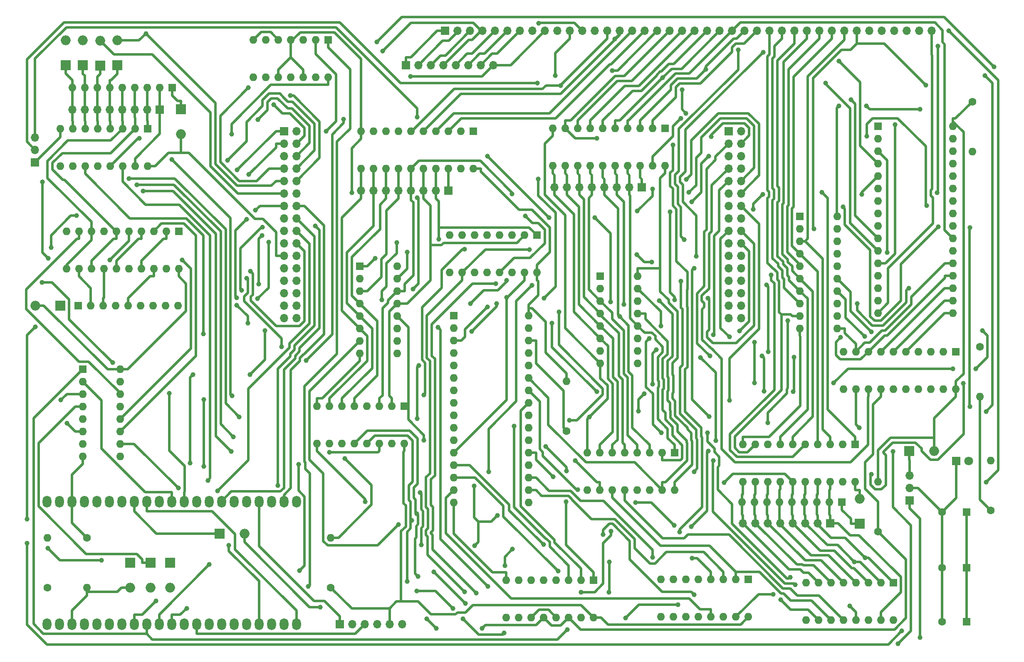
<source format=gbr>
%TF.GenerationSoftware,KiCad,Pcbnew,7.0.2*%
%TF.CreationDate,2023-05-21T12:10:35+01:00*%
%TF.ProjectId,FujiNet_Z80Bus_ReferenceDesign,46756a69-4e65-4745-9f5a-38304275735f,rev?*%
%TF.SameCoordinates,Original*%
%TF.FileFunction,Copper,L2,Bot*%
%TF.FilePolarity,Positive*%
%FSLAX46Y46*%
G04 Gerber Fmt 4.6, Leading zero omitted, Abs format (unit mm)*
G04 Created by KiCad (PCBNEW 7.0.2) date 2023-05-21 12:10:35*
%MOMM*%
%LPD*%
G01*
G04 APERTURE LIST*
%TA.AperFunction,ComponentPad*%
%ADD10R,2.000000X2.000000*%
%TD*%
%TA.AperFunction,ComponentPad*%
%ADD11O,2.000000X2.000000*%
%TD*%
%TA.AperFunction,ComponentPad*%
%ADD12R,1.700000X1.700000*%
%TD*%
%TA.AperFunction,ComponentPad*%
%ADD13O,1.700000X1.700000*%
%TD*%
%TA.AperFunction,ComponentPad*%
%ADD14R,1.600000X1.600000*%
%TD*%
%TA.AperFunction,ComponentPad*%
%ADD15O,1.600000X1.600000*%
%TD*%
%TA.AperFunction,ComponentPad*%
%ADD16C,1.600000*%
%TD*%
%TA.AperFunction,ComponentPad*%
%ADD17R,1.800000X1.800000*%
%TD*%
%TA.AperFunction,ComponentPad*%
%ADD18C,1.800000*%
%TD*%
%TA.AperFunction,ComponentPad*%
%ADD19O,1.800000X2.400000*%
%TD*%
%TA.AperFunction,ViaPad*%
%ADD20C,1.000000*%
%TD*%
%TA.AperFunction,Conductor*%
%ADD21C,0.500000*%
%TD*%
G04 APERTURE END LIST*
D10*
%TO.P,D11,1,K*%
%TO.N,Net-(D11-K)*%
X234640000Y-134460000D03*
D11*
%TO.P,D11,2,A*%
%TO.N,+5V*%
X234640000Y-129380000D03*
%TD*%
D12*
%TO.P,DIAG-ESP_CONTROL1,1,Pin_1*%
%TO.N,/ESP_CONTROL.RD*%
X92200000Y-50120000D03*
D13*
%TO.P,DIAG-ESP_CONTROL1,2,Pin_2*%
%TO.N,/ESP_CONTROL.WR*%
X89660000Y-50120000D03*
%TO.P,DIAG-ESP_CONTROL1,3,Pin_3*%
%TO.N,/ESP_CONTROL.IORQ*%
X87120000Y-50120000D03*
%TO.P,DIAG-ESP_CONTROL1,4,Pin_4*%
%TO.N,/ESP_CONTROL.MEMRQ*%
X84580000Y-50120000D03*
%TO.P,DIAG-ESP_CONTROL1,5,Pin_5*%
%TO.N,/ESP_CONTROL.BUSRQ*%
X82040000Y-50120000D03*
%TO.P,DIAG-ESP_CONTROL1,6,Pin_6*%
%TO.N,/ESP_CONTROL.WAIT*%
X79500000Y-50120000D03*
%TO.P,DIAG-ESP_CONTROL1,7,Pin_7*%
%TO.N,/ESP_CONTROL.ROMCS*%
X76960000Y-50120000D03*
%TO.P,DIAG-ESP_CONTROL1,8,Pin_8*%
%TO.N,/ESP_CONTROL.NMI*%
X74420000Y-50120000D03*
%TD*%
D12*
%TO.P,J12,1,Pin_1*%
%TO.N,/Z80_CONTROL.RD*%
X117460000Y-54460000D03*
D13*
%TO.P,J12,2,Pin_2*%
%TO.N,/ESP_CONTROL.WR*%
X120000000Y-54460000D03*
%TO.P,J12,3,Pin_3*%
%TO.N,/Z80_CONTROL.WR*%
X117460000Y-57000000D03*
%TO.P,J12,4,Pin_4*%
%TO.N,/ESP_CONTROL.IORQ*%
X120000000Y-57000000D03*
%TO.P,J12,5,Pin_5*%
%TO.N,/Z80_CONTROL.IORQ*%
X117460000Y-59540000D03*
%TO.P,J12,6,Pin_6*%
%TO.N,/ESP_CONTROL.MEMRQ*%
X120000000Y-59540000D03*
%TO.P,J12,7,Pin_7*%
%TO.N,/Z80_CONTROL.MEMRQ*%
X117460000Y-62080000D03*
%TO.P,J12,8,Pin_8*%
%TO.N,/ESP_CONTROL.BUSRQ*%
X120000000Y-62080000D03*
%TO.P,J12,9,Pin_9*%
%TO.N,/Z80_CONTROL.BUSRQ*%
X117460000Y-64620000D03*
%TO.P,J12,10,Pin_10*%
%TO.N,/ESP_CONTROL.ROMCS*%
X120000000Y-64620000D03*
%TO.P,J12,11,Pin_11*%
%TO.N,/Z80_CONTROL.WAIT*%
X117460000Y-67160000D03*
%TO.P,J12,12,Pin_12*%
%TO.N,/ESP_ROM_WR_PROTECT*%
X120000000Y-67160000D03*
%TO.P,J12,13,Pin_13*%
%TO.N,/LOCAL_CONTROL.RD*%
X117460000Y-69700000D03*
%TO.P,J12,14,Pin_14*%
%TO.N,/ESP_ROMSEL_0*%
X120000000Y-69700000D03*
%TO.P,J12,15,Pin_15*%
%TO.N,/LOCAL_CONTROL.WR*%
X117460000Y-72240000D03*
%TO.P,J12,16,Pin_16*%
%TO.N,/ESP_ROMSEL_1*%
X120000000Y-72240000D03*
%TO.P,J12,17,Pin_17*%
%TO.N,/LOCAL_CONTROL.IORQ*%
X117460000Y-74780000D03*
%TO.P,J12,18,Pin_18*%
%TO.N,/ESP_HARDLOCK*%
X120000000Y-74780000D03*
%TO.P,J12,19,Pin_19*%
%TO.N,/LOCAL_CONTROL.MEMRQ*%
X117460000Y-77320000D03*
%TO.P,J12,20,Pin_20*%
%TO.N,/!ESP_HARDLOCK*%
X120000000Y-77320000D03*
%TO.P,J12,21,Pin_21*%
%TO.N,+5V*%
X117460000Y-79860000D03*
%TO.P,J12,22,Pin_22*%
%TO.N,unconnected-(J12-Pin_22-Pad22)*%
X120000000Y-79860000D03*
%TO.P,J12,23,Pin_23*%
%TO.N,GND*%
X117460000Y-82400000D03*
%TO.P,J12,24,Pin_24*%
%TO.N,unconnected-(J12-Pin_24-Pad24)*%
X120000000Y-82400000D03*
%TO.P,J12,25*%
%TO.N,N/C*%
X117460000Y-84940000D03*
%TO.P,J12,26*%
X120000000Y-84940000D03*
%TO.P,J12,27*%
X117460000Y-87480000D03*
%TO.P,J12,28*%
X120000000Y-87480000D03*
%TO.P,J12,29*%
X117460000Y-90020000D03*
%TO.P,J12,30*%
X120000000Y-90020000D03*
%TO.P,J12,31*%
X117460000Y-92560000D03*
%TO.P,J12,32*%
X120000000Y-92560000D03*
%TD*%
D12*
%TO.P,DIAG-LOCAL_DATA1,1,Pin_1*%
%TO.N,/LOCAL_D0*%
X228680000Y-134420000D03*
D13*
%TO.P,DIAG-LOCAL_DATA1,2,Pin_2*%
%TO.N,/LOCAL_D1*%
X226140000Y-134420000D03*
%TO.P,DIAG-LOCAL_DATA1,3,Pin_3*%
%TO.N,/LOCAL_D2*%
X223600000Y-134420000D03*
%TO.P,DIAG-LOCAL_DATA1,4,Pin_4*%
%TO.N,/LOCAL_D3*%
X221060000Y-134420000D03*
%TO.P,DIAG-LOCAL_DATA1,5,Pin_5*%
%TO.N,/LOCAL_D4*%
X218520000Y-134420000D03*
%TO.P,DIAG-LOCAL_DATA1,6,Pin_6*%
%TO.N,/LOCAL_D5*%
X215980000Y-134420000D03*
%TO.P,DIAG-LOCAL_DATA1,7,Pin_7*%
%TO.N,/LOCAL_D6*%
X213440000Y-134420000D03*
%TO.P,DIAG-LOCAL_DATA1,8,Pin_8*%
%TO.N,/LOCAL_D7*%
X210900000Y-134420000D03*
%TD*%
D14*
%TO.P,Z80_ADDRHIGH1,1,A->B*%
%TO.N,/Z80_BUS_CONTROL.Z80_ADD_DIR*%
X195040000Y-53880000D03*
D15*
%TO.P,Z80_ADDRHIGH1,2,A0*%
%TO.N,/Z80_A8*%
X192500000Y-53880000D03*
%TO.P,Z80_ADDRHIGH1,3,A1*%
%TO.N,/Z80_A9*%
X189960000Y-53880000D03*
%TO.P,Z80_ADDRHIGH1,4,A2*%
%TO.N,/Z80_A10*%
X187420000Y-53880000D03*
%TO.P,Z80_ADDRHIGH1,5,A3*%
%TO.N,/Z80_A11*%
X184880000Y-53880000D03*
%TO.P,Z80_ADDRHIGH1,6,A4*%
%TO.N,/Z80_A12*%
X182340000Y-53880000D03*
%TO.P,Z80_ADDRHIGH1,7,A5*%
%TO.N,/Z80_A13*%
X179800000Y-53880000D03*
%TO.P,Z80_ADDRHIGH1,8,A6*%
%TO.N,/Z80_A14*%
X177260000Y-53880000D03*
%TO.P,Z80_ADDRHIGH1,9,A7*%
%TO.N,/Z80_A15*%
X174720000Y-53880000D03*
%TO.P,Z80_ADDRHIGH1,10,GND*%
%TO.N,GND*%
X172180000Y-53880000D03*
%TO.P,Z80_ADDRHIGH1,11,B7*%
%TO.N,/LOCAL_A15*%
X172180000Y-61500000D03*
%TO.P,Z80_ADDRHIGH1,12,B6*%
%TO.N,/LOCAL_A14*%
X174720000Y-61500000D03*
%TO.P,Z80_ADDRHIGH1,13,B5*%
%TO.N,/LOCAL_A13*%
X177260000Y-61500000D03*
%TO.P,Z80_ADDRHIGH1,14,B4*%
%TO.N,/LOCAL_A12*%
X179800000Y-61500000D03*
%TO.P,Z80_ADDRHIGH1,15,B3*%
%TO.N,/LOCAL_A11*%
X182340000Y-61500000D03*
%TO.P,Z80_ADDRHIGH1,16,B2*%
%TO.N,/LOCAL_A10*%
X184880000Y-61500000D03*
%TO.P,Z80_ADDRHIGH1,17,B1*%
%TO.N,/LOCAL_A9*%
X187420000Y-61500000D03*
%TO.P,Z80_ADDRHIGH1,18,B0*%
%TO.N,/LOCAL_A8*%
X189960000Y-61500000D03*
%TO.P,Z80_ADDRHIGH1,19,CE*%
%TO.N,/Z80_BUS_CONTROL.Z80_ADD_OE*%
X192500000Y-61500000D03*
%TO.P,Z80_ADDRHIGH1,20,VCC*%
%TO.N,+5V*%
X195040000Y-61500000D03*
%TD*%
D16*
%TO.P,R5,1*%
%TO.N,+5V*%
X257615000Y-48450000D03*
D15*
%TO.P,R5,2*%
%TO.N,/RIO-128K_ZXspectrum/RIO_CE2*%
X257615000Y-58610000D03*
%TD*%
D14*
%TO.P,C1,1*%
%TO.N,+5V*%
X256402700Y-132097300D03*
D16*
%TO.P,C1,2*%
%TO.N,GND*%
X251402700Y-132097300D03*
%TD*%
D14*
%TO.P,C3,1*%
%TO.N,+5V*%
X256402700Y-154500000D03*
D16*
%TO.P,C3,2*%
%TO.N,GND*%
X251402700Y-154500000D03*
%TD*%
D14*
%TO.P,SPI-Z80_CONTROL.IN1,1,~{PL}*%
%TO.N,/CORE_ESP32-WROVER/ESP_SPI_INT.PL*%
X76500000Y-103000000D03*
D15*
%TO.P,SPI-Z80_CONTROL.IN1,2,CP*%
%TO.N,/CORE_ESP32-WROVER/ESP_SPI_INT.SCK*%
X76500000Y-105540000D03*
%TO.P,SPI-Z80_CONTROL.IN1,3,D4*%
%TO.N,/Z80_CONTROL.BUSRQ*%
X76500000Y-108080000D03*
%TO.P,SPI-Z80_CONTROL.IN1,4,D5*%
%TO.N,/Z80_CONTROL.WAIT*%
X76500000Y-110620000D03*
%TO.P,SPI-Z80_CONTROL.IN1,5,D6*%
%TO.N,/Z80_CONTROL.BUSACK*%
X76500000Y-113160000D03*
%TO.P,SPI-Z80_CONTROL.IN1,6,D7*%
%TO.N,/Z80_CONTROL.NMI*%
X76500000Y-115700000D03*
%TO.P,SPI-Z80_CONTROL.IN1,7,~{Q7}*%
%TO.N,Net-(SPI-LOCAL_ADDR_L.IN1-DS)*%
X76500000Y-118240000D03*
%TO.P,SPI-Z80_CONTROL.IN1,8,GND*%
%TO.N,GND*%
X76500000Y-120780000D03*
%TO.P,SPI-Z80_CONTROL.IN1,9,Q7*%
%TO.N,unconnected-(SPI-Z80_CONTROL.IN1-Q7-Pad9)*%
X84120000Y-120780000D03*
%TO.P,SPI-Z80_CONTROL.IN1,10,DS*%
%TO.N,Net-(SPI-LOCAL_DATA.IN1-~{Q7})*%
X84120000Y-118240000D03*
%TO.P,SPI-Z80_CONTROL.IN1,11,D0*%
%TO.N,/Z80_CONTROL.RD*%
X84120000Y-115700000D03*
%TO.P,SPI-Z80_CONTROL.IN1,12,D1*%
%TO.N,/Z80_CONTROL.WR*%
X84120000Y-113160000D03*
%TO.P,SPI-Z80_CONTROL.IN1,13,D2*%
%TO.N,/Z80_CONTROL.IORQ*%
X84120000Y-110620000D03*
%TO.P,SPI-Z80_CONTROL.IN1,14,D3*%
%TO.N,/Z80_CONTROL.MEMRQ*%
X84120000Y-108080000D03*
%TO.P,SPI-Z80_CONTROL.IN1,15,~{CE}*%
%TO.N,/CORE_ESP32-WROVER/ESP_SPI_INT.CE*%
X84120000Y-105540000D03*
%TO.P,SPI-Z80_CONTROL.IN1,16,VCC*%
%TO.N,+5V*%
X84120000Y-103000000D03*
%TD*%
D12*
%TO.P,EX_SPI1,1,Pin_1*%
%TO.N,/CORE_ESP32-WROVER/EX_SS*%
X128840000Y-155000000D03*
D13*
%TO.P,EX_SPI1,2,Pin_2*%
%TO.N,/CORE_ESP32-WROVER/EX_SCK*%
X131380000Y-155000000D03*
%TO.P,EX_SPI1,3,Pin_3*%
%TO.N,/CORE_ESP32-WROVER/EX_MISO*%
X133920000Y-155000000D03*
%TO.P,EX_SPI1,4,Pin_4*%
%TO.N,/CORE_ESP32-WROVER/EX_MOSI*%
X136460000Y-155000000D03*
%TO.P,EX_SPI1,5,Pin_5*%
%TO.N,+5V*%
X139000000Y-155000000D03*
%TO.P,EX_SPI1,6,Pin_6*%
%TO.N,GND*%
X141540000Y-155000000D03*
%TD*%
D12*
%TO.P,DIAG-LOCAL_ADD_LOW1,1,Pin_1*%
%TO.N,/LOCAL_A0*%
X150960000Y-66620000D03*
D13*
%TO.P,DIAG-LOCAL_ADD_LOW1,2,Pin_2*%
%TO.N,/LOCAL_A1*%
X148420000Y-66620000D03*
%TO.P,DIAG-LOCAL_ADD_LOW1,3,Pin_3*%
%TO.N,/LOCAL_A2*%
X145880000Y-66620000D03*
%TO.P,DIAG-LOCAL_ADD_LOW1,4,Pin_4*%
%TO.N,/LOCAL_A3*%
X143340000Y-66620000D03*
%TO.P,DIAG-LOCAL_ADD_LOW1,5,Pin_5*%
%TO.N,/LOCAL_A4*%
X140800000Y-66620000D03*
%TO.P,DIAG-LOCAL_ADD_LOW1,6,Pin_6*%
%TO.N,/LOCAL_A5*%
X138260000Y-66620000D03*
%TO.P,DIAG-LOCAL_ADD_LOW1,7,Pin_7*%
%TO.N,/LOCAL_A6*%
X135720000Y-66620000D03*
%TO.P,DIAG-LOCAL_ADD_LOW1,8,Pin_8*%
%TO.N,/LOCAL_A7*%
X133180000Y-66620000D03*
%TD*%
D12*
%TO.P,JP2,1,Pin_1*%
%TO.N,GND*%
X66800000Y-60800000D03*
D13*
%TO.P,JP2,2,Pin_2*%
%TO.N,/IORQ_FILTER_BIT*%
X66800000Y-58260000D03*
%TO.P,JP2,3,Pin_3*%
%TO.N,/Z80_A0*%
X66800000Y-55720000D03*
%TD*%
D10*
%TO.P,D3,1,K*%
%TO.N,/Z80_CONTROL.WAIT*%
X90330000Y-142420000D03*
D11*
%TO.P,D3,2,A*%
%TO.N,/CORE_ESP32-WROVER/ESP_INT*%
X90330000Y-147500000D03*
%TD*%
D14*
%TO.P,RIO_DECODER1,1,A->B*%
%TO.N,Net-(RIO_DECODER1-A->B)*%
X254235000Y-99410000D03*
D15*
%TO.P,RIO_DECODER1,2,A0*%
%TO.N,/RIO-128K_ZXspectrum/ROM_D0*%
X251695000Y-99410000D03*
%TO.P,RIO_DECODER1,3,A1*%
%TO.N,/RIO-128K_ZXspectrum/ROM_D1*%
X249155000Y-99410000D03*
%TO.P,RIO_DECODER1,4,A2*%
%TO.N,/RIO-128K_ZXspectrum/ROM_D2*%
X246615000Y-99410000D03*
%TO.P,RIO_DECODER1,5,A3*%
%TO.N,/RIO-128K_ZXspectrum/ROM_D3*%
X244075000Y-99410000D03*
%TO.P,RIO_DECODER1,6,A4*%
%TO.N,/RIO-128K_ZXspectrum/ROM_D4*%
X241535000Y-99410000D03*
%TO.P,RIO_DECODER1,7,A5*%
%TO.N,/RIO-128K_ZXspectrum/ROM_D5*%
X238995000Y-99410000D03*
%TO.P,RIO_DECODER1,8,A6*%
%TO.N,/RIO-128K_ZXspectrum/ROM_D6*%
X236455000Y-99410000D03*
%TO.P,RIO_DECODER1,9,A7*%
%TO.N,/RIO-128K_ZXspectrum/ROM_D7*%
X233915000Y-99410000D03*
%TO.P,RIO_DECODER1,10,GND*%
%TO.N,GND*%
X231375000Y-99410000D03*
%TO.P,RIO_DECODER1,11,B7*%
%TO.N,/Z80_HARDLOCK_SET*%
X231375000Y-107030000D03*
%TO.P,RIO_DECODER1,12,B6*%
%TO.N,/Z80_HARDLOCK_RESET*%
X233915000Y-107030000D03*
%TO.P,RIO_DECODER1,13,B5*%
%TO.N,/WAIT_IO*%
X236455000Y-107030000D03*
%TO.P,RIO_DECODER1,14,B4*%
%TO.N,/CACHE_DATASTATUS*%
X238995000Y-107030000D03*
%TO.P,RIO_DECODER1,15,B3*%
%TO.N,/CACHE_SEL_3*%
X241535000Y-107030000D03*
%TO.P,RIO_DECODER1,16,B2*%
%TO.N,/CACHE_SEL_2*%
X244075000Y-107030000D03*
%TO.P,RIO_DECODER1,17,B1*%
%TO.N,/CACHE_SEL_1*%
X246615000Y-107030000D03*
%TO.P,RIO_DECODER1,18,B0*%
%TO.N,/CACHE_SEL_0*%
X249155000Y-107030000D03*
%TO.P,RIO_DECODER1,19,CE*%
%TO.N,/PERM_Z80_IORQ*%
X251695000Y-107030000D03*
%TO.P,RIO_DECODER1,20,VCC*%
%TO.N,+5V*%
X254235000Y-107030000D03*
%TD*%
D14*
%TO.P,RN2,1,common*%
%TO.N,Net-(D11-K)*%
X231065000Y-130120000D03*
D15*
%TO.P,RN2,2,R1*%
%TO.N,/LOCAL_D0*%
X228525000Y-130120000D03*
%TO.P,RN2,3,R2*%
%TO.N,/LOCAL_D1*%
X225985000Y-130120000D03*
%TO.P,RN2,4,R3*%
%TO.N,/LOCAL_D2*%
X223445000Y-130120000D03*
%TO.P,RN2,5,R4*%
%TO.N,/LOCAL_D3*%
X220905000Y-130120000D03*
%TO.P,RN2,6,R5*%
%TO.N,/LOCAL_D4*%
X218365000Y-130120000D03*
%TO.P,RN2,7,R6*%
%TO.N,/LOCAL_D5*%
X215825000Y-130120000D03*
%TO.P,RN2,8,R7*%
%TO.N,/LOCAL_D6*%
X213285000Y-130120000D03*
%TO.P,RN2,9,R8*%
%TO.N,/LOCAL_D7*%
X210745000Y-130120000D03*
%TD*%
D12*
%TO.P,JP1,1,Pin_1*%
%TO.N,/Z80_CONTROL.RESET*%
X244825000Y-129727100D03*
D13*
%TO.P,JP1,2,Pin_2*%
%TO.N,GND*%
X244825000Y-127187100D03*
%TO.P,JP1,3,Pin_3*%
%TO.N,Net-(D_PSUsafety1-K)*%
X244825000Y-124647100D03*
%TD*%
D14*
%TO.P,SPI-LOCAL_DATA.IN1,1,~{PL}*%
%TO.N,/CORE_ESP32-WROVER/ESP_SPI_INT.PL*%
X212000000Y-145880000D03*
D15*
%TO.P,SPI-LOCAL_DATA.IN1,2,CP*%
%TO.N,/CORE_ESP32-WROVER/ESP_SPI_INT.SCK*%
X209460000Y-145880000D03*
%TO.P,SPI-LOCAL_DATA.IN1,3,D4*%
%TO.N,/LOCAL_D4*%
X206920000Y-145880000D03*
%TO.P,SPI-LOCAL_DATA.IN1,4,D5*%
%TO.N,/LOCAL_D5*%
X204380000Y-145880000D03*
%TO.P,SPI-LOCAL_DATA.IN1,5,D6*%
%TO.N,/LOCAL_D6*%
X201840000Y-145880000D03*
%TO.P,SPI-LOCAL_DATA.IN1,6,D7*%
%TO.N,/LOCAL_D7*%
X199300000Y-145880000D03*
%TO.P,SPI-LOCAL_DATA.IN1,7,~{Q7}*%
%TO.N,Net-(SPI-LOCAL_DATA.IN1-~{Q7})*%
X196760000Y-145880000D03*
%TO.P,SPI-LOCAL_DATA.IN1,8,GND*%
%TO.N,GND*%
X194220000Y-145880000D03*
%TO.P,SPI-LOCAL_DATA.IN1,9,Q7*%
%TO.N,unconnected-(SPI-LOCAL_DATA.IN1-Q7-Pad9)*%
X194220000Y-153500000D03*
%TO.P,SPI-LOCAL_DATA.IN1,10,DS*%
%TO.N,GND*%
X196760000Y-153500000D03*
%TO.P,SPI-LOCAL_DATA.IN1,11,D0*%
%TO.N,/LOCAL_D0*%
X199300000Y-153500000D03*
%TO.P,SPI-LOCAL_DATA.IN1,12,D1*%
%TO.N,/LOCAL_D1*%
X201840000Y-153500000D03*
%TO.P,SPI-LOCAL_DATA.IN1,13,D2*%
%TO.N,/LOCAL_D2*%
X204380000Y-153500000D03*
%TO.P,SPI-LOCAL_DATA.IN1,14,D3*%
%TO.N,/LOCAL_D3*%
X206920000Y-153500000D03*
%TO.P,SPI-LOCAL_DATA.IN1,15,~{CE}*%
%TO.N,/CORE_ESP32-WROVER/ESP_SPI_INT.CE*%
X209460000Y-153500000D03*
%TO.P,SPI-LOCAL_DATA.IN1,16,VCC*%
%TO.N,+5V*%
X212000000Y-153500000D03*
%TD*%
D14*
%TO.P,RN1,1,common*%
%TO.N,Net-(D10-K)*%
X75620000Y-90090000D03*
D15*
%TO.P,RN1,2,R1*%
%TO.N,/LOCAL_CONTROL.MEMRQ*%
X78160000Y-90090000D03*
%TO.P,RN1,3,R2*%
%TO.N,/LOCAL_CONTROL.IORQ*%
X80700000Y-90090000D03*
%TO.P,RN1,4,R3*%
%TO.N,/LOCAL_CONTROL.WR*%
X83240000Y-90090000D03*
%TO.P,RN1,5,R4*%
%TO.N,/LOCAL_CONTROL.RD*%
X85780000Y-90090000D03*
%TO.P,RN1,6,R5*%
%TO.N,unconnected-(RN1-R5-Pad6)*%
X88320000Y-90090000D03*
%TO.P,RN1,7,R6*%
%TO.N,unconnected-(RN1-R6-Pad7)*%
X90860000Y-90090000D03*
%TO.P,RN1,8,R7*%
%TO.N,unconnected-(RN1-R7-Pad8)*%
X93400000Y-90090000D03*
%TO.P,RN1,9,R8*%
%TO.N,unconnected-(RN1-R8-Pad9)*%
X95940000Y-90090000D03*
%TD*%
D14*
%TO.P,Z80-LOCAL_DATA1,1,A->B*%
%TO.N,/Z80_BUS_CONTROL.Z80_DATA_DIR*%
X233720000Y-118340000D03*
D15*
%TO.P,Z80-LOCAL_DATA1,2,A0*%
%TO.N,/Z80_D0*%
X231180000Y-118340000D03*
%TO.P,Z80-LOCAL_DATA1,3,A1*%
%TO.N,/Z80_D1*%
X228640000Y-118340000D03*
%TO.P,Z80-LOCAL_DATA1,4,A2*%
%TO.N,/Z80_D2*%
X226100000Y-118340000D03*
%TO.P,Z80-LOCAL_DATA1,5,A3*%
%TO.N,/Z80_D3*%
X223560000Y-118340000D03*
%TO.P,Z80-LOCAL_DATA1,6,A4*%
%TO.N,/Z80_D4*%
X221020000Y-118340000D03*
%TO.P,Z80-LOCAL_DATA1,7,A5*%
%TO.N,/Z80_D5*%
X218480000Y-118340000D03*
%TO.P,Z80-LOCAL_DATA1,8,A6*%
%TO.N,/Z80_D6*%
X215940000Y-118340000D03*
%TO.P,Z80-LOCAL_DATA1,9,A7*%
%TO.N,/Z80_D7*%
X213400000Y-118340000D03*
%TO.P,Z80-LOCAL_DATA1,10,GND*%
%TO.N,GND*%
X210860000Y-118340000D03*
%TO.P,Z80-LOCAL_DATA1,11,B7*%
%TO.N,/LOCAL_D7*%
X210860000Y-125960000D03*
%TO.P,Z80-LOCAL_DATA1,12,B6*%
%TO.N,/LOCAL_D6*%
X213400000Y-125960000D03*
%TO.P,Z80-LOCAL_DATA1,13,B5*%
%TO.N,/LOCAL_D5*%
X215940000Y-125960000D03*
%TO.P,Z80-LOCAL_DATA1,14,B4*%
%TO.N,/LOCAL_D4*%
X218480000Y-125960000D03*
%TO.P,Z80-LOCAL_DATA1,15,B3*%
%TO.N,/LOCAL_D3*%
X221020000Y-125960000D03*
%TO.P,Z80-LOCAL_DATA1,16,B2*%
%TO.N,/LOCAL_D2*%
X223560000Y-125960000D03*
%TO.P,Z80-LOCAL_DATA1,17,B1*%
%TO.N,/LOCAL_D1*%
X226100000Y-125960000D03*
%TO.P,Z80-LOCAL_DATA1,18,B0*%
%TO.N,/LOCAL_D0*%
X228640000Y-125960000D03*
%TO.P,Z80-LOCAL_DATA1,19,CE*%
%TO.N,/Z80_BUS_CONTROL.Z80_DATA_OE*%
X231180000Y-125960000D03*
%TO.P,Z80-LOCAL_DATA1,20,VCC*%
%TO.N,+5V*%
X233720000Y-125960000D03*
%TD*%
D14*
%TO.P,IC3,1,Q1*%
%TO.N,/LOCAL_A1*%
X169000000Y-75700000D03*
D15*
%TO.P,IC3,2,Q2*%
%TO.N,/LOCAL_A2*%
X166460000Y-75700000D03*
%TO.P,IC3,3,Q3*%
%TO.N,/LOCAL_A3*%
X163920000Y-75700000D03*
%TO.P,IC3,4,Q4*%
%TO.N,/LOCAL_A4*%
X161380000Y-75700000D03*
%TO.P,IC3,5,Q5*%
%TO.N,/LOCAL_A5*%
X158840000Y-75700000D03*
%TO.P,IC3,6,Q6*%
%TO.N,/LOCAL_A6*%
X156300000Y-75700000D03*
%TO.P,IC3,7,Q7*%
%TO.N,/LOCAL_A7*%
X153760000Y-75700000D03*
%TO.P,IC3,8,GND*%
%TO.N,GND*%
X151220000Y-75700000D03*
%TO.P,IC3,9,~{RCO}*%
%TO.N,Net-(IC3-~{RCO})*%
X151220000Y-83320000D03*
%TO.P,IC3,10,~{MRC}*%
%TO.N,/Z80_HARDLOCK*%
X153760000Y-83320000D03*
%TO.P,IC3,11,CPC*%
%TO.N,/CACHE_CONTROL.DATASTATUS+PERM_Z80_IORQ*%
X156300000Y-83320000D03*
%TO.P,IC3,12,~{CE}*%
%TO.N,/CACHE_DATASTATUS*%
X158840000Y-83320000D03*
%TO.P,IC3,13,CPR*%
%TO.N,/CACHE_CONTROL.DATASTATUS+PERM_Z80_IORQ*%
X161380000Y-83320000D03*
%TO.P,IC3,14,~{OE}*%
%TO.N,/CACHE_DATASTATUS*%
X163920000Y-83320000D03*
%TO.P,IC3,15,Q0*%
%TO.N,/LOCAL_A0*%
X166460000Y-83320000D03*
%TO.P,IC3,16,VCC*%
%TO.N,+5V*%
X169000000Y-83320000D03*
%TD*%
D14*
%TO.P,SPI-LOCAL_ADD_HIGH.OUT1,1,QB*%
%TO.N,/LOCAL_A9*%
X197000000Y-120000000D03*
D15*
%TO.P,SPI-LOCAL_ADD_HIGH.OUT1,2,QC*%
%TO.N,/LOCAL_A10*%
X194460000Y-120000000D03*
%TO.P,SPI-LOCAL_ADD_HIGH.OUT1,3,QD*%
%TO.N,/LOCAL_A11*%
X191920000Y-120000000D03*
%TO.P,SPI-LOCAL_ADD_HIGH.OUT1,4,QE*%
%TO.N,/LOCAL_A12*%
X189380000Y-120000000D03*
%TO.P,SPI-LOCAL_ADD_HIGH.OUT1,5,QF*%
%TO.N,/LOCAL_A13*%
X186840000Y-120000000D03*
%TO.P,SPI-LOCAL_ADD_HIGH.OUT1,6,QG*%
%TO.N,/LOCAL_A14*%
X184300000Y-120000000D03*
%TO.P,SPI-LOCAL_ADD_HIGH.OUT1,7,QH*%
%TO.N,/LOCAL_A15*%
X181760000Y-120000000D03*
%TO.P,SPI-LOCAL_ADD_HIGH.OUT1,8,GND*%
%TO.N,GND*%
X179220000Y-120000000D03*
%TO.P,SPI-LOCAL_ADD_HIGH.OUT1,9,QH'*%
%TO.N,unconnected-(SPI-LOCAL_ADD_HIGH.OUT1-QH'-Pad9)*%
X179220000Y-127620000D03*
%TO.P,SPI-LOCAL_ADD_HIGH.OUT1,10,~{SRCLR}*%
%TO.N,/CORE_ESP32-WROVER/ESP_SPI_INT.MR*%
X181760000Y-127620000D03*
%TO.P,SPI-LOCAL_ADD_HIGH.OUT1,11,SRCLK*%
%TO.N,/CORE_ESP32-WROVER/ESP_SPI_INT.SCK*%
X184300000Y-127620000D03*
%TO.P,SPI-LOCAL_ADD_HIGH.OUT1,12,RCLK*%
%TO.N,/CORE_ESP32-WROVER/ESP_SPI_INT.STC*%
X186840000Y-127620000D03*
%TO.P,SPI-LOCAL_ADD_HIGH.OUT1,13,~{OE}*%
%TO.N,/CORE_ESP32-WROVER/ESP_SPI_INT.OE*%
X189380000Y-127620000D03*
%TO.P,SPI-LOCAL_ADD_HIGH.OUT1,14,SER*%
%TO.N,Net-(SPI-LOCAL_ADD_HIGH.OUT1-SER)*%
X191920000Y-127620000D03*
%TO.P,SPI-LOCAL_ADD_HIGH.OUT1,15,QA*%
%TO.N,/LOCAL_A8*%
X194460000Y-127620000D03*
%TO.P,SPI-LOCAL_ADD_HIGH.OUT1,16,VCC*%
%TO.N,+5V*%
X197000000Y-127620000D03*
%TD*%
D10*
%TO.P,D7,1,K*%
%TO.N,/ESP_CONTROL.ROMCS*%
X76540000Y-41040000D03*
D11*
%TO.P,D7,2,A*%
%TO.N,/Z80_CONTROL.ROMCS*%
X76540000Y-35960000D03*
%TD*%
D10*
%TO.P,D5,1,K*%
%TO.N,/Z80_CONTROL.BUSACK*%
X94330000Y-142420000D03*
D11*
%TO.P,D5,2,A*%
%TO.N,/CORE_ESP32-WROVER/ESP_INT*%
X94330000Y-147500000D03*
%TD*%
D12*
%TO.P,DIAG-Z80_CONTROL1,1,Pin_1*%
%TO.N,/Z80_CONTROL.RD*%
X142300000Y-41000000D03*
D13*
%TO.P,DIAG-Z80_CONTROL1,2,Pin_2*%
%TO.N,/Z80_CONTROL.WR*%
X144840000Y-41000000D03*
%TO.P,DIAG-Z80_CONTROL1,3,Pin_3*%
%TO.N,/Z80_CONTROL.IORQ*%
X147380000Y-41000000D03*
%TO.P,DIAG-Z80_CONTROL1,4,Pin_4*%
%TO.N,/Z80_CONTROL.MEMRQ*%
X149920000Y-41000000D03*
%TO.P,DIAG-Z80_CONTROL1,5,Pin_5*%
%TO.N,/Z80_CONTROL.BUSRQ*%
X152460000Y-41000000D03*
%TO.P,DIAG-Z80_CONTROL1,6,Pin_6*%
%TO.N,/Z80_CONTROL.WAIT*%
X155000000Y-41000000D03*
%TO.P,DIAG-Z80_CONTROL1,7,Pin_7*%
%TO.N,/Z80_CONTROL.NMI*%
X157540000Y-41000000D03*
%TO.P,DIAG-Z80_CONTROL1,8,Pin_8*%
%TO.N,/Z80_CONTROL.BUSACK*%
X160080000Y-41000000D03*
%TD*%
D17*
%TO.P,D1,1,K*%
%TO.N,GND*%
X254285000Y-121727100D03*
D18*
%TO.P,D1,2,A*%
%TO.N,Net-(D1-A)*%
X256825000Y-121727100D03*
%TD*%
D14*
%TO.P,SPI-LOCAL_ADD_L.OUT1,1,QB*%
%TO.N,/LOCAL_A1*%
X142000000Y-110500000D03*
D15*
%TO.P,SPI-LOCAL_ADD_L.OUT1,2,QC*%
%TO.N,/LOCAL_A2*%
X139460000Y-110500000D03*
%TO.P,SPI-LOCAL_ADD_L.OUT1,3,QD*%
%TO.N,/LOCAL_A3*%
X136920000Y-110500000D03*
%TO.P,SPI-LOCAL_ADD_L.OUT1,4,QE*%
%TO.N,/LOCAL_A4*%
X134380000Y-110500000D03*
%TO.P,SPI-LOCAL_ADD_L.OUT1,5,QF*%
%TO.N,/LOCAL_A5*%
X131840000Y-110500000D03*
%TO.P,SPI-LOCAL_ADD_L.OUT1,6,QG*%
%TO.N,/LOCAL_A6*%
X129300000Y-110500000D03*
%TO.P,SPI-LOCAL_ADD_L.OUT1,7,QH*%
%TO.N,/LOCAL_A7*%
X126760000Y-110500000D03*
%TO.P,SPI-LOCAL_ADD_L.OUT1,8,GND*%
%TO.N,GND*%
X124220000Y-110500000D03*
%TO.P,SPI-LOCAL_ADD_L.OUT1,9,QH'*%
%TO.N,Net-(SPI-LOCAL_ADD_HIGH.OUT1-SER)*%
X124220000Y-118120000D03*
%TO.P,SPI-LOCAL_ADD_L.OUT1,10,~{SRCLR}*%
%TO.N,/CORE_ESP32-WROVER/ESP_SPI_INT.MR*%
X126760000Y-118120000D03*
%TO.P,SPI-LOCAL_ADD_L.OUT1,11,SRCLK*%
%TO.N,/CORE_ESP32-WROVER/ESP_SPI_INT.SCK*%
X129300000Y-118120000D03*
%TO.P,SPI-LOCAL_ADD_L.OUT1,12,RCLK*%
%TO.N,/CORE_ESP32-WROVER/ESP_SPI_INT.STC*%
X131840000Y-118120000D03*
%TO.P,SPI-LOCAL_ADD_L.OUT1,13,~{OE}*%
%TO.N,/CORE_ESP32-WROVER/ESP_SPI_INT.OE*%
X134380000Y-118120000D03*
%TO.P,SPI-LOCAL_ADD_L.OUT1,14,SER*%
%TO.N,Net-(SPI-ESP_CONTROL.OUT1-QH')*%
X136920000Y-118120000D03*
%TO.P,SPI-LOCAL_ADD_L.OUT1,15,QA*%
%TO.N,/LOCAL_A0*%
X139460000Y-118120000D03*
%TO.P,SPI-LOCAL_ADD_L.OUT1,16,VCC*%
%TO.N,+5V*%
X142000000Y-118120000D03*
%TD*%
D14*
%TO.P,IC4,1,Q1*%
%TO.N,/LOCAL_A9*%
X180500000Y-146000000D03*
D15*
%TO.P,IC4,2,Q2*%
%TO.N,/LOCAL_A10*%
X177960000Y-146000000D03*
%TO.P,IC4,3,Q3*%
%TO.N,/LOCAL_A11*%
X175420000Y-146000000D03*
%TO.P,IC4,4,Q4*%
%TO.N,unconnected-(IC4-Q4-Pad4)*%
X172880000Y-146000000D03*
%TO.P,IC4,5,Q5*%
%TO.N,unconnected-(IC4-Q5-Pad5)*%
X170340000Y-146000000D03*
%TO.P,IC4,6,Q6*%
%TO.N,unconnected-(IC4-Q6-Pad6)*%
X167800000Y-146000000D03*
%TO.P,IC4,7,Q7*%
%TO.N,unconnected-(IC4-Q7-Pad7)*%
X165260000Y-146000000D03*
%TO.P,IC4,8,GND*%
%TO.N,GND*%
X162720000Y-146000000D03*
%TO.P,IC4,9,~{RCO}*%
%TO.N,unconnected-(IC4-~{RCO}-Pad9)*%
X162720000Y-153620000D03*
%TO.P,IC4,10,~{MRC}*%
%TO.N,/Z80_HARDLOCK*%
X165260000Y-153620000D03*
%TO.P,IC4,11,CPC*%
%TO.N,Net-(IC3-~{RCO})*%
X167800000Y-153620000D03*
%TO.P,IC4,12,~{CE}*%
%TO.N,/CACHE_DATASTATUS*%
X170340000Y-153620000D03*
%TO.P,IC4,13,CPR*%
%TO.N,Net-(IC3-~{RCO})*%
X172880000Y-153620000D03*
%TO.P,IC4,14,~{OE}*%
%TO.N,/CACHE_DATASTATUS*%
X175420000Y-153620000D03*
%TO.P,IC4,15,Q0*%
%TO.N,/LOCAL_A8*%
X177960000Y-153620000D03*
%TO.P,IC4,16,VCC*%
%TO.N,+5V*%
X180500000Y-153620000D03*
%TD*%
D10*
%TO.P,D8,1,K*%
%TO.N,/ESP_CONTROL.WAIT*%
X80040000Y-41080000D03*
D11*
%TO.P,D8,2,A*%
%TO.N,/Z80_CONTROL.WAIT*%
X80040000Y-36000000D03*
%TD*%
D16*
%TO.P,R8,1*%
%TO.N,/IOCACHE-128K_ZXspectrum/CACHE_CE2*%
X175000000Y-115580000D03*
D15*
%TO.P,R8,2*%
%TO.N,+5V*%
X175000000Y-105420000D03*
%TD*%
D14*
%TO.P,IC1,1,1OE*%
%TO.N,/ESP_CONTROL.BUSRQ*%
X96040000Y-74880000D03*
D15*
%TO.P,IC1,2,1A0*%
%TO.N,/ESP_CONTROL.RD*%
X93500000Y-74880000D03*
%TO.P,IC1,3,2Y0*%
%TO.N,/Z80_CONTROL.RD*%
X90960000Y-74880000D03*
%TO.P,IC1,4,1A1*%
%TO.N,/SPI-Z80-BUS_ZXspectrum/ESP_CONTROL.WR+ESP_PULSE*%
X88420000Y-74880000D03*
%TO.P,IC1,5,2Y1*%
%TO.N,/Z80_CONTROL.WR*%
X85880000Y-74880000D03*
%TO.P,IC1,6,1A2*%
%TO.N,/ESP_CONTROL.IORQ*%
X83340000Y-74880000D03*
%TO.P,IC1,7,2Y2*%
%TO.N,/Z80_CONTROL.IORQ*%
X80800000Y-74880000D03*
%TO.P,IC1,8,1A3*%
%TO.N,/ESP_CONTROL.MEMRQ*%
X78260000Y-74880000D03*
%TO.P,IC1,9,2Y3*%
%TO.N,/Z80_CONTROL.MEMRQ*%
X75720000Y-74880000D03*
%TO.P,IC1,10,GND*%
%TO.N,GND*%
X73180000Y-74880000D03*
%TO.P,IC1,11,2A3*%
%TO.N,/ESP_CONTROL.MEMRQ*%
X73180000Y-82500000D03*
%TO.P,IC1,12,1Y3*%
%TO.N,/LOCAL_CONTROL.MEMRQ*%
X75720000Y-82500000D03*
%TO.P,IC1,13,2A2*%
%TO.N,/ESP_CONTROL.IORQ*%
X78260000Y-82500000D03*
%TO.P,IC1,14,1Y2*%
%TO.N,/LOCAL_CONTROL.IORQ*%
X80800000Y-82500000D03*
%TO.P,IC1,15,2A1*%
%TO.N,/SPI-Z80-BUS_ZXspectrum/ESP_CONTROL.WR+ESP_PULSE*%
X83340000Y-82500000D03*
%TO.P,IC1,16,1Y1*%
%TO.N,/LOCAL_CONTROL.WR*%
X85880000Y-82500000D03*
%TO.P,IC1,17,2A0*%
%TO.N,/ESP_CONTROL.RD*%
X88420000Y-82500000D03*
%TO.P,IC1,18,1Y0*%
%TO.N,/LOCAL_CONTROL.RD*%
X90960000Y-82500000D03*
%TO.P,IC1,19,2OE*%
%TO.N,/!ESP_HARDLOCK*%
X93500000Y-82500000D03*
%TO.P,IC1,20,VCC*%
%TO.N,+5V*%
X96040000Y-82500000D03*
%TD*%
D12*
%TO.P,J1,1,Pin_1*%
%TO.N,/Z80_CONTROL.RD*%
X150280000Y-34000000D03*
D13*
%TO.P,J1,2,Pin_2*%
%TO.N,/Z80_CONTROL.WR*%
X152820000Y-34000000D03*
%TO.P,J1,3,Pin_3*%
%TO.N,/Z80_CONTROL.IORQ*%
X155360000Y-34000000D03*
%TO.P,J1,4,Pin_4*%
%TO.N,/Z80_CONTROL.MEMRQ*%
X157900000Y-34000000D03*
%TO.P,J1,5,Pin_5*%
%TO.N,/Z80_CONTROL.BUSRQ*%
X160440000Y-34000000D03*
%TO.P,J1,6,Pin_6*%
%TO.N,/Z80_CONTROL.WAIT*%
X162980000Y-34000000D03*
%TO.P,J1,7,Pin_7*%
%TO.N,/Z80_CONTROL.NMI*%
X165520000Y-34000000D03*
%TO.P,J1,8,Pin_8*%
%TO.N,/Z80_CONTROL.ROMCS*%
X168060000Y-34000000D03*
%TO.P,J1,9,Pin_9*%
%TO.N,/Z80_CONTROL.BUSACK*%
X170600000Y-34000000D03*
%TO.P,J1,10,Pin_10*%
%TO.N,/Z80_CONTROL.RESET*%
X173140000Y-34000000D03*
%TO.P,J1,11,Pin_11*%
%TO.N,/Z80_A7*%
X175680000Y-34000000D03*
%TO.P,J1,12,Pin_12*%
%TO.N,/Z80_A6*%
X178220000Y-34000000D03*
%TO.P,J1,13,Pin_13*%
%TO.N,/Z80_A5*%
X180760000Y-34000000D03*
%TO.P,J1,14,Pin_14*%
%TO.N,/Z80_A4*%
X183300000Y-34000000D03*
%TO.P,J1,15,Pin_15*%
%TO.N,/Z80_A3*%
X185840000Y-34000000D03*
%TO.P,J1,16,Pin_16*%
%TO.N,/Z80_A2*%
X188380000Y-34000000D03*
%TO.P,J1,17,Pin_17*%
%TO.N,/Z80_A1*%
X190920000Y-34000000D03*
%TO.P,J1,18,Pin_18*%
%TO.N,/Z80_A0*%
X193460000Y-34000000D03*
%TO.P,J1,19,Pin_19*%
%TO.N,/Z80_A15*%
X196000000Y-34000000D03*
%TO.P,J1,20,Pin_20*%
%TO.N,/Z80_A14*%
X198540000Y-34000000D03*
%TO.P,J1,21,Pin_21*%
%TO.N,/Z80_A13*%
X201080000Y-34000000D03*
%TO.P,J1,22,Pin_22*%
%TO.N,/Z80_A12*%
X203620000Y-34000000D03*
%TO.P,J1,23,Pin_23*%
%TO.N,/Z80_A11*%
X206160000Y-34000000D03*
%TO.P,J1,24,Pin_24*%
%TO.N,/Z80_A10*%
X208700000Y-34000000D03*
%TO.P,J1,25,Pin_25*%
%TO.N,/Z80_A9*%
X211240000Y-34000000D03*
%TO.P,J1,26,Pin_26*%
%TO.N,/Z80_A8*%
X213780000Y-34000000D03*
%TO.P,J1,27,Pin_27*%
%TO.N,/Z80_D7*%
X216320000Y-34000000D03*
%TO.P,J1,28,Pin_28*%
%TO.N,/Z80_D6*%
X218860000Y-34000000D03*
%TO.P,J1,29,Pin_29*%
%TO.N,/Z80_D5*%
X221400000Y-34000000D03*
%TO.P,J1,30,Pin_30*%
%TO.N,/Z80_D4*%
X223940000Y-34000000D03*
%TO.P,J1,31,Pin_31*%
%TO.N,/Z80_D3*%
X226480000Y-34000000D03*
%TO.P,J1,32,Pin_32*%
%TO.N,/Z80_D2*%
X229020000Y-34000000D03*
%TO.P,J1,33,Pin_33*%
%TO.N,/Z80_D1*%
X231560000Y-34000000D03*
%TO.P,J1,34,Pin_34*%
%TO.N,/Z80_D0*%
X234100000Y-34000000D03*
%TO.P,J1,35,Pin_35*%
%TO.N,unconnected-(J1-Pin_35-Pad35)*%
X236640000Y-34000000D03*
%TO.P,J1,36,Pin_36*%
%TO.N,unconnected-(J1-Pin_36-Pad36)*%
X239180000Y-34000000D03*
%TO.P,J1,37,Pin_37*%
%TO.N,unconnected-(J1-Pin_37-Pad37)*%
X241720000Y-34000000D03*
%TO.P,J1,38,Pin_38*%
%TO.N,unconnected-(J1-Pin_38-Pad38)*%
X244260000Y-34000000D03*
%TO.P,J1,39,Pin_39*%
%TO.N,/Z80-BUS_ZXspectrum48K/HOST VCC*%
X246800000Y-34000000D03*
%TO.P,J1,40,Pin_40*%
%TO.N,GND*%
X249340000Y-34000000D03*
%TD*%
D14*
%TO.P,Z80-RIO_DATA1,1,A->B*%
%TO.N,/RIO_CONTROL.OE*%
X222495000Y-71830000D03*
D15*
%TO.P,Z80-RIO_DATA1,2,A0*%
%TO.N,/Z80_D0*%
X222495000Y-74370000D03*
%TO.P,Z80-RIO_DATA1,3,A1*%
%TO.N,/Z80_D1*%
X222495000Y-76910000D03*
%TO.P,Z80-RIO_DATA1,4,A2*%
%TO.N,/Z80_D2*%
X222495000Y-79450000D03*
%TO.P,Z80-RIO_DATA1,5,A3*%
%TO.N,/Z80_D3*%
X222495000Y-81990000D03*
%TO.P,Z80-RIO_DATA1,6,A4*%
%TO.N,/Z80_D4*%
X222495000Y-84530000D03*
%TO.P,Z80-RIO_DATA1,7,A5*%
%TO.N,/Z80_D5*%
X222495000Y-87070000D03*
%TO.P,Z80-RIO_DATA1,8,A6*%
%TO.N,/Z80_D6*%
X222495000Y-89610000D03*
%TO.P,Z80-RIO_DATA1,9,A7*%
%TO.N,/Z80_D7*%
X222495000Y-92150000D03*
%TO.P,Z80-RIO_DATA1,10,GND*%
%TO.N,GND*%
X222495000Y-94690000D03*
%TO.P,Z80-RIO_DATA1,11,B7*%
%TO.N,/RIO-128K_ZXspectrum/ROM_D7*%
X230115000Y-94690000D03*
%TO.P,Z80-RIO_DATA1,12,B6*%
%TO.N,/RIO-128K_ZXspectrum/ROM_D6*%
X230115000Y-92150000D03*
%TO.P,Z80-RIO_DATA1,13,B5*%
%TO.N,/RIO-128K_ZXspectrum/ROM_D5*%
X230115000Y-89610000D03*
%TO.P,Z80-RIO_DATA1,14,B4*%
%TO.N,/RIO-128K_ZXspectrum/ROM_D4*%
X230115000Y-87070000D03*
%TO.P,Z80-RIO_DATA1,15,B3*%
%TO.N,/RIO-128K_ZXspectrum/ROM_D3*%
X230115000Y-84530000D03*
%TO.P,Z80-RIO_DATA1,16,B2*%
%TO.N,/RIO-128K_ZXspectrum/ROM_D2*%
X230115000Y-81990000D03*
%TO.P,Z80-RIO_DATA1,17,B1*%
%TO.N,/RIO-128K_ZXspectrum/ROM_D1*%
X230115000Y-79450000D03*
%TO.P,Z80-RIO_DATA1,18,B0*%
%TO.N,/RIO-128K_ZXspectrum/ROM_D0*%
X230115000Y-76910000D03*
%TO.P,Z80-RIO_DATA1,19,CE*%
%TO.N,/RIO_CONTROL.ROM_RDY*%
X230115000Y-74370000D03*
%TO.P,Z80-RIO_DATA1,20,VCC*%
%TO.N,+5V*%
X230115000Y-71830000D03*
%TD*%
D14*
%TO.P,SPI-LOCAL_ADDR_L.IN1,1,~{PL}*%
%TO.N,/CORE_ESP32-WROVER/ESP_SPI_INT.PL*%
X132880000Y-82000000D03*
D15*
%TO.P,SPI-LOCAL_ADDR_L.IN1,2,CP*%
%TO.N,/CORE_ESP32-WROVER/ESP_SPI_INT.SCK*%
X132880000Y-84540000D03*
%TO.P,SPI-LOCAL_ADDR_L.IN1,3,D4*%
%TO.N,/LOCAL_A4*%
X132880000Y-87080000D03*
%TO.P,SPI-LOCAL_ADDR_L.IN1,4,D5*%
%TO.N,/LOCAL_A5*%
X132880000Y-89620000D03*
%TO.P,SPI-LOCAL_ADDR_L.IN1,5,D6*%
%TO.N,/LOCAL_A6*%
X132880000Y-92160000D03*
%TO.P,SPI-LOCAL_ADDR_L.IN1,6,D7*%
%TO.N,/LOCAL_A7*%
X132880000Y-94700000D03*
%TO.P,SPI-LOCAL_ADDR_L.IN1,7,~{Q7}*%
%TO.N,Net-(SPI-LOCAL_ADDR_L.IN1-~{Q7})*%
X132880000Y-97240000D03*
%TO.P,SPI-LOCAL_ADDR_L.IN1,8,GND*%
%TO.N,GND*%
X132880000Y-99780000D03*
%TO.P,SPI-LOCAL_ADDR_L.IN1,9,Q7*%
%TO.N,unconnected-(SPI-LOCAL_ADDR_L.IN1-Q7-Pad9)*%
X140500000Y-99780000D03*
%TO.P,SPI-LOCAL_ADDR_L.IN1,10,DS*%
%TO.N,Net-(SPI-LOCAL_ADDR_L.IN1-DS)*%
X140500000Y-97240000D03*
%TO.P,SPI-LOCAL_ADDR_L.IN1,11,D0*%
%TO.N,/LOCAL_A0*%
X140500000Y-94700000D03*
%TO.P,SPI-LOCAL_ADDR_L.IN1,12,D1*%
%TO.N,/LOCAL_A1*%
X140500000Y-92160000D03*
%TO.P,SPI-LOCAL_ADDR_L.IN1,13,D2*%
%TO.N,/LOCAL_A2*%
X140500000Y-89620000D03*
%TO.P,SPI-LOCAL_ADDR_L.IN1,14,D3*%
%TO.N,/LOCAL_A3*%
X140500000Y-87080000D03*
%TO.P,SPI-LOCAL_ADDR_L.IN1,15,~{CE}*%
%TO.N,/CORE_ESP32-WROVER/ESP_SPI_INT.CE*%
X140500000Y-84540000D03*
%TO.P,SPI-LOCAL_ADDR_L.IN1,16,VCC*%
%TO.N,+5V*%
X140500000Y-82000000D03*
%TD*%
D14*
%TO.P,IC2,1*%
%TO.N,/CORE_ESP32-WROVER/ESP_PULSE*%
X126500000Y-35880000D03*
D15*
%TO.P,IC2,2*%
%TO.N,/ESP_CONTROL.WR*%
X123960000Y-35880000D03*
%TO.P,IC2,3*%
%TO.N,/SPI-Z80-BUS_ZXspectrum/ESP_CONTROL.WR+ESP_PULSE*%
X121420000Y-35880000D03*
%TO.P,IC2,4*%
%TO.N,GND*%
X118880000Y-35880000D03*
%TO.P,IC2,5*%
X116340000Y-35880000D03*
%TO.P,IC2,6*%
%TO.N,unconnected-(IC2-Pad6)*%
X113800000Y-35880000D03*
%TO.P,IC2,7,GND*%
%TO.N,GND*%
X111260000Y-35880000D03*
%TO.P,IC2,8*%
%TO.N,unconnected-(IC2-Pad8)*%
X111260000Y-43500000D03*
%TO.P,IC2,9*%
%TO.N,GND*%
X113800000Y-43500000D03*
%TO.P,IC2,10*%
X116340000Y-43500000D03*
%TO.P,IC2,11*%
%TO.N,unconnected-(IC2-Pad11)*%
X118880000Y-43500000D03*
%TO.P,IC2,12*%
%TO.N,GND*%
X121420000Y-43500000D03*
%TO.P,IC2,13*%
X123960000Y-43500000D03*
%TO.P,IC2,14,VCC*%
%TO.N,+5V*%
X126500000Y-43500000D03*
%TD*%
D14*
%TO.P,C2,1*%
%TO.N,+5V*%
X256402700Y-143500000D03*
D16*
%TO.P,C2,2*%
%TO.N,GND*%
X251402700Y-143500000D03*
%TD*%
D14*
%TO.P,SPI-LOCAL_ADD_H.IN1,1,~{PL}*%
%TO.N,/CORE_ESP32-WROVER/ESP_SPI_INT.PL*%
X181880000Y-84000000D03*
D15*
%TO.P,SPI-LOCAL_ADD_H.IN1,2,CP*%
%TO.N,/CORE_ESP32-WROVER/ESP_SPI_INT.SCK*%
X181880000Y-86540000D03*
%TO.P,SPI-LOCAL_ADD_H.IN1,3,D4*%
%TO.N,/LOCAL_A12*%
X181880000Y-89080000D03*
%TO.P,SPI-LOCAL_ADD_H.IN1,4,D5*%
%TO.N,/LOCAL_A13*%
X181880000Y-91620000D03*
%TO.P,SPI-LOCAL_ADD_H.IN1,5,D6*%
%TO.N,/LOCAL_A14*%
X181880000Y-94160000D03*
%TO.P,SPI-LOCAL_ADD_H.IN1,6,D7*%
%TO.N,/LOCAL_A15*%
X181880000Y-96700000D03*
%TO.P,SPI-LOCAL_ADD_H.IN1,7,~{Q7}*%
%TO.N,/CORE_ESP32-WROVER/ESP_SPI_INT.MISO*%
X181880000Y-99240000D03*
%TO.P,SPI-LOCAL_ADD_H.IN1,8,GND*%
%TO.N,GND*%
X181880000Y-101780000D03*
%TO.P,SPI-LOCAL_ADD_H.IN1,9,Q7*%
%TO.N,unconnected-(SPI-LOCAL_ADD_H.IN1-Q7-Pad9)*%
X189500000Y-101780000D03*
%TO.P,SPI-LOCAL_ADD_H.IN1,10,DS*%
%TO.N,Net-(SPI-LOCAL_ADDR_L.IN1-~{Q7})*%
X189500000Y-99240000D03*
%TO.P,SPI-LOCAL_ADD_H.IN1,11,D0*%
%TO.N,/LOCAL_A8*%
X189500000Y-96700000D03*
%TO.P,SPI-LOCAL_ADD_H.IN1,12,D1*%
%TO.N,/LOCAL_A9*%
X189500000Y-94160000D03*
%TO.P,SPI-LOCAL_ADD_H.IN1,13,D2*%
%TO.N,/LOCAL_A10*%
X189500000Y-91620000D03*
%TO.P,SPI-LOCAL_ADD_H.IN1,14,D3*%
%TO.N,/LOCAL_A11*%
X189500000Y-89080000D03*
%TO.P,SPI-LOCAL_ADD_H.IN1,15,~{CE}*%
%TO.N,/CORE_ESP32-WROVER/ESP_SPI_INT.CE*%
X189500000Y-86540000D03*
%TO.P,SPI-LOCAL_ADD_H.IN1,16,VCC*%
%TO.N,+5V*%
X189500000Y-84000000D03*
%TD*%
D10*
%TO.P,D10,1,K*%
%TO.N,Net-(D10-K)*%
X71910000Y-90010000D03*
D11*
%TO.P,D10,2,A*%
%TO.N,+5V*%
X66830000Y-90010000D03*
%TD*%
D16*
%TO.P,R7,1*%
%TO.N,/CACHE_DATASTATUS*%
X238400000Y-136080000D03*
D15*
%TO.P,R7,2*%
%TO.N,+5V*%
X238400000Y-125920000D03*
%TD*%
D14*
%TO.P,CACHE1,1,NC*%
%TO.N,unconnected-(CACHE1-NC-Pad1)*%
X152000000Y-92120000D03*
D15*
%TO.P,CACHE1,2,A16*%
%TO.N,/CACHE_CONTROL.A16*%
X152000000Y-94660000D03*
%TO.P,CACHE1,3,A14*%
%TO.N,/CACHE_SEL_2*%
X152000000Y-97200000D03*
%TO.P,CACHE1,4,A12*%
%TO.N,/CACHE_SEL_0*%
X152000000Y-99740000D03*
%TO.P,CACHE1,5,A7*%
%TO.N,/LOCAL_A7*%
X152000000Y-102280000D03*
%TO.P,CACHE1,6,A6*%
%TO.N,/LOCAL_A6*%
X152000000Y-104820000D03*
%TO.P,CACHE1,7,A5*%
%TO.N,/LOCAL_A5*%
X152000000Y-107360000D03*
%TO.P,CACHE1,8,A4*%
%TO.N,/LOCAL_A4*%
X152000000Y-109900000D03*
%TO.P,CACHE1,9,A3*%
%TO.N,/LOCAL_A3*%
X152000000Y-112440000D03*
%TO.P,CACHE1,10,A2*%
%TO.N,/LOCAL_A2*%
X152000000Y-114980000D03*
%TO.P,CACHE1,11,A1*%
%TO.N,/LOCAL_A1*%
X152000000Y-117520000D03*
%TO.P,CACHE1,12,A0*%
%TO.N,/LOCAL_A0*%
X152000000Y-120060000D03*
%TO.P,CACHE1,13,DQ0*%
%TO.N,/LOCAL_D0*%
X152000000Y-122600000D03*
%TO.P,CACHE1,14,DQ1*%
%TO.N,/LOCAL_D1*%
X152000000Y-125140000D03*
%TO.P,CACHE1,15,DQ2*%
%TO.N,/LOCAL_D2*%
X152000000Y-127680000D03*
%TO.P,CACHE1,16,VSS*%
%TO.N,GND*%
X152000000Y-130220000D03*
%TO.P,CACHE1,17,DQ3*%
%TO.N,/LOCAL_D3*%
X167240000Y-130220000D03*
%TO.P,CACHE1,18,DQ4*%
%TO.N,/LOCAL_D4*%
X167240000Y-127680000D03*
%TO.P,CACHE1,19,DQ5*%
%TO.N,/LOCAL_D5*%
X167240000Y-125140000D03*
%TO.P,CACHE1,20,DQ6*%
%TO.N,/LOCAL_D6*%
X167240000Y-122600000D03*
%TO.P,CACHE1,21,DQ7*%
%TO.N,/LOCAL_D7*%
X167240000Y-120060000D03*
%TO.P,CACHE1,22,CE#*%
%TO.N,/CACHE_CONTROL.CS*%
X167240000Y-117520000D03*
%TO.P,CACHE1,23,A10*%
%TO.N,/LOCAL_A11*%
X167240000Y-114980000D03*
%TO.P,CACHE1,24,OE#*%
%TO.N,/CACHE_CONTROL.OE*%
X167240000Y-112440000D03*
%TO.P,CACHE1,25,A11*%
%TO.N,/LOCAL_A10*%
X167240000Y-109900000D03*
%TO.P,CACHE1,26,A9*%
%TO.N,/LOCAL_A9*%
X167240000Y-107360000D03*
%TO.P,CACHE1,27,A8*%
%TO.N,/LOCAL_A8*%
X167240000Y-104820000D03*
%TO.P,CACHE1,28,A13*%
%TO.N,/CACHE_SEL_1*%
X167240000Y-102280000D03*
%TO.P,CACHE1,29,WE#*%
%TO.N,/CACHE_CONTROL.WE*%
X167240000Y-99740000D03*
%TO.P,CACHE1,30,CE2#*%
%TO.N,/IOCACHE-128K_ZXspectrum/CACHE_CE2*%
X167240000Y-97200000D03*
%TO.P,CACHE1,31,A15*%
%TO.N,/CACHE_SEL_3*%
X167240000Y-94660000D03*
%TO.P,CACHE1,32,VCC*%
%TO.N,+5V*%
X167240000Y-92120000D03*
%TD*%
D12*
%TO.P,DIAG-LOCAL_ADD_HIGH1,1,Pin_1*%
%TO.N,/LOCAL_A8*%
X190340000Y-65880000D03*
D13*
%TO.P,DIAG-LOCAL_ADD_HIGH1,2,Pin_2*%
%TO.N,/LOCAL_A9*%
X187800000Y-65880000D03*
%TO.P,DIAG-LOCAL_ADD_HIGH1,3,Pin_3*%
%TO.N,/LOCAL_A10*%
X185260000Y-65880000D03*
%TO.P,DIAG-LOCAL_ADD_HIGH1,4,Pin_4*%
%TO.N,/LOCAL_A11*%
X182720000Y-65880000D03*
%TO.P,DIAG-LOCAL_ADD_HIGH1,5,Pin_5*%
%TO.N,/LOCAL_A12*%
X180180000Y-65880000D03*
%TO.P,DIAG-LOCAL_ADD_HIGH1,6,Pin_6*%
%TO.N,/LOCAL_A13*%
X177640000Y-65880000D03*
%TO.P,DIAG-LOCAL_ADD_HIGH1,7,Pin_7*%
%TO.N,/LOCAL_A14*%
X175100000Y-65880000D03*
%TO.P,DIAG-LOCAL_ADD_HIGH1,8,Pin_8*%
%TO.N,/LOCAL_A15*%
X172560000Y-65880000D03*
%TD*%
D14*
%TO.P,SPI-ESP_CONTROL.OUT1,1,QB*%
%TO.N,/ESP_CONTROL.WR*%
X89700000Y-54000000D03*
D15*
%TO.P,SPI-ESP_CONTROL.OUT1,2,QC*%
%TO.N,/ESP_CONTROL.IORQ*%
X87160000Y-54000000D03*
%TO.P,SPI-ESP_CONTROL.OUT1,3,QD*%
%TO.N,/ESP_CONTROL.MEMRQ*%
X84620000Y-54000000D03*
%TO.P,SPI-ESP_CONTROL.OUT1,4,QE*%
%TO.N,/ESP_CONTROL.BUSRQ*%
X82080000Y-54000000D03*
%TO.P,SPI-ESP_CONTROL.OUT1,5,QF*%
%TO.N,/ESP_CONTROL.WAIT*%
X79540000Y-54000000D03*
%TO.P,SPI-ESP_CONTROL.OUT1,6,QG*%
%TO.N,/ESP_CONTROL.ROMCS*%
X77000000Y-54000000D03*
%TO.P,SPI-ESP_CONTROL.OUT1,7,QH*%
%TO.N,/ESP_CONTROL.NMI*%
X74460000Y-54000000D03*
%TO.P,SPI-ESP_CONTROL.OUT1,8,GND*%
%TO.N,GND*%
X71920000Y-54000000D03*
%TO.P,SPI-ESP_CONTROL.OUT1,9,QH'*%
%TO.N,Net-(SPI-ESP_CONTROL.OUT1-QH')*%
X71920000Y-61620000D03*
%TO.P,SPI-ESP_CONTROL.OUT1,10,~{SRCLR}*%
%TO.N,/CORE_ESP32-WROVER/ESP_SPI_INT.MR*%
X74460000Y-61620000D03*
%TO.P,SPI-ESP_CONTROL.OUT1,11,SRCLK*%
%TO.N,/CORE_ESP32-WROVER/ESP_SPI_INT.SCK*%
X77000000Y-61620000D03*
%TO.P,SPI-ESP_CONTROL.OUT1,12,RCLK*%
%TO.N,/CORE_ESP32-WROVER/ESP_SPI_INT.STC*%
X79540000Y-61620000D03*
%TO.P,SPI-ESP_CONTROL.OUT1,13,~{OE}*%
%TO.N,/CORE_ESP32-WROVER/ESP_SPI_INT.OE*%
X82080000Y-61620000D03*
%TO.P,SPI-ESP_CONTROL.OUT1,14,SER*%
%TO.N,Net-(SPI-ESP_CONTROL.OUT1-SER)*%
X84620000Y-61620000D03*
%TO.P,SPI-ESP_CONTROL.OUT1,15,QA*%
%TO.N,/ESP_CONTROL.RD*%
X87160000Y-61620000D03*
%TO.P,SPI-ESP_CONTROL.OUT1,16,VCC*%
%TO.N,+5V*%
X89700000Y-61620000D03*
%TD*%
D14*
%TO.P,Z80_ADDRLOW1,1,A->B*%
%TO.N,/Z80_BUS_CONTROL.Z80_ADD_DIR*%
X156000000Y-54500000D03*
D15*
%TO.P,Z80_ADDRLOW1,2,A0*%
%TO.N,/Z80_A0*%
X153460000Y-54500000D03*
%TO.P,Z80_ADDRLOW1,3,A1*%
%TO.N,/Z80_A1*%
X150920000Y-54500000D03*
%TO.P,Z80_ADDRLOW1,4,A2*%
%TO.N,/Z80_A2*%
X148380000Y-54500000D03*
%TO.P,Z80_ADDRLOW1,5,A3*%
%TO.N,/Z80_A3*%
X145840000Y-54500000D03*
%TO.P,Z80_ADDRLOW1,6,A4*%
%TO.N,/Z80_A4*%
X143300000Y-54500000D03*
%TO.P,Z80_ADDRLOW1,7,A5*%
%TO.N,/Z80_A5*%
X140760000Y-54500000D03*
%TO.P,Z80_ADDRLOW1,8,A6*%
%TO.N,/Z80_A6*%
X138220000Y-54500000D03*
%TO.P,Z80_ADDRLOW1,9,A7*%
%TO.N,/Z80_A7*%
X135680000Y-54500000D03*
%TO.P,Z80_ADDRLOW1,10,GND*%
%TO.N,GND*%
X133140000Y-54500000D03*
%TO.P,Z80_ADDRLOW1,11,B7*%
%TO.N,/LOCAL_A7*%
X133140000Y-62120000D03*
%TO.P,Z80_ADDRLOW1,12,B6*%
%TO.N,/LOCAL_A6*%
X135680000Y-62120000D03*
%TO.P,Z80_ADDRLOW1,13,B5*%
%TO.N,/LOCAL_A5*%
X138220000Y-62120000D03*
%TO.P,Z80_ADDRLOW1,14,B4*%
%TO.N,/LOCAL_A4*%
X140760000Y-62120000D03*
%TO.P,Z80_ADDRLOW1,15,B3*%
%TO.N,/LOCAL_A3*%
X143300000Y-62120000D03*
%TO.P,Z80_ADDRLOW1,16,B2*%
%TO.N,/LOCAL_A2*%
X145840000Y-62120000D03*
%TO.P,Z80_ADDRLOW1,17,B1*%
%TO.N,/LOCAL_A1*%
X148380000Y-62120000D03*
%TO.P,Z80_ADDRLOW1,18,B0*%
%TO.N,/LOCAL_A0*%
X150920000Y-62120000D03*
%TO.P,Z80_ADDRLOW1,19,CE*%
%TO.N,/Z80_BUS_CONTROL.Z80_ADD_OE*%
X153460000Y-62120000D03*
%TO.P,Z80_ADDRLOW1,20,VCC*%
%TO.N,+5V*%
X156000000Y-62120000D03*
%TD*%
D10*
%TO.P,D2,1,K*%
%TO.N,Net-(D2-K)*%
X104330000Y-136500000D03*
D11*
%TO.P,D2,2,A*%
%TO.N,/Z80_CONTROL.RESET*%
X109410000Y-136500000D03*
%TD*%
D14*
%TO.P,RN3,1,common*%
%TO.N,Net-(D12-K)*%
X94700000Y-45620000D03*
D15*
%TO.P,RN3,2,R1*%
%TO.N,/ESP_CONTROL.RD*%
X92160000Y-45620000D03*
%TO.P,RN3,3,R2*%
%TO.N,/ESP_CONTROL.WR*%
X89620000Y-45620000D03*
%TO.P,RN3,4,R3*%
%TO.N,/ESP_CONTROL.IORQ*%
X87080000Y-45620000D03*
%TO.P,RN3,5,R4*%
%TO.N,/ESP_CONTROL.MEMRQ*%
X84540000Y-45620000D03*
%TO.P,RN3,6,R5*%
%TO.N,/ESP_CONTROL.BUSRQ*%
X82000000Y-45620000D03*
%TO.P,RN3,7,R6*%
%TO.N,/ESP_CONTROL.WAIT*%
X79460000Y-45620000D03*
%TO.P,RN3,8,R7*%
%TO.N,/ESP_CONTROL.ROMCS*%
X76920000Y-45620000D03*
%TO.P,RN3,9,R8*%
%TO.N,/ESP_CONTROL.NMI*%
X74380000Y-45620000D03*
%TD*%
D12*
%TO.P,J3,1,Pin_1*%
%TO.N,/IORQ_FILTER_BIT*%
X207960000Y-54460000D03*
D13*
%TO.P,J3,2,Pin_2*%
%TO.N,/Z80_BUS_CONTROL.Z80_ADD_OE*%
X210500000Y-54460000D03*
%TO.P,J3,3,Pin_3*%
%TO.N,/Z80_HARDLOCK_RESET*%
X207960000Y-57000000D03*
%TO.P,J3,4,Pin_4*%
%TO.N,/Z80_BUS_CONTROL.Z80_ADD_DIR*%
X210500000Y-57000000D03*
%TO.P,J3,5,Pin_5*%
%TO.N,/Z80_HARDLOCK_SET*%
X207960000Y-59540000D03*
%TO.P,J3,6,Pin_6*%
%TO.N,/Z80_BUS_CONTROL.Z80_DATA_DIR*%
X210500000Y-59540000D03*
%TO.P,J3,7,Pin_7*%
%TO.N,/WAIT_IO*%
X207960000Y-62080000D03*
%TO.P,J3,8,Pin_8*%
%TO.N,/Z80_BUS_CONTROL.Z80_DATA_OE*%
X210500000Y-62080000D03*
%TO.P,J3,9,Pin_9*%
%TO.N,/CACHE_DATASTATUS*%
X207960000Y-64620000D03*
%TO.P,J3,10,Pin_10*%
%TO.N,/CACHE_CONTROL.DATASTATUS+PERM_Z80_IORQ*%
X210500000Y-64620000D03*
%TO.P,J3,11,Pin_11*%
%TO.N,/ESP_WAIT_RESET*%
X207960000Y-67160000D03*
%TO.P,J3,12,Pin_12*%
%TO.N,/CACHE_CONTROL.A16*%
X210500000Y-67160000D03*
%TO.P,J3,13,Pin_13*%
%TO.N,/Z80_A15*%
X207960000Y-69700000D03*
%TO.P,J3,14,Pin_14*%
%TO.N,/CACHE_CONTROL.WE*%
X210500000Y-69700000D03*
%TO.P,J3,15,Pin_15*%
%TO.N,/Z80_A14*%
X207960000Y-72240000D03*
%TO.P,J3,16,Pin_16*%
%TO.N,/CACHE_CONTROL.OE*%
X210500000Y-72240000D03*
%TO.P,J3,17,Pin_17*%
%TO.N,/RIO_CONTROL.A14*%
X207960000Y-74780000D03*
%TO.P,J3,18,Pin_18*%
%TO.N,/CACHE_CONTROL.CS*%
X210500000Y-74780000D03*
%TO.P,J3,19,Pin_19*%
%TO.N,/RIO_CONTROL.A15*%
X207960000Y-77320000D03*
%TO.P,J3,20,Pin_20*%
%TO.N,/Z80_HARDLOCK*%
X210500000Y-77320000D03*
%TO.P,J3,21,Pin_21*%
%TO.N,/RIO_CONTROL.WE*%
X207960000Y-79860000D03*
%TO.P,J3,22,Pin_22*%
%TO.N,/!Z80_HARDLOCK*%
X210500000Y-79860000D03*
%TO.P,J3,23,Pin_23*%
%TO.N,/RIO_CONTROL.OE*%
X207960000Y-82400000D03*
%TO.P,J3,24,Pin_24*%
%TO.N,/PERM_Z80_IORQ*%
X210500000Y-82400000D03*
%TO.P,J3,25*%
%TO.N,N/C*%
X207960000Y-84940000D03*
%TO.P,J3,26*%
X210500000Y-84940000D03*
%TO.P,J3,27*%
X207960000Y-87480000D03*
%TO.P,J3,28*%
X210500000Y-87480000D03*
%TO.P,J3,29*%
X207960000Y-90020000D03*
%TO.P,J3,30*%
X210500000Y-90020000D03*
%TO.P,J3,31*%
X207960000Y-92560000D03*
%TO.P,J3,32*%
X210500000Y-92560000D03*
%TD*%
D16*
%TO.P,R2,1*%
%TO.N,/CORE_ESP32-WROVER/ESP_INT*%
X69330000Y-147500000D03*
D15*
%TO.P,R2,2*%
%TO.N,+5V*%
X69330000Y-137340000D03*
%TD*%
D10*
%TO.P,D6,1,K*%
%TO.N,/ESP_CONTROL.NMI*%
X73040000Y-41000000D03*
D11*
%TO.P,D6,2,A*%
%TO.N,/Z80_CONTROL.NMI*%
X73040000Y-35920000D03*
%TD*%
D16*
%TO.P,R1,1*%
%TO.N,+5V*%
X261325000Y-131807100D03*
D15*
%TO.P,R1,2*%
%TO.N,Net-(D1-A)*%
X261325000Y-121647100D03*
%TD*%
D10*
%TO.P,D_PSUsafety1,1,K*%
%TO.N,Net-(D_PSUsafety1-K)*%
X244745000Y-119727100D03*
D11*
%TO.P,D_PSUsafety1,2,A*%
%TO.N,+5V*%
X249825000Y-119727100D03*
%TD*%
D16*
%TO.P,R3,1*%
%TO.N,GND*%
X77330000Y-137420000D03*
D15*
%TO.P,R3,2*%
%TO.N,/CORE_ESP32-WROVER/ESP_INT*%
X77330000Y-147580000D03*
%TD*%
D14*
%TO.P,SPI-LOCAL_DATA.OUT1,1,QB*%
%TO.N,/LOCAL_D1*%
X241500000Y-146500000D03*
D15*
%TO.P,SPI-LOCAL_DATA.OUT1,2,QC*%
%TO.N,/LOCAL_D2*%
X238960000Y-146500000D03*
%TO.P,SPI-LOCAL_DATA.OUT1,3,QD*%
%TO.N,/LOCAL_D3*%
X236420000Y-146500000D03*
%TO.P,SPI-LOCAL_DATA.OUT1,4,QE*%
%TO.N,/LOCAL_D4*%
X233880000Y-146500000D03*
%TO.P,SPI-LOCAL_DATA.OUT1,5,QF*%
%TO.N,/LOCAL_D5*%
X231340000Y-146500000D03*
%TO.P,SPI-LOCAL_DATA.OUT1,6,QG*%
%TO.N,/LOCAL_D6*%
X228800000Y-146500000D03*
%TO.P,SPI-LOCAL_DATA.OUT1,7,QH*%
%TO.N,/LOCAL_D7*%
X226260000Y-146500000D03*
%TO.P,SPI-LOCAL_DATA.OUT1,8,GND*%
%TO.N,GND*%
X223720000Y-146500000D03*
%TO.P,SPI-LOCAL_DATA.OUT1,9,QH'*%
%TO.N,Net-(SPI-ESP_CONTROL.OUT1-SER)*%
X223720000Y-154120000D03*
%TO.P,SPI-LOCAL_DATA.OUT1,10,~{SRCLR}*%
%TO.N,/CORE_ESP32-WROVER/ESP_SPI_INT.MR*%
X226260000Y-154120000D03*
%TO.P,SPI-LOCAL_DATA.OUT1,11,SRCLK*%
%TO.N,/CORE_ESP32-WROVER/ESP_SPI_INT.SCK*%
X228800000Y-154120000D03*
%TO.P,SPI-LOCAL_DATA.OUT1,12,RCLK*%
%TO.N,/CORE_ESP32-WROVER/ESP_SPI_INT.STC*%
X231340000Y-154120000D03*
%TO.P,SPI-LOCAL_DATA.OUT1,13,~{OE}*%
%TO.N,/ESP_CONTROL.WR*%
X233880000Y-154120000D03*
%TO.P,SPI-LOCAL_DATA.OUT1,14,SER*%
%TO.N,/CORE_ESP32-WROVER/ESP_SPI_INT.MOSI*%
X236420000Y-154120000D03*
%TO.P,SPI-LOCAL_DATA.OUT1,15,QA*%
%TO.N,/LOCAL_D0*%
X238960000Y-154120000D03*
%TO.P,SPI-LOCAL_DATA.OUT1,16,VCC*%
%TO.N,+5V*%
X241500000Y-154120000D03*
%TD*%
D10*
%TO.P,D9,1,K*%
%TO.N,/ESP_CONTROL.BUSRQ*%
X83540000Y-41040000D03*
D11*
%TO.P,D9,2,A*%
%TO.N,/Z80_CONTROL.BUSRQ*%
X83540000Y-35960000D03*
%TD*%
D10*
%TO.P,D12,1,K*%
%TO.N,Net-(D12-K)*%
X96500000Y-50040000D03*
D11*
%TO.P,D12,2,A*%
%TO.N,+5V*%
X96500000Y-55120000D03*
%TD*%
D19*
%TO.P,ESP1,1,3V3*%
%TO.N,unconnected-(ESP1-3V3-Pad1)*%
X69200000Y-155000000D03*
%TO.P,ESP1,2,EN*%
%TO.N,unconnected-(ESP1-EN-Pad2)*%
X71740000Y-155000000D03*
%TO.P,ESP1,3,GPIO36*%
%TO.N,/CORE_ESP32-WROVER/ESP_INT*%
X74280000Y-155000000D03*
%TO.P,ESP1,4,GPIO39*%
%TO.N,/Z80_HARDLOCK*%
X76820000Y-155000000D03*
%TO.P,ESP1,5,GPIO34*%
%TO.N,unconnected-(ESP1-GPIO34-Pad5)*%
X79360000Y-155000000D03*
%TO.P,ESP1,6,GPIO35*%
%TO.N,unconnected-(ESP1-GPIO35-Pad6)*%
X81900000Y-155000000D03*
%TO.P,ESP1,7,GPIO32*%
%TO.N,unconnected-(ESP1-GPIO32-Pad7)*%
X84440000Y-155000000D03*
%TO.P,ESP1,8,GPIO33*%
%TO.N,/CORE_ESP32-WROVER/ESP_SPI_INT.OE*%
X86980000Y-155000000D03*
%TO.P,ESP1,9,GPIO25*%
%TO.N,/CORE_ESP32-WROVER/ESP_SPI_INT.PL*%
X89520000Y-155000000D03*
%TO.P,ESP1,10,GPIO26*%
%TO.N,/CORE_ESP32-WROVER/ESP_SPI_INT.STC*%
X92060000Y-155000000D03*
%TO.P,ESP1,11,GPIO27*%
%TO.N,/CORE_ESP32-WROVER/ESP_PULSE*%
X94600000Y-155000000D03*
%TO.P,ESP1,12,GPIO14*%
%TO.N,/CORE_ESP32-WROVER/EX_SCK*%
X97140000Y-155000000D03*
%TO.P,ESP1,13,GPIO12*%
%TO.N,/CORE_ESP32-WROVER/EX_MISO*%
X99680000Y-155000000D03*
%TO.P,ESP1,14,GND*%
%TO.N,unconnected-(ESP1-GND-Pad14)*%
X102220000Y-155000000D03*
%TO.P,ESP1,15,GPIO13*%
%TO.N,/CORE_ESP32-WROVER/EX_MOSI*%
X104760000Y-155000000D03*
%TO.P,ESP1,16,GPIO9*%
%TO.N,unconnected-(ESP1-GPIO9-Pad16)*%
X107300000Y-155000000D03*
%TO.P,ESP1,17,GPIO10*%
%TO.N,unconnected-(ESP1-GPIO10-Pad17)*%
X109840000Y-155000000D03*
%TO.P,ESP1,18,GPIO11*%
%TO.N,/ESP_WAIT_RESET*%
X112380000Y-155000000D03*
%TO.P,ESP1,19,+5v*%
%TO.N,unconnected-(ESP1-+5v-Pad19)*%
X114920000Y-155000000D03*
%TO.P,ESP1,20,+5V*%
%TO.N,+5V*%
X117460000Y-155000000D03*
%TO.P,ESP1,21,GND*%
%TO.N,GND*%
X120000000Y-155000000D03*
%TO.P,ESP1,22,GPIO6*%
%TO.N,/ESP_ROMSEL_1*%
X120000000Y-130000000D03*
%TO.P,ESP1,23,GPIO7*%
%TO.N,/ESP_ROMSEL_0*%
X117460000Y-130000000D03*
%TO.P,ESP1,24,GPIO15*%
%TO.N,/CORE_ESP32-WROVER/SD_CARD_SS*%
X114920000Y-130000000D03*
%TO.P,ESP1,25,GPIO8*%
%TO.N,/CORE_ESP32-WROVER/EX_SS*%
X112380000Y-130000000D03*
%TO.P,ESP1,26,GPIO2*%
%TO.N,/ESP_HARDLOCK*%
X109840000Y-130000000D03*
%TO.P,ESP1,27,GPIO0*%
%TO.N,unconnected-(ESP1-GPIO0-Pad27)*%
X107300000Y-130000000D03*
%TO.P,ESP1,28,GPIO4*%
%TO.N,/ESP_ROM_WR_PROTECT*%
X104760000Y-130000000D03*
%TO.P,ESP1,29,GND*%
%TO.N,unconnected-(ESP1-GND-Pad29)*%
X102220000Y-130000000D03*
%TO.P,ESP1,30,GND*%
%TO.N,unconnected-(ESP1-GND-Pad30)*%
X99680000Y-130000000D03*
%TO.P,ESP1,31,GPIO5*%
%TO.N,/CORE_ESP32-WROVER/ESP_SPI_INT.CE*%
X97140000Y-130000000D03*
%TO.P,ESP1,32,GPIO18*%
%TO.N,/CORE_ESP32-WROVER/ESP_SPI_INT.SCK*%
X94600000Y-130000000D03*
%TO.P,ESP1,33,GPIO19*%
%TO.N,/CORE_ESP32-WROVER/ESP_SPI_INT.MISO*%
X92060000Y-130000000D03*
%TO.P,ESP1,34,GND*%
%TO.N,GND*%
X89520000Y-130000000D03*
%TO.P,ESP1,35,GPIO21*%
%TO.N,Net-(D2-K)*%
X86980000Y-130000000D03*
%TO.P,ESP1,36,RX_GPIO3*%
%TO.N,unconnected-(ESP1-RX_GPIO3-Pad36)*%
X84440000Y-130000000D03*
%TO.P,ESP1,37,TX_GPIO1*%
%TO.N,unconnected-(ESP1-TX_GPIO1-Pad37)*%
X81900000Y-130000000D03*
%TO.P,ESP1,38,GPIO22*%
%TO.N,/CORE_ESP32-WROVER/SD_CARD_SS*%
X79360000Y-130000000D03*
%TO.P,ESP1,39,GPIO23*%
%TO.N,/CORE_ESP32-WROVER/ESP_SPI_INT.MOSI*%
X76820000Y-130000000D03*
%TO.P,ESP1,40,GND*%
%TO.N,GND*%
X74280000Y-130000000D03*
%TO.P,ESP1,41*%
%TO.N,N/C*%
X71740000Y-130000000D03*
%TO.P,ESP1,42*%
X69200000Y-130000000D03*
%TD*%
D16*
%TO.P,R4,1*%
%TO.N,+5V*%
X127000000Y-147500000D03*
D15*
%TO.P,R4,2*%
%TO.N,/CORE_ESP32-WROVER/ESP_SPI_INT.MR*%
X127000000Y-137340000D03*
%TD*%
D16*
%TO.P,R6,1*%
%TO.N,Net-(RIO_DECODER1-A->B)*%
X259115000Y-98450000D03*
D15*
%TO.P,R6,2*%
%TO.N,+5V*%
X259115000Y-108610000D03*
%TD*%
D14*
%TO.P,RIO1,1,NC*%
%TO.N,unconnected-(RIO1-NC-Pad1)*%
X238375000Y-53450000D03*
D15*
%TO.P,RIO1,2,A16*%
%TO.N,/RIO_CONTROL.A16*%
X238375000Y-55990000D03*
%TO.P,RIO1,3,A14*%
%TO.N,/RIO_CONTROL.A14*%
X238375000Y-58530000D03*
%TO.P,RIO1,4,A12*%
%TO.N,/Z80_A12*%
X238375000Y-61070000D03*
%TO.P,RIO1,5,A7*%
%TO.N,/Z80_A7*%
X238375000Y-63610000D03*
%TO.P,RIO1,6,A6*%
%TO.N,/Z80_A6*%
X238375000Y-66150000D03*
%TO.P,RIO1,7,A5*%
%TO.N,/Z80_A5*%
X238375000Y-68690000D03*
%TO.P,RIO1,8,A4*%
%TO.N,/Z80_A4*%
X238375000Y-71230000D03*
%TO.P,RIO1,9,A3*%
%TO.N,/Z80_A3*%
X238375000Y-73770000D03*
%TO.P,RIO1,10,A2*%
%TO.N,/Z80_A2*%
X238375000Y-76310000D03*
%TO.P,RIO1,11,A1*%
%TO.N,/Z80_A1*%
X238375000Y-78850000D03*
%TO.P,RIO1,12,A0*%
%TO.N,/Z80_A0*%
X238375000Y-81390000D03*
%TO.P,RIO1,13,DQ0*%
%TO.N,/RIO-128K_ZXspectrum/ROM_D0*%
X238375000Y-83930000D03*
%TO.P,RIO1,14,DQ1*%
%TO.N,/RIO-128K_ZXspectrum/ROM_D1*%
X238375000Y-86470000D03*
%TO.P,RIO1,15,DQ2*%
%TO.N,/RIO-128K_ZXspectrum/ROM_D2*%
X238375000Y-89010000D03*
%TO.P,RIO1,16,VSS*%
%TO.N,GND*%
X238375000Y-91550000D03*
%TO.P,RIO1,17,DQ3*%
%TO.N,/RIO-128K_ZXspectrum/ROM_D3*%
X253615000Y-91550000D03*
%TO.P,RIO1,18,DQ4*%
%TO.N,/RIO-128K_ZXspectrum/ROM_D4*%
X253615000Y-89010000D03*
%TO.P,RIO1,19,DQ5*%
%TO.N,/RIO-128K_ZXspectrum/ROM_D5*%
X253615000Y-86470000D03*
%TO.P,RIO1,20,DQ6*%
%TO.N,/RIO-128K_ZXspectrum/ROM_D6*%
X253615000Y-83930000D03*
%TO.P,RIO1,21,DQ7*%
%TO.N,/RIO-128K_ZXspectrum/ROM_D7*%
X253615000Y-81390000D03*
%TO.P,RIO1,22,CE#*%
%TO.N,/RIO_CONTROL.CE*%
X253615000Y-78850000D03*
%TO.P,RIO1,23,A10*%
%TO.N,/Z80_A10*%
X253615000Y-76310000D03*
%TO.P,RIO1,24,OE#*%
%TO.N,/RIO_CONTROL.OE*%
X253615000Y-73770000D03*
%TO.P,RIO1,25,A11*%
%TO.N,/Z80_A11*%
X253615000Y-71230000D03*
%TO.P,RIO1,26,A9*%
%TO.N,/Z80_A9*%
X253615000Y-68690000D03*
%TO.P,RIO1,27,A8*%
%TO.N,/Z80_A8*%
X253615000Y-66150000D03*
%TO.P,RIO1,28,A13*%
%TO.N,/Z80_A13*%
X253615000Y-63610000D03*
%TO.P,RIO1,29,WE#*%
%TO.N,/RIO_CONTROL.WE*%
X253615000Y-61070000D03*
%TO.P,RIO1,30,CE2#*%
%TO.N,/RIO-128K_ZXspectrum/RIO_CE2*%
X253615000Y-58530000D03*
%TO.P,RIO1,31,A15*%
%TO.N,/RIO_CONTROL.A15*%
X253615000Y-55990000D03*
%TO.P,RIO1,32,VCC*%
%TO.N,+5V*%
X253615000Y-53450000D03*
%TD*%
D10*
%TO.P,D4,1,K*%
%TO.N,/Z80_HARDLOCK_RESET*%
X86180000Y-142420000D03*
D11*
%TO.P,D4,2,A*%
%TO.N,/CORE_ESP32-WROVER/ESP_INT*%
X86180000Y-147500000D03*
%TD*%
D20*
%TO.N,/ESP_WAIT_RESET*%
X164001500Y-139686000D03*
X198015000Y-136183300D03*
X162441300Y-143090000D03*
X106253600Y-138939300D03*
X196621900Y-57318000D03*
%TO.N,GND*%
X131269000Y-66990600D03*
X109852700Y-84425500D03*
X179674300Y-112738100D03*
X116992800Y-98429400D03*
%TO.N,/Z80_HARDLOCK*%
X189253700Y-79629800D03*
X192321000Y-81189400D03*
X154235500Y-148352700D03*
X167431000Y-78640700D03*
X210205100Y-95193100D03*
%TO.N,/CORE_ESP32-WROVER/ESP_PULSE*%
X97657900Y-151757000D03*
X122442600Y-147318000D03*
%TO.N,+5V*%
X246982400Y-50007100D03*
X66830000Y-94341600D03*
X65128300Y-133604000D03*
X230413800Y-49335000D03*
X106820400Y-55120000D03*
X236015800Y-49335000D03*
%TO.N,/ESP_ROMSEL_1*%
X116207200Y-126689200D03*
%TO.N,/ESP_ROM_WR_PROTECT*%
X123814100Y-73767700D03*
%TO.N,/CACHE_DATASTATUS*%
X162798800Y-84849700D03*
X148835500Y-94464500D03*
X192503300Y-106012400D03*
X146562800Y-153910600D03*
X204828300Y-95959300D03*
X155393600Y-89632200D03*
X193266400Y-99056700D03*
X158973100Y-147283200D03*
X157783400Y-155860300D03*
X148512500Y-155860300D03*
%TO.N,/CACHE_CONTROL.A16*%
X160748400Y-89659600D03*
X155695300Y-95272900D03*
X199352700Y-64328800D03*
X169236400Y-64232800D03*
X170393300Y-88516400D03*
%TO.N,/LOCAL_A7*%
X144934000Y-102280000D03*
X144624700Y-113098200D03*
%TO.N,/LOCAL_A4*%
X145934100Y-108248300D03*
X154235500Y-78507000D03*
%TO.N,/LOCAL_A3*%
X163920000Y-67308600D03*
%TO.N,/LOCAL_A1*%
X145934100Y-117520000D03*
X148995000Y-76478400D03*
X137401300Y-88908700D03*
X140424600Y-77160900D03*
%TO.N,/LOCAL_A0*%
X144610000Y-68043300D03*
X162752500Y-88382100D03*
X143775700Y-86637000D03*
%TO.N,/LOCAL_D0*%
X182437600Y-136706900D03*
X200990100Y-148975000D03*
X170306600Y-138764800D03*
%TO.N,/LOCAL_D1*%
X173246900Y-144192100D03*
X235765400Y-141453100D03*
%TO.N,/CORE_ESP32-WROVER/ESP_SPI_INT.MOSI*%
X65185800Y-138457100D03*
X243218100Y-156382300D03*
X80294800Y-141935000D03*
X69436500Y-139475400D03*
%TO.N,/CORE_ESP32-WROVER/ESP_SPI_INT.MISO*%
X158870700Y-59543000D03*
X113593500Y-95130200D03*
X180761000Y-72119700D03*
X183996400Y-89314100D03*
X98386700Y-122124900D03*
X171447400Y-72119700D03*
X110515200Y-104141000D03*
X98929500Y-104141000D03*
%TO.N,/CORE_ESP32-WROVER/ESP_SPI_INT.STC*%
X144768000Y-145257000D03*
X85890000Y-64176200D03*
X102283000Y-142826900D03*
X144519100Y-132448900D03*
X108352600Y-112718200D03*
%TO.N,/CORE_ESP32-WROVER/ESP_SPI_INT.OE*%
X142527600Y-146257100D03*
X120434100Y-122413500D03*
X120658600Y-144108600D03*
X94667400Y-60210800D03*
X106868500Y-108418000D03*
X101175200Y-122842600D03*
X143519000Y-133853300D03*
X101143400Y-109170800D03*
X88051800Y-55896300D03*
X91381800Y-150288300D03*
%TO.N,/CORE_ESP32-WROVER/ESP_SPI_INT.SCK*%
X101027200Y-95795600D03*
X156226800Y-126760700D03*
X156265000Y-138992300D03*
X145395600Y-138831000D03*
X160891900Y-132832400D03*
X167960500Y-85915700D03*
X159118500Y-123932700D03*
X145145500Y-128125700D03*
%TO.N,/CORE_ESP32-WROVER/ESP_SPI_INT.CE*%
X203660500Y-115988500D03*
X217038600Y-148891100D03*
X94101000Y-107927400D03*
X191835200Y-96767200D03*
X194266400Y-115988500D03*
X142559000Y-79143100D03*
X194206800Y-94188200D03*
X220505400Y-145424300D03*
%TO.N,/ESP_HARDLOCK*%
X103951300Y-127786200D03*
%TO.N,/LOCAL_D2*%
X233584200Y-142283200D03*
%TO.N,/LOCAL_D3*%
X207055900Y-126130700D03*
%TO.N,/LOCAL_D5*%
X192512100Y-141345400D03*
X200532900Y-141549800D03*
%TO.N,/CORE_ESP32-WROVER/ESP_SPI_INT.PL*%
X197703000Y-151039200D03*
X136070000Y-80415200D03*
X187035800Y-153743000D03*
X175162500Y-156060800D03*
%TO.N,/LOCAL_D7*%
X172266100Y-124964000D03*
%TO.N,/!ESP_HARDLOCK*%
X110605600Y-83056700D03*
%TO.N,/CACHE_CONTROL.CS*%
X203783800Y-88539300D03*
X170772400Y-118762300D03*
X198302500Y-85094800D03*
X200980900Y-123880500D03*
X174994000Y-123769400D03*
%TO.N,/LOCAL_A10*%
X186692800Y-89828000D03*
%TO.N,/CACHE_CONTROL.OE*%
X173441400Y-91320300D03*
X215667500Y-85834700D03*
X214957100Y-67348700D03*
X175610000Y-113448000D03*
X213032400Y-70445100D03*
X216005400Y-99412600D03*
%TO.N,/LOCAL_A11*%
X185789300Y-92236700D03*
X164333000Y-114644400D03*
%TO.N,/LOCAL_A9*%
X174862500Y-130045800D03*
X177307100Y-127539900D03*
%TO.N,/LOCAL_A8*%
X193897700Y-89076000D03*
X177960000Y-148458900D03*
X184001800Y-136026700D03*
%TO.N,/CACHE_CONTROL.WE*%
X208186600Y-109333900D03*
%TO.N,/Z80_CONTROL.RESET*%
X260425800Y-126034500D03*
X124862100Y-151491600D03*
X162308500Y-156799700D03*
X144467600Y-148207300D03*
X246982100Y-157720000D03*
X153937700Y-153893000D03*
X151873700Y-151740000D03*
X252832000Y-34034000D03*
%TO.N,/Z80_CONTROL.BUSRQ*%
X89369700Y-34568400D03*
X68325500Y-64841100D03*
X69508900Y-80429600D03*
X72046000Y-109294900D03*
%TO.N,/Z80_CONTROL.WAIT*%
X114328000Y-77058600D03*
X112095200Y-88643100D03*
%TO.N,/Z80_CONTROL.BUSACK*%
X143203200Y-43323100D03*
X107859000Y-89926200D03*
X110085900Y-93567700D03*
%TO.N,/ESP_CONTROL.BUSRQ*%
X105980300Y-60424100D03*
%TO.N,/ESP_CONTROL.ROMCS*%
X118753900Y-47217100D03*
%TO.N,Net-(IC3-~{RCO})*%
X160597200Y-85583700D03*
X156607200Y-148611300D03*
%TO.N,/Z80_CONTROL.NMI*%
X73302700Y-114052800D03*
%TO.N,/ESP_CONTROL.WR*%
X260189700Y-43182700D03*
X136408300Y-36287400D03*
X260425800Y-111601500D03*
X262018000Y-41354400D03*
X232610000Y-151246000D03*
X126050000Y-54460000D03*
%TO.N,/ESP_CONTROL.IORQ*%
X115367600Y-49067500D03*
%TO.N,/ESP_CONTROL.MEMRQ*%
X112187600Y-52115300D03*
%TO.N,/Z80_CONTROL.MEMRQ*%
X110205900Y-45642400D03*
X137527000Y-38179800D03*
%TO.N,/Z80_CONTROL.IORQ*%
X129641400Y-52024800D03*
X82578500Y-101686600D03*
X121988000Y-101213600D03*
X75244400Y-71720200D03*
X68253300Y-85308500D03*
X70072500Y-78184500D03*
%TO.N,/Z80_CONTROL.WR*%
X110330200Y-63309200D03*
X82052100Y-80698300D03*
X96741900Y-80698300D03*
%TO.N,/Z80_CONTROL.RD*%
X107922000Y-62397900D03*
%TO.N,/LOCAL_CONTROL.IORQ*%
X113036600Y-75725100D03*
X112353000Y-85675700D03*
%TO.N,/LOCAL_CONTROL.WR*%
X108852600Y-86925800D03*
X113073900Y-74035400D03*
%TO.N,/LOCAL_CONTROL.RD*%
X107852500Y-88426000D03*
X111682900Y-70618400D03*
X109845100Y-72456100D03*
%TO.N,/CACHE_CONTROL.DATASTATUS+PERM_Z80_IORQ*%
X192514900Y-66276400D03*
X166617000Y-71773500D03*
X199906900Y-66957100D03*
X189404700Y-70788200D03*
%TO.N,/IORQ_FILTER_BIT*%
X169077700Y-44633900D03*
%TO.N,/Z80_BUS_CONTROL.Z80_ADD_OE*%
X198223200Y-51894200D03*
%TO.N,/Z80_BUS_CONTROL.Z80_ADD_DIR*%
X204419900Y-55581400D03*
%TO.N,/Z80_BUS_CONTROL.Z80_DATA_DIR*%
X226946400Y-66958900D03*
%TO.N,/CACHE_SEL_2*%
X158871200Y-90328800D03*
%TO.N,/CACHE_SEL_0*%
X172019600Y-93579600D03*
X181135800Y-107619000D03*
%TO.N,/Z80_BUS_CONTROL.Z80_DATA_OE*%
X255737400Y-105886500D03*
X237015600Y-124409900D03*
%TO.N,/Z80_A0*%
X241859900Y-53111200D03*
X184305300Y-42097200D03*
X144623700Y-51597800D03*
%TO.N,/Z80_A1*%
X227766300Y-44633200D03*
%TO.N,/Z80_A2*%
X232910500Y-48037900D03*
%TO.N,/Z80_A3*%
X199271900Y-50821200D03*
X184823300Y-35703100D03*
X198494700Y-46005500D03*
%TO.N,/CACHE_SEL_1*%
X189636700Y-111584200D03*
X190814800Y-108043500D03*
%TO.N,/Z80_A4*%
X173769400Y-45175600D03*
%TO.N,/Z80_HARDLOCK_SET*%
X221110800Y-107548700D03*
X203936500Y-59540000D03*
X197017400Y-88904800D03*
X200426900Y-68864100D03*
X221272600Y-100546600D03*
X196056500Y-70887400D03*
%TO.N,/Z80_HARDLOCK_RESET*%
X215175900Y-107531300D03*
X204163900Y-100306000D03*
X147945500Y-144290400D03*
X241412400Y-119743400D03*
X242460700Y-158982400D03*
X234557700Y-114917100D03*
X214756900Y-100306000D03*
X154393600Y-150738500D03*
%TO.N,/Z80_A6*%
X250383100Y-67055200D03*
X250560700Y-37131300D03*
X169330000Y-32470200D03*
%TO.N,/Z80_A7*%
X235076400Y-67365400D03*
X172666200Y-43177400D03*
%TO.N,/Z80_D0*%
X225370200Y-74370000D03*
X248132800Y-45104700D03*
%TO.N,/Z80_D3*%
X216662800Y-83794000D03*
%TO.N,/Z80_D6*%
X215940000Y-113916900D03*
X220050100Y-93108900D03*
%TO.N,/Z80_A9*%
X203357900Y-41882100D03*
%TO.N,/Z80_A11*%
X236076500Y-55538600D03*
X194564800Y-43570500D03*
X248289400Y-69644300D03*
%TO.N,/Z80_A12*%
X230430900Y-40185900D03*
%TO.N,/Z80_A15*%
X181153700Y-55920000D03*
%TO.N,/RIO_CONTROL.A14*%
X259687200Y-95154900D03*
X213269500Y-105836700D03*
X240288900Y-79172500D03*
X213269500Y-97533300D03*
X253624500Y-102944900D03*
X229368400Y-105836700D03*
X258285600Y-102944900D03*
X208161400Y-96443200D03*
%TO.N,/RIO_CONTROL.A15*%
X209940200Y-37884200D03*
X198963200Y-76595300D03*
%TO.N,/RIO_CONTROL.OE*%
X204036100Y-112644200D03*
X257101100Y-74159500D03*
X257101100Y-110666600D03*
X231281200Y-69912200D03*
X200981500Y-82400000D03*
X250705500Y-73954000D03*
%TO.N,/RIO_CONTROL.WE*%
X201423000Y-80010300D03*
X214997100Y-38423200D03*
%TO.N,Net-(SPI-ESP_CONTROL.OUT1-QH')*%
X106716000Y-119736500D03*
X88789200Y-66653000D03*
X126708000Y-119921700D03*
%TO.N,Net-(SPI-ESP_CONTROL.OUT1-SER)*%
X183693200Y-142327000D03*
X102011100Y-125670200D03*
X183629500Y-148475200D03*
%TO.N,Net-(SPI-LOCAL_ADDR_L.IN1-~{Q7})*%
X200369000Y-135072100D03*
X196951800Y-134880200D03*
X203838000Y-119702000D03*
X205338100Y-117580400D03*
X140770500Y-134703100D03*
X202243500Y-100602300D03*
X189046800Y-130189600D03*
%TO.N,Net-(SPI-LOCAL_ADD_HIGH.OUT1-SER)*%
X134038100Y-129998400D03*
%TO.N,Net-(SPI-LOCAL_DATA.IN1-~{Q7})*%
X95965700Y-127240500D03*
%TO.N,/CORE_ESP32-WROVER/ESP_SPI_INT.MR*%
X87539100Y-65402900D03*
X176746700Y-121630200D03*
X204838100Y-121630200D03*
X221527200Y-146968300D03*
X107150400Y-116768800D03*
X218595100Y-149963600D03*
X129872400Y-121232400D03*
%TO.N,/RIO-128K_ZXspectrum/ROM_D3*%
X237067300Y-95392800D03*
%TO.N,/RIO-128K_ZXspectrum/ROM_D4*%
X235674400Y-96346500D03*
%TO.N,/RIO-128K_ZXspectrum/ROM_D5*%
X244685700Y-86470000D03*
X234133500Y-89610000D03*
%TO.N,/RIO-128K_ZXspectrum/ROM_D6*%
X230785700Y-96517900D03*
%TD*%
D21*
%TO.N,/ESP_WAIT_RESET*%
X198015000Y-135658000D02*
X202587800Y-131085200D01*
X202410300Y-116683900D02*
X202410300Y-114925100D01*
X199577700Y-90344300D02*
X199533400Y-90300000D01*
X164001500Y-139686000D02*
X162441300Y-141246200D01*
X197306600Y-80960300D02*
X197306600Y-70369500D01*
X199577700Y-102586300D02*
X199577700Y-90344300D01*
X162441300Y-141246200D02*
X162441300Y-143090000D01*
X199577700Y-83231400D02*
X197306600Y-80960300D01*
X202410300Y-114925100D02*
X199120100Y-111634900D01*
X202587800Y-131085200D02*
X202587800Y-116861400D01*
X106253600Y-140077700D02*
X106253600Y-138939300D01*
X196621900Y-69684800D02*
X196621900Y-66194700D01*
X196621900Y-66194700D02*
X196102400Y-65675200D01*
X196102400Y-62982400D02*
X196621900Y-62462900D01*
X199533400Y-86778600D02*
X199577700Y-86734300D01*
X202587800Y-116861400D02*
X202410300Y-116683900D01*
X199533400Y-90300000D02*
X199533400Y-86778600D01*
X112380000Y-146204100D02*
X106253600Y-140077700D01*
X198015000Y-136183300D02*
X198015000Y-135658000D01*
X199120100Y-103043900D02*
X199577700Y-102586300D01*
X196621900Y-62462900D02*
X196621900Y-57318000D01*
X196102400Y-65675200D02*
X196102400Y-62982400D01*
X199577700Y-86734300D02*
X199577700Y-83231400D01*
X199120100Y-111634900D02*
X199120100Y-103043900D01*
X197306600Y-70369500D02*
X196621900Y-69684800D01*
X112380000Y-155000000D02*
X112380000Y-146204100D01*
%TO.N,GND*%
X152000000Y-136551900D02*
X159898000Y-144449900D01*
X249310600Y-35629500D02*
X249310600Y-38937100D01*
X210860000Y-118340000D02*
X210860000Y-116789900D01*
X116992800Y-96761400D02*
X109370500Y-89139100D01*
X246492500Y-127187100D02*
X251402700Y-132097300D01*
X249600200Y-68040200D02*
X249600200Y-73291400D01*
X120777800Y-34329800D02*
X118880000Y-36227600D01*
X133140000Y-52949900D02*
X133140000Y-39761800D01*
X120000000Y-155000000D02*
X120000000Y-153049900D01*
X114748000Y-34288000D02*
X116340000Y-35880000D01*
X109370500Y-89139100D02*
X109370500Y-88175900D01*
X222555800Y-96300900D02*
X222495000Y-96240100D01*
X159898000Y-144449900D02*
X162720000Y-144449900D01*
X181880000Y-101780000D02*
X174725400Y-94625400D01*
X222555800Y-110483600D02*
X222555800Y-96300900D01*
X102878800Y-131950100D02*
X89520000Y-131950100D01*
X170585400Y-57024700D02*
X172180000Y-55430100D01*
X125260200Y-108949900D02*
X132880000Y-101330100D01*
X118880000Y-36227600D02*
X118880000Y-36407500D01*
X132880000Y-99780000D02*
X132880000Y-101330100D01*
X179220000Y-113192400D02*
X179674300Y-112738100D01*
X251402700Y-154500000D02*
X251402700Y-143500000D01*
X179220000Y-120000000D02*
X179220000Y-118449900D01*
X254285000Y-121727100D02*
X254285000Y-129215000D01*
X110102700Y-84675500D02*
X109852700Y-84425500D01*
X210860000Y-116789900D02*
X216249500Y-116789900D01*
X133140000Y-56050100D02*
X131269000Y-57921100D01*
X249383000Y-39009500D02*
X249383000Y-66287400D01*
X249600200Y-73291400D02*
X240453100Y-82438500D01*
X118880000Y-36407500D02*
X118880000Y-35880000D01*
X116340000Y-43500000D02*
X116340000Y-41949900D01*
X116992800Y-98429400D02*
X116992800Y-96761400D01*
X74280000Y-134370000D02*
X77330000Y-137420000D01*
X112852000Y-34288000D02*
X114748000Y-34288000D01*
X71920000Y-54000000D02*
X71920000Y-55680000D01*
X240453100Y-82438500D02*
X240453100Y-89471900D01*
X131269000Y-57921100D02*
X131269000Y-66990600D01*
X249340000Y-34000000D02*
X249340000Y-35600100D01*
X249383000Y-66287400D02*
X249133000Y-66537400D01*
X249340000Y-35600100D02*
X249310600Y-35629500D01*
X89520000Y-130000000D02*
X89520000Y-131950100D01*
X124220000Y-108949900D02*
X125260200Y-108949900D01*
X74280000Y-124550100D02*
X74280000Y-130000000D01*
X216249500Y-116789900D02*
X222555800Y-110483600D01*
X183386000Y-109026400D02*
X183386000Y-106343500D01*
X76500000Y-122330100D02*
X74280000Y-124550100D01*
X249133000Y-67573000D02*
X249600200Y-68040200D01*
X240453100Y-89471900D02*
X238375000Y-91550000D01*
X120000000Y-152205700D02*
X107516400Y-139722100D01*
X249310600Y-38937100D02*
X249383000Y-39009500D01*
X152000000Y-130220000D02*
X152000000Y-131770100D01*
X251402700Y-143500000D02*
X251402700Y-132097300D01*
X116340000Y-41949900D02*
X118880000Y-39409900D01*
X127708000Y-34329800D02*
X120777800Y-34329800D01*
X74280000Y-130000000D02*
X74280000Y-134370000D01*
X170585400Y-67438200D02*
X170585400Y-57024700D01*
X249133000Y-66537400D02*
X249133000Y-67573000D01*
X183386000Y-106343500D02*
X181880000Y-104837500D01*
X71920000Y-55680000D02*
X66800000Y-60800000D01*
X179674300Y-112738100D02*
X183386000Y-109026400D01*
X181880000Y-104837500D02*
X181880000Y-103330100D01*
X107516400Y-136587700D02*
X102878800Y-131950100D01*
X121420000Y-41949900D02*
X118880000Y-39409900D01*
X109370500Y-88175900D02*
X110102700Y-87443700D01*
X181880000Y-102555000D02*
X181880000Y-103330100D01*
X118880000Y-39409900D02*
X118880000Y-36407500D01*
X133140000Y-39761800D02*
X127708000Y-34329800D01*
X111260000Y-35880000D02*
X112852000Y-34288000D01*
X244825000Y-127187100D02*
X246492500Y-127187100D01*
X121420000Y-43500000D02*
X121420000Y-41949900D01*
X76500000Y-120780000D02*
X76500000Y-122330100D01*
X172180000Y-53880000D02*
X172180000Y-55430100D01*
X181880000Y-102555000D02*
X181880000Y-101780000D01*
X110102700Y-87443700D02*
X110102700Y-84675500D01*
X133140000Y-54500000D02*
X133140000Y-56050100D01*
X174725400Y-71578200D02*
X170585400Y-67438200D01*
X152000000Y-131770100D02*
X152000000Y-136551900D01*
X254285000Y-129215000D02*
X251402700Y-132097300D01*
X107516400Y-139722100D02*
X107516400Y-136587700D01*
X120000000Y-153049900D02*
X120000000Y-152205700D01*
X179220000Y-118449900D02*
X179220000Y-113192400D01*
X174725400Y-94625400D02*
X174725400Y-71578200D01*
X133140000Y-54500000D02*
X133140000Y-52949900D01*
X124220000Y-110500000D02*
X124220000Y-108949900D01*
X222495000Y-94690000D02*
X222495000Y-96240100D01*
X162720000Y-146000000D02*
X162720000Y-144449900D01*
%TO.N,/Z80_HARDLOCK*%
X146564000Y-100680100D02*
X146564000Y-92066100D01*
X153760000Y-83320000D02*
X158439300Y-78640700D01*
X146564000Y-92066100D02*
X153760000Y-84870100D01*
X146395700Y-131143100D02*
X146395700Y-125046900D01*
X146769300Y-135449900D02*
X146769300Y-131516700D01*
X158439300Y-78640700D02*
X167431000Y-78640700D01*
X212143900Y-93254300D02*
X210205100Y-95193100D01*
X146738900Y-137167900D02*
X146395700Y-136824700D01*
X153760000Y-83847500D02*
X153760000Y-83320000D01*
X146395700Y-125046900D02*
X147184300Y-124258300D01*
X189253700Y-79629800D02*
X190813300Y-81189400D01*
X146395700Y-136824700D02*
X146395700Y-135823500D01*
X146395700Y-135823500D02*
X146769300Y-135449900D01*
X146769300Y-131516700D02*
X146395700Y-131143100D01*
X153760000Y-83847500D02*
X153760000Y-84870100D01*
X146738900Y-140856100D02*
X146738900Y-137167900D01*
X154235500Y-148352700D02*
X146738900Y-140856100D01*
X210500000Y-77320000D02*
X212143900Y-78963900D01*
X147184300Y-124258300D02*
X147184300Y-101300400D01*
X212143900Y-78963900D02*
X212143900Y-93254300D01*
X190813300Y-81189400D02*
X192321000Y-81189400D01*
X147184300Y-101300400D02*
X146564000Y-100680100D01*
%TO.N,/IOCACHE-128K_ZXspectrum/CACHE_CE2*%
X174359900Y-114939900D02*
X175000000Y-115580000D01*
X167240000Y-97200000D02*
X168790100Y-97200000D01*
X168790100Y-97200000D02*
X168790100Y-101822600D01*
X168790100Y-101822600D02*
X174359900Y-107392400D01*
X174359900Y-107392400D02*
X174359900Y-114939900D01*
%TO.N,/CORE_ESP32-WROVER/ESP_PULSE*%
X121777100Y-121988500D02*
X121640700Y-121852100D01*
X130948800Y-53946000D02*
X130948800Y-41878900D01*
X122707500Y-124227500D02*
X121777100Y-123297100D01*
X121777100Y-123297100D02*
X121777100Y-121988500D01*
X94600000Y-155000000D02*
X94600000Y-153049900D01*
X96365000Y-153049900D02*
X97657900Y-151757000D01*
X130948800Y-41878900D02*
X126500000Y-37430100D01*
X128283200Y-99852700D02*
X128283200Y-56611600D01*
X121640700Y-106495200D02*
X128283200Y-99852700D01*
X122707500Y-147053100D02*
X122707500Y-124227500D01*
X126500000Y-35880000D02*
X126500000Y-37430100D01*
X128283200Y-56611600D02*
X130948800Y-53946000D01*
X121640700Y-121852100D02*
X121640700Y-106495200D01*
X94600000Y-153049900D02*
X96365000Y-153049900D01*
X122442600Y-147318000D02*
X122707500Y-147053100D01*
%TO.N,+5V*%
X259115000Y-129597100D02*
X259115000Y-108610000D01*
X141825800Y-130332800D02*
X141825800Y-119844300D01*
X141268700Y-150367200D02*
X140393800Y-150367200D01*
X175000000Y-105420000D02*
X175000000Y-103869900D01*
X65128300Y-96043300D02*
X66830000Y-94341600D01*
X249825000Y-116957800D02*
X240927300Y-116957800D01*
X171602600Y-79167300D02*
X171602600Y-74154300D01*
X147410300Y-152990100D02*
X144787400Y-150367200D01*
X254235000Y-107030000D02*
X254235000Y-105479900D01*
X141268700Y-136055100D02*
X142268800Y-135055000D01*
X66830000Y-90010000D02*
X68580100Y-90010000D01*
X196577400Y-101757100D02*
X196577400Y-104075300D01*
X195767300Y-89422600D02*
X197577500Y-91232800D01*
X140393800Y-150367200D02*
X139000000Y-151761000D01*
X115859900Y-79860000D02*
X115859900Y-75034900D01*
X175000000Y-103869900D02*
X170708800Y-99578700D01*
X230031100Y-49717700D02*
X230031100Y-71746100D01*
X167240000Y-89901800D02*
X167240000Y-90569900D01*
X196753700Y-107773200D02*
X196577400Y-107949500D01*
X157550100Y-62706600D02*
X157550100Y-62120000D01*
X256402700Y-143500000D02*
X256402700Y-132097300D01*
X171602600Y-74154300D02*
X167971700Y-70523400D01*
X254165100Y-51899900D02*
X253615000Y-51899900D01*
X195767300Y-88892400D02*
X195767300Y-89422600D01*
X81570100Y-103000000D02*
X68580100Y-90010000D01*
X200410100Y-117512500D02*
X200587500Y-117689900D01*
X200587500Y-122482400D02*
X197000000Y-126069900D01*
X253615000Y-52512400D02*
X255800600Y-54698000D01*
X126500000Y-43500000D02*
X126500000Y-45050100D01*
X115859900Y-75034900D02*
X113165800Y-72340800D01*
X210446200Y-155053800D02*
X183483900Y-155053800D01*
X106820400Y-53018000D02*
X106820400Y-55120000D01*
X199587500Y-115224300D02*
X200410100Y-116046900D01*
X238400000Y-125920000D02*
X238400000Y-124369900D01*
X196753700Y-104251600D02*
X196753700Y-107773200D01*
X195040000Y-62275000D02*
X195040000Y-61500000D01*
X96500000Y-58900000D02*
X93970100Y-58900000D01*
X84120000Y-103000000D02*
X85670100Y-103000000D01*
X255800600Y-54698000D02*
X255800600Y-103914300D01*
X254235000Y-107030000D02*
X254235000Y-108580100D01*
X183483900Y-155053800D02*
X182050100Y-153620000D01*
X240927300Y-116957800D02*
X238400000Y-119485100D01*
X169210600Y-85080700D02*
X169210600Y-87931200D01*
X246982400Y-50007100D02*
X236687900Y-50007100D01*
X97531500Y-91138600D02*
X85670100Y-103000000D01*
X154378800Y-152582200D02*
X152799500Y-152582200D01*
X113165800Y-72340800D02*
X111535300Y-72340800D01*
X156000000Y-62120000D02*
X157550100Y-62120000D01*
X233720000Y-126735000D02*
X233720000Y-125960000D01*
X249825000Y-116957800D02*
X249825000Y-112990100D01*
X114788300Y-45050100D02*
X106820400Y-53018000D01*
X89700000Y-61620000D02*
X91250100Y-61620000D01*
X142268800Y-130775800D02*
X141825800Y-130332800D01*
X141268700Y-150367200D02*
X141268700Y-136055100D01*
X199587500Y-114931100D02*
X199587500Y-115224300D01*
X230031100Y-71746100D02*
X230115000Y-71830000D01*
X236687900Y-50007100D02*
X236015800Y-49335000D01*
X126500000Y-45050100D02*
X114788300Y-45050100D01*
X200587500Y-117689900D02*
X200587500Y-122482400D01*
X194058500Y-82449900D02*
X189500000Y-82449900D01*
X194058500Y-82449900D02*
X194058500Y-87183600D01*
X139000000Y-151761000D02*
X139000000Y-153649900D01*
X167971700Y-70523400D02*
X165366900Y-70523400D01*
X212000000Y-153500000D02*
X210446200Y-155053800D01*
X234640000Y-129380000D02*
X234640000Y-127629900D01*
X197000000Y-127620000D02*
X197000000Y-126069900D01*
X165366900Y-70523400D02*
X157550100Y-62706600D01*
X152799500Y-152582200D02*
X152391600Y-152990100D01*
X233720000Y-126735000D02*
X233720000Y-127510100D01*
X93970100Y-58900000D02*
X91250100Y-61620000D01*
X170708800Y-93345000D02*
X167933700Y-90569900D01*
X196577400Y-104075300D02*
X196753700Y-104251600D01*
X139000000Y-155000000D02*
X139000000Y-153649900D01*
X194058500Y-87183600D02*
X195767300Y-88892400D01*
X255800600Y-103914300D02*
X254235000Y-105479900D01*
X261325000Y-131807100D02*
X259115000Y-129597100D01*
X249825000Y-119727100D02*
X249825000Y-116957800D01*
X170708800Y-99578700D02*
X170708800Y-93345000D01*
X169000000Y-84870100D02*
X169210600Y-85080700D01*
X195040000Y-63050100D02*
X194058500Y-64031600D01*
X117460000Y-79860000D02*
X115859900Y-79860000D01*
X155904700Y-151056300D02*
X154378800Y-152582200D01*
X197577500Y-100757000D02*
X196577400Y-101757100D01*
X180500000Y-153620000D02*
X177936300Y-151056300D01*
X196577400Y-107949500D02*
X196577400Y-108947000D01*
X97531500Y-85541600D02*
X97531500Y-91138600D01*
X195040000Y-62275000D02*
X195040000Y-63050100D01*
X167240000Y-92120000D02*
X167240000Y-90569900D01*
X152391600Y-152990100D02*
X147410300Y-152990100D01*
X96040000Y-82500000D02*
X96040000Y-84050100D01*
X65128300Y-133604000D02*
X65128300Y-96043300D01*
X169000000Y-83320000D02*
X169000000Y-81769900D01*
X141825800Y-119844300D02*
X142000000Y-119670100D01*
X197577500Y-91232800D02*
X197577500Y-100757000D01*
X257615000Y-48450000D02*
X254165100Y-51899900D01*
X167933700Y-90569900D02*
X167240000Y-90569900D01*
X256402700Y-154500000D02*
X256402700Y-143500000D01*
X200410100Y-116046900D02*
X200410100Y-117512500D01*
X249825000Y-112990100D02*
X254235000Y-108580100D01*
X98094500Y-58900000D02*
X96500000Y-58900000D01*
X96040000Y-84050100D02*
X97531500Y-85541600D01*
X127000000Y-147500000D02*
X131261000Y-151761000D01*
X142268800Y-135055000D02*
X142268800Y-130775800D01*
X169210600Y-87931200D02*
X167240000Y-89901800D01*
X197119900Y-112463500D02*
X199587500Y-114931100D01*
X238400000Y-119485100D02*
X238400000Y-124369900D01*
X169000000Y-81769900D02*
X171602600Y-79167300D01*
X96500000Y-55120000D02*
X96500000Y-56870100D01*
X230413800Y-49335000D02*
X230031100Y-49717700D01*
X142000000Y-118120000D02*
X142000000Y-119670100D01*
X177936300Y-151056300D02*
X155904700Y-151056300D01*
X169000000Y-83320000D02*
X169000000Y-84870100D01*
X253615000Y-53450000D02*
X253615000Y-52512400D01*
X189500000Y-84000000D02*
X189500000Y-82449900D01*
X111535300Y-72340800D02*
X98094500Y-58900000D01*
X233839800Y-127629900D02*
X234640000Y-127629900D01*
X197119900Y-109489500D02*
X197119900Y-112463500D01*
X144787400Y-150367200D02*
X141268700Y-150367200D01*
X84120000Y-103000000D02*
X81570100Y-103000000D01*
X131261000Y-151761000D02*
X139000000Y-151761000D01*
X96500000Y-58900000D02*
X96500000Y-56870100D01*
X180500000Y-153620000D02*
X182050100Y-153620000D01*
X253615000Y-52512400D02*
X253615000Y-51899900D01*
X233720000Y-127510100D02*
X233839800Y-127629900D01*
X194058500Y-64031600D02*
X194058500Y-82449900D01*
X196577400Y-108947000D02*
X197119900Y-109489500D01*
%TO.N,/ESP_ROMSEL_1*%
X123647600Y-75887600D02*
X123647600Y-94143700D01*
X120000000Y-72240000D02*
X123647600Y-75887600D01*
X119612600Y-98178700D02*
X119612600Y-98992200D01*
X123647600Y-94143700D02*
X119612600Y-98178700D01*
X118737700Y-99867100D02*
X118737700Y-100360100D01*
X118737700Y-100360100D02*
X116207200Y-102890600D01*
X119612600Y-98992200D02*
X118737700Y-99867100D01*
X116207200Y-102890600D02*
X116207200Y-126689200D01*
%TO.N,/ESP_ROMSEL_0*%
X118816300Y-127262500D02*
X117460000Y-128618800D01*
X118816300Y-103213600D02*
X118816300Y-127262500D01*
X120737900Y-100695700D02*
X120737900Y-101292000D01*
X125647800Y-95860300D02*
X121544700Y-99963400D01*
X121600100Y-69700000D02*
X125647800Y-73747700D01*
X125647800Y-73747700D02*
X125647800Y-95860300D01*
X120737900Y-101292000D02*
X118816300Y-103213600D01*
X121544700Y-99963400D02*
X121470200Y-99963400D01*
X120000000Y-69700000D02*
X121600100Y-69700000D01*
X117460000Y-128618800D02*
X117460000Y-130000000D01*
X121470200Y-99963400D02*
X120737900Y-100695700D01*
%TO.N,/ESP_ROM_WR_PROTECT*%
X104760000Y-129892100D02*
X104760000Y-130000000D01*
X116725100Y-127939300D02*
X106712800Y-127939300D01*
X106712800Y-127939300D02*
X104760000Y-129892100D01*
X120612700Y-98666400D02*
X120612700Y-99406500D01*
X120612700Y-99406500D02*
X119737800Y-100281400D01*
X119737800Y-100776000D02*
X117457300Y-103056500D01*
X123814100Y-73767700D02*
X124647700Y-74601300D01*
X117457300Y-127207100D02*
X116725100Y-127939300D01*
X124647700Y-94631400D02*
X120612700Y-98666400D01*
X117457300Y-103056500D02*
X117457300Y-127207100D01*
X124647700Y-74601300D02*
X124647700Y-94631400D01*
X119737800Y-100281400D02*
X119737800Y-100776000D01*
%TO.N,/CORE_ESP32-WROVER/ESP_INT*%
X74280000Y-155000000D02*
X74280000Y-152180100D01*
X77330000Y-147580000D02*
X77330000Y-148355000D01*
X86180000Y-147500000D02*
X84429900Y-147500000D01*
X77330000Y-148355000D02*
X83574900Y-148355000D01*
X83574900Y-148355000D02*
X84429900Y-147500000D01*
X74280000Y-152180100D02*
X77330000Y-149130100D01*
X77330000Y-148355000D02*
X77330000Y-149130100D01*
%TO.N,/CACHE_DATASTATUS*%
X173827200Y-155212800D02*
X171932800Y-155212800D01*
X237383200Y-110191900D02*
X237383200Y-120353000D01*
X235765500Y-121970700D02*
X235765500Y-127353000D01*
X168789800Y-155170200D02*
X158473500Y-155170200D01*
X158109900Y-86915900D02*
X155393600Y-89632200D01*
X162798800Y-84849700D02*
X162798800Y-85163300D01*
X238995000Y-107555000D02*
X238995000Y-107030000D01*
X146562800Y-153910600D02*
X148512500Y-155860300D01*
X148835500Y-94464500D02*
X149314100Y-94943100D01*
X177881700Y-156081700D02*
X175420000Y-153620000D01*
X206034100Y-74805400D02*
X205034000Y-75805500D01*
X237383200Y-120353000D02*
X235765500Y-121970700D01*
X171932800Y-155212800D02*
X170340000Y-153620000D01*
X205034000Y-75805500D02*
X205034000Y-95753600D01*
X235765500Y-127353000D02*
X238400000Y-129987500D01*
X238400000Y-136080000D02*
X244081700Y-141761700D01*
X206034100Y-66545900D02*
X206034100Y-74805400D01*
X238995000Y-108580100D02*
X237383200Y-110191900D01*
X238400000Y-129987500D02*
X238400000Y-136080000D01*
X149314100Y-94943100D02*
X149314100Y-137624200D01*
X244081700Y-153750800D02*
X241750800Y-156081700D01*
X158473500Y-155170200D02*
X157783400Y-155860300D01*
X244081700Y-141761700D02*
X244081700Y-153750800D01*
X238995000Y-107555000D02*
X238995000Y-108580100D01*
X175420000Y-153620000D02*
X173827200Y-155212800D01*
X241750800Y-156081700D02*
X177881700Y-156081700D01*
X149314100Y-137624200D02*
X158973100Y-147283200D01*
X193266400Y-99056700D02*
X192503300Y-99819800D01*
X205034000Y-95753600D02*
X204828300Y-95959300D01*
X162798800Y-85163300D02*
X161046200Y-86915900D01*
X192503300Y-99819800D02*
X192503300Y-106012400D01*
X170340000Y-153620000D02*
X168789800Y-155170200D01*
X207960000Y-64620000D02*
X206034100Y-66545900D01*
X161046200Y-86915900D02*
X158109900Y-86915900D01*
%TO.N,/CACHE_CONTROL.A16*%
X160748400Y-89659600D02*
X160748400Y-90219800D01*
X200373200Y-63308300D02*
X199352700Y-64328800D01*
X205922300Y-50828400D02*
X200373200Y-56377500D01*
X214163700Y-52972700D02*
X212019400Y-50828400D01*
X200373200Y-56377500D02*
X200373200Y-63308300D01*
X212019400Y-50828400D02*
X205922300Y-50828400D01*
X214163700Y-63496300D02*
X214163700Y-52972700D01*
X169236400Y-67605000D02*
X169236400Y-64232800D01*
X210500000Y-67160000D02*
X214163700Y-63496300D01*
X172758000Y-71126600D02*
X169236400Y-67605000D01*
X172758000Y-86151700D02*
X172758000Y-71126600D01*
X170393300Y-88516400D02*
X172758000Y-86151700D01*
X160748400Y-90219800D02*
X155695300Y-95272900D01*
%TO.N,/LOCAL_A7*%
X133140000Y-62120000D02*
X133140000Y-63670100D01*
X129283700Y-91103700D02*
X132880000Y-94700000D01*
X126760000Y-110500000D02*
X126760000Y-108949900D01*
X133140000Y-63670100D02*
X133180000Y-63710100D01*
X133180000Y-68220100D02*
X129283700Y-72116400D01*
X129283700Y-72116400D02*
X129283700Y-91103700D01*
X144624700Y-113098200D02*
X144624700Y-102589300D01*
X134430100Y-101279800D02*
X134430100Y-96250100D01*
X133180000Y-63710100D02*
X133180000Y-66620000D01*
X133180000Y-66620000D02*
X133180000Y-68220100D01*
X134430100Y-96250100D02*
X132880000Y-94700000D01*
X126760000Y-108949900D02*
X134430100Y-101279800D01*
X144624700Y-102589300D02*
X144934000Y-102280000D01*
%TO.N,/LOCAL_A6*%
X135720000Y-73814500D02*
X130283800Y-79250700D01*
X135680000Y-63670100D02*
X135720000Y-63710100D01*
X135720000Y-63710100D02*
X135720000Y-66620000D01*
X135680000Y-62120000D02*
X135680000Y-63670100D01*
X130283800Y-89563800D02*
X132880000Y-92160000D01*
X129300000Y-110500000D02*
X129300000Y-108949900D01*
X135720000Y-66620000D02*
X135720000Y-73814500D01*
X135430200Y-94710200D02*
X132880000Y-92160000D01*
X129300000Y-108949900D02*
X135430200Y-102819700D01*
X130283800Y-79250700D02*
X130283800Y-89563800D01*
X135430200Y-102819700D02*
X135430200Y-94710200D01*
%TO.N,/LOCAL_A5*%
X132880000Y-89620000D02*
X131283900Y-88023900D01*
X131283900Y-88023900D02*
X131283900Y-80165200D01*
X138260000Y-66620000D02*
X138260000Y-68220100D01*
X137018200Y-69461900D02*
X138260000Y-68220100D01*
X138220000Y-62120000D02*
X138220000Y-63670100D01*
X131840000Y-108949900D02*
X136482400Y-104307500D01*
X136482400Y-104307500D02*
X136482400Y-93222400D01*
X138220000Y-63670100D02*
X138260000Y-63710100D01*
X137018200Y-74430900D02*
X137018200Y-69461900D01*
X136482400Y-93222400D02*
X132880000Y-89620000D01*
X131840000Y-110500000D02*
X131840000Y-108949900D01*
X138260000Y-63710100D02*
X138260000Y-66620000D01*
X131283900Y-80165200D02*
X137018200Y-74430900D01*
%TO.N,/LOCAL_A4*%
X153833600Y-78507000D02*
X154235500Y-78507000D01*
X137320200Y-80535500D02*
X137320200Y-84189900D01*
X149611000Y-82729600D02*
X153833600Y-78507000D01*
X146184200Y-101714700D02*
X145563900Y-101094400D01*
X149611000Y-86378400D02*
X149611000Y-82729600D01*
X145563900Y-101094400D02*
X145563900Y-90425500D01*
X140800000Y-63710100D02*
X140800000Y-66620000D01*
X132880000Y-87080000D02*
X134430100Y-87080000D01*
X140800000Y-68220100D02*
X138320300Y-70699800D01*
X145934100Y-108248300D02*
X146184200Y-107998200D01*
X146184200Y-107998200D02*
X146184200Y-101714700D01*
X138320300Y-79535400D02*
X137320200Y-80535500D01*
X140760000Y-63670100D02*
X140800000Y-63710100D01*
X138320300Y-70699800D02*
X138320300Y-79535400D01*
X137320200Y-84189900D02*
X134430100Y-87080000D01*
X140800000Y-66620000D02*
X140800000Y-68220100D01*
X140760000Y-62120000D02*
X140760000Y-63670100D01*
X145563900Y-90425500D02*
X149611000Y-86378400D01*
%TO.N,/LOCAL_A3*%
X138651400Y-89426600D02*
X138651400Y-88928600D01*
X143809100Y-69010300D02*
X143809100Y-83906600D01*
X143340000Y-68541200D02*
X143809100Y-69010300D01*
X144891100Y-60528900D02*
X157417100Y-60528900D01*
X143809100Y-83906600D02*
X142050100Y-85665600D01*
X138651400Y-88928600D02*
X140500000Y-87080000D01*
X143300000Y-62120000D02*
X144891100Y-60528900D01*
X163920000Y-67031800D02*
X163920000Y-67308600D01*
X143300000Y-62647500D02*
X143300000Y-63670100D01*
X137553900Y-108316000D02*
X137553900Y-90524100D01*
X143340000Y-66620000D02*
X143340000Y-68220100D01*
X136920000Y-110500000D02*
X136920000Y-108949900D01*
X143340000Y-63710100D02*
X143340000Y-66620000D01*
X143340000Y-68220100D02*
X143340000Y-68541200D01*
X137553900Y-90524100D02*
X138651400Y-89426600D01*
X143300000Y-62647500D02*
X143300000Y-62120000D01*
X157417100Y-60528900D02*
X163920000Y-67031800D01*
X140500000Y-87080000D02*
X142050100Y-87080000D01*
X136920000Y-108949900D02*
X137553900Y-108316000D01*
X142050100Y-85665600D02*
X142050100Y-87080000D01*
X143300000Y-63670100D02*
X143340000Y-63710100D01*
%TO.N,/LOCAL_A2*%
X139460000Y-110500000D02*
X139460000Y-108949900D01*
X139460000Y-108949900D02*
X138920200Y-108410100D01*
X147320000Y-77728500D02*
X147320000Y-69660100D01*
X147320000Y-84860700D02*
X142560700Y-89620000D01*
X147320000Y-77728500D02*
X149512900Y-77728500D01*
X142560700Y-89620000D02*
X142050100Y-89620000D01*
X145880000Y-66620000D02*
X145880000Y-68220100D01*
X145840000Y-63670100D02*
X145880000Y-63710100D01*
X138920200Y-91199800D02*
X140500000Y-89620000D01*
X147320000Y-77728500D02*
X147320000Y-84860700D01*
X147320000Y-69660100D02*
X145880000Y-68220100D01*
X164903100Y-77256900D02*
X166460000Y-75700000D01*
X145840000Y-62120000D02*
X145840000Y-63670100D01*
X138920200Y-108410100D02*
X138920200Y-91199800D01*
X140500000Y-89620000D02*
X142050100Y-89620000D01*
X145880000Y-63710100D02*
X145880000Y-66620000D01*
X149512900Y-77728500D02*
X149984500Y-77256900D01*
X149984500Y-77256900D02*
X164903100Y-77256900D01*
%TO.N,/LOCAL_A1*%
X148995000Y-74102600D02*
X148995000Y-68795100D01*
X138320300Y-81450000D02*
X140424600Y-79345700D01*
X148420000Y-66620000D02*
X148420000Y-68220100D01*
X138320300Y-86144700D02*
X138320300Y-81450000D01*
X142775100Y-94435100D02*
X142775100Y-110500000D01*
X148995000Y-68795100D02*
X148420000Y-68220100D01*
X148995000Y-74102600D02*
X167402600Y-74102600D01*
X137401300Y-87063700D02*
X138320300Y-86144700D01*
X140424600Y-79345700D02*
X140424600Y-77160900D01*
X137401300Y-88908700D02*
X137401300Y-87063700D01*
X142775100Y-113275700D02*
X145934100Y-116434700D01*
X148380000Y-63670100D02*
X148420000Y-63710100D01*
X140500000Y-92160000D02*
X142775100Y-94435100D01*
X167402600Y-74102600D02*
X169000000Y-75700000D01*
X148995000Y-76478400D02*
X148995000Y-74102600D01*
X142000000Y-110500000D02*
X142775100Y-110500000D01*
X148380000Y-62120000D02*
X148380000Y-63670100D01*
X142775100Y-110500000D02*
X142775100Y-113275700D01*
X145934100Y-116434700D02*
X145934100Y-117520000D01*
X148420000Y-63710100D02*
X148420000Y-66620000D01*
%TO.N,/LOCAL_A0*%
X162752500Y-109307500D02*
X162752500Y-88382100D01*
X166460000Y-84095000D02*
X166460000Y-83320000D01*
X150920000Y-64979900D02*
X150960000Y-65019900D01*
X166460000Y-84870100D02*
X162948000Y-88382100D01*
X152000000Y-120060000D02*
X162752500Y-109307500D01*
X162948000Y-88382100D02*
X162752500Y-88382100D01*
X150920000Y-62120000D02*
X150920000Y-64979900D01*
X150960000Y-66620000D02*
X150960000Y-65019900D01*
X144809300Y-85603400D02*
X144809300Y-68242600D01*
X143775700Y-86637000D02*
X144809300Y-85603400D01*
X166460000Y-84095000D02*
X166460000Y-84870100D01*
X144809300Y-68242600D02*
X144610000Y-68043300D01*
%TO.N,/LOCAL_D0*%
X187877500Y-138063100D02*
X184351800Y-134537400D01*
X200412500Y-148397400D02*
X194465200Y-148397400D01*
X243064600Y-148465300D02*
X243064600Y-145379600D01*
X200990100Y-148975000D02*
X200412500Y-148397400D01*
X182437600Y-135798500D02*
X182437600Y-136706900D01*
X163332800Y-130643200D02*
X155289600Y-122600000D01*
X238960000Y-154120000D02*
X238960000Y-152569900D01*
X243064600Y-145379600D02*
X234542400Y-136857400D01*
X228640000Y-127510100D02*
X228525000Y-127625100D01*
X238960000Y-152569900D02*
X243064600Y-148465300D01*
X163332800Y-131791000D02*
X163332800Y-130643200D01*
X228640000Y-125960000D02*
X228640000Y-127510100D01*
X183698700Y-134537400D02*
X182437600Y-135798500D01*
X194465200Y-148397400D02*
X187877500Y-141809700D01*
X228525000Y-130120000D02*
X228525000Y-132664900D01*
X228525000Y-132664900D02*
X228680000Y-132819900D01*
X187877500Y-141809700D02*
X187877500Y-138063100D01*
X234542400Y-136857400D02*
X232717500Y-136857400D01*
X228680000Y-134420000D02*
X228680000Y-132819900D01*
X228525000Y-127625100D02*
X228525000Y-130120000D01*
X170306600Y-138764800D02*
X163332800Y-131791000D01*
X228680000Y-134420000D02*
X230280100Y-134420000D01*
X155289600Y-122600000D02*
X152000000Y-122600000D01*
X184351800Y-134537400D02*
X183698700Y-134537400D01*
X232717500Y-136857400D02*
X230280100Y-134420000D01*
%TO.N,/LOCAL_D1*%
X225985000Y-129592500D02*
X225985000Y-128569900D01*
X225985000Y-129592500D02*
X225985000Y-130120000D01*
X226100000Y-128454900D02*
X226100000Y-125960000D01*
X236453100Y-141453100D02*
X241500000Y-146500000D01*
X226140000Y-133619900D02*
X226140000Y-134420000D01*
X226140000Y-133619900D02*
X226140000Y-132819900D01*
X231669900Y-137357600D02*
X235765400Y-141453100D01*
X226140000Y-134701400D02*
X228796200Y-137357600D01*
X156396700Y-125140000D02*
X162142100Y-130885400D01*
X225985000Y-130120000D02*
X225985000Y-132664900D01*
X162142100Y-133087300D02*
X173246900Y-144192100D01*
X225985000Y-128569900D02*
X226100000Y-128454900D01*
X152000000Y-125140000D02*
X156396700Y-125140000D01*
X226140000Y-134420000D02*
X226140000Y-134701400D01*
X225985000Y-132664900D02*
X226140000Y-132819900D01*
X162142100Y-130885400D02*
X162142100Y-133087300D01*
X228796200Y-137357600D02*
X231669900Y-137357600D01*
X235765400Y-141453100D02*
X236453100Y-141453100D01*
%TO.N,Net-(D2-K)*%
X86980000Y-131950100D02*
X91529900Y-136500000D01*
X86980000Y-130000000D02*
X86980000Y-131950100D01*
X91529900Y-136500000D02*
X102579900Y-136500000D01*
X104330000Y-136500000D02*
X102579900Y-136500000D01*
%TO.N,Net-(D12-K)*%
X94700000Y-45620000D02*
X94700000Y-47170100D01*
X96500000Y-50040000D02*
X96500000Y-48289900D01*
X94700000Y-47170100D02*
X95819800Y-48289900D01*
X95819800Y-48289900D02*
X96500000Y-48289900D01*
%TO.N,/CORE_ESP32-WROVER/ESP_SPI_INT.MOSI*%
X69436500Y-139475400D02*
X71896100Y-141935000D01*
X65185800Y-155104800D02*
X69191600Y-159110600D01*
X65185800Y-138457100D02*
X65185800Y-155104800D01*
X240489800Y-159110600D02*
X243218100Y-156382300D01*
X71896100Y-141935000D02*
X80294800Y-141935000D01*
X69191600Y-159110600D02*
X240489800Y-159110600D01*
%TO.N,/CORE_ESP32-WROVER/ESP_SPI_INT.MISO*%
X158870700Y-59543000D02*
X171447400Y-72119700D01*
X113593500Y-101062700D02*
X113593500Y-95130200D01*
X183996400Y-89314100D02*
X183996400Y-75355100D01*
X98386700Y-104683800D02*
X98929500Y-104141000D01*
X110515200Y-104141000D02*
X113593500Y-101062700D01*
X98386700Y-122124900D02*
X98386700Y-104683800D01*
X183996400Y-75355100D02*
X180761000Y-72119700D01*
%TO.N,/CORE_ESP32-WROVER/ESP_SPI_INT.STC*%
X219046800Y-147713300D02*
X219554600Y-147713300D01*
X186840000Y-127620000D02*
X186840000Y-129170100D01*
X144769100Y-132698900D02*
X144769100Y-134621300D01*
X226383500Y-149163500D02*
X231340000Y-154120000D01*
X131840000Y-118120000D02*
X134426500Y-115533500D01*
X144395500Y-137279000D02*
X144138400Y-137536100D01*
X194580900Y-137494100D02*
X198934900Y-137494100D01*
X144138400Y-137536100D02*
X144138400Y-144627400D01*
X85956500Y-64109700D02*
X95257400Y-64109700D01*
X144769100Y-134621300D02*
X144395500Y-134994900D01*
X95257400Y-64109700D02*
X105602200Y-74454500D01*
X144684000Y-117155600D02*
X144684000Y-126351200D01*
X134426500Y-115533500D02*
X143061900Y-115533500D01*
X144138400Y-144627400D02*
X144768000Y-145257000D01*
X143895400Y-129228100D02*
X144269000Y-129601700D01*
X144519100Y-132448900D02*
X144769100Y-132698900D01*
X92060000Y-155000000D02*
X92060000Y-153049900D01*
X144269000Y-129601700D02*
X144269000Y-132198800D01*
X199716500Y-136712500D02*
X208046000Y-136712500D01*
X186840000Y-129170100D02*
X186840000Y-129753200D01*
X219554600Y-147713300D02*
X219559600Y-147718300D01*
X208046000Y-136712500D02*
X219046800Y-147713300D01*
X221954500Y-149163500D02*
X226383500Y-149163500D01*
X143061900Y-115533500D02*
X144684000Y-117155600D01*
X85890000Y-64176200D02*
X85956500Y-64109700D01*
X144395500Y-134994900D02*
X144395500Y-137279000D01*
X186840000Y-129753200D02*
X194580900Y-137494100D01*
X143895400Y-127139800D02*
X143895400Y-129228100D01*
X219559600Y-147718300D02*
X220509300Y-147718300D01*
X105602200Y-74454500D02*
X105602200Y-109967800D01*
X105602200Y-109967800D02*
X108352600Y-112718200D01*
X102283000Y-142826900D02*
X92060000Y-153049900D01*
X144684000Y-126351200D02*
X143895400Y-127139800D01*
X220509300Y-147718300D02*
X221954500Y-149163500D01*
X144269000Y-132198800D02*
X144519100Y-132448900D01*
X198934900Y-137494100D02*
X199716500Y-136712500D01*
%TO.N,/CORE_ESP32-WROVER/ESP_SPI_INT.OE*%
X120434100Y-127764800D02*
X120434100Y-122413500D01*
X143268900Y-133853300D02*
X143268900Y-130016000D01*
X106602300Y-108151800D02*
X106868500Y-108418000D01*
X121678300Y-129009000D02*
X120434100Y-127764800D01*
X120658600Y-144108600D02*
X121678300Y-143088900D01*
X143268900Y-130016000D02*
X142895300Y-129642400D01*
X101143400Y-122810800D02*
X101143400Y-109170800D01*
X121678300Y-143088900D02*
X121678300Y-129009000D01*
X135966400Y-116533600D02*
X134380000Y-118120000D01*
X86980000Y-153049900D02*
X88620200Y-153049900D01*
X88051800Y-55896300D02*
X87803700Y-55896300D01*
X142895300Y-129642400D02*
X142895300Y-126725400D01*
X143683900Y-125936800D02*
X143683900Y-117569900D01*
X88620200Y-153049900D02*
X91381800Y-150288300D01*
X142895300Y-126725400D02*
X143683900Y-125936800D01*
X142647600Y-116533600D02*
X135966400Y-116533600D01*
X86980000Y-155000000D02*
X86980000Y-153049900D01*
X94667400Y-60210800D02*
X106602300Y-72145700D01*
X87803700Y-55896300D02*
X82080000Y-61620000D01*
X142527600Y-136210600D02*
X143268900Y-135469300D01*
X101175200Y-122842600D02*
X101143400Y-122810800D01*
X106602300Y-72145700D02*
X106602300Y-108151800D01*
X143683900Y-117569900D02*
X142647600Y-116533600D01*
X142527600Y-146257100D02*
X142527600Y-136210600D01*
X143268900Y-135469300D02*
X143268900Y-133853300D01*
X143268900Y-133853300D02*
X143519000Y-133853300D01*
%TO.N,/CORE_ESP32-WROVER/ESP_SPI_INT.SCK*%
X156226800Y-126760700D02*
X156226800Y-133245000D01*
X157051700Y-134069900D02*
X157051700Y-138205600D01*
X77000000Y-63170100D02*
X86107100Y-72277200D01*
X97587000Y-72277200D02*
X101027200Y-75717400D01*
X145395600Y-138831000D02*
X145395600Y-135409200D01*
X101027200Y-75717400D02*
X101027200Y-95795600D01*
X164769400Y-109541700D02*
X164769400Y-89106800D01*
X159118500Y-115192600D02*
X164769400Y-109541700D01*
X209460000Y-144329900D02*
X214249000Y-144329900D01*
X209460000Y-145880000D02*
X209460000Y-144329900D01*
X218632500Y-148713400D02*
X219140300Y-148713400D01*
X159118500Y-123932700D02*
X159118500Y-115192600D01*
X164769400Y-89106800D02*
X167960500Y-85915700D01*
X204093200Y-138963100D02*
X209460000Y-144329900D01*
X214249000Y-144329900D02*
X218632500Y-148713400D01*
X145769200Y-135035600D02*
X145769200Y-131931000D01*
X156226800Y-133245000D02*
X157051700Y-134069900D01*
X145395600Y-131557400D02*
X145395600Y-128375800D01*
X77000000Y-61620000D02*
X77000000Y-63170100D01*
X159654400Y-134069900D02*
X157051700Y-134069900D01*
X157051700Y-138205600D02*
X156265000Y-138992300D01*
X145395600Y-128375800D02*
X145145500Y-128125700D01*
X184300000Y-129170100D02*
X194093000Y-138963100D01*
X160891900Y-132832400D02*
X159654400Y-134069900D01*
X80310000Y-109350000D02*
X80310000Y-119172300D01*
X194093000Y-138963100D02*
X204093200Y-138963100D01*
X184300000Y-127620000D02*
X184300000Y-129170100D01*
X145769200Y-131931000D02*
X145395600Y-131557400D01*
X86107100Y-72277200D02*
X97587000Y-72277200D01*
X80310000Y-119172300D02*
X89187600Y-128049900D01*
X220590500Y-150163600D02*
X224843600Y-150163600D01*
X224843600Y-150163600D02*
X228800000Y-154120000D01*
X94600000Y-130000000D02*
X94600000Y-128049900D01*
X89187600Y-128049900D02*
X94600000Y-128049900D01*
X76500000Y-105540000D02*
X80310000Y-109350000D01*
X145395600Y-135409200D02*
X145769200Y-135035600D01*
X219140300Y-148713400D02*
X220590500Y-150163600D01*
%TO.N,/CORE_ESP32-WROVER/ESP_SPI_INT.CE*%
X209460000Y-153500000D02*
X214068900Y-148891100D01*
X191835200Y-96767200D02*
X191171600Y-97430800D01*
X214068900Y-148891100D02*
X217038600Y-148891100D01*
X194206800Y-91246800D02*
X189500000Y-86540000D01*
X191171600Y-106632100D02*
X192577000Y-108037500D01*
X205805700Y-122953800D02*
X206088200Y-122671300D01*
X208695300Y-134533000D02*
X208695300Y-130486100D01*
X97215800Y-122721900D02*
X97215800Y-127974100D01*
X205088100Y-119864300D02*
X205088100Y-119184100D01*
X191171600Y-97430800D02*
X191171600Y-106632100D01*
X97215800Y-127974100D02*
X97140000Y-128049900D01*
X206088200Y-122671300D02*
X206088200Y-120864400D01*
X94101000Y-107927400D02*
X94101000Y-119607100D01*
X208695300Y-130486100D02*
X205805700Y-127596500D01*
X219875400Y-145713100D02*
X208695300Y-134533000D01*
X220216600Y-145713100D02*
X219875400Y-145713100D01*
X140500000Y-84540000D02*
X142559000Y-82481000D01*
X205805700Y-127596500D02*
X205805700Y-122953800D01*
X206088200Y-120864400D02*
X205088100Y-119864300D01*
X97140000Y-130000000D02*
X97140000Y-128049900D01*
X192577000Y-108037500D02*
X192577000Y-114299100D01*
X142559000Y-82481000D02*
X142559000Y-79143100D01*
X203660500Y-117756500D02*
X203660500Y-115988500D01*
X205088100Y-119184100D02*
X203660500Y-117756500D01*
X194206800Y-94188200D02*
X194206800Y-91246800D01*
X192577000Y-114299100D02*
X194266400Y-115988500D01*
X220505400Y-145424300D02*
X220216600Y-145713100D01*
X94101000Y-119607100D02*
X97215800Y-122721900D01*
%TO.N,/ESP_HARDLOCK*%
X118612500Y-97720200D02*
X118612500Y-98577900D01*
X110227700Y-106962700D02*
X110227700Y-121509800D01*
X120000000Y-74780000D02*
X122647500Y-77427500D01*
X118612500Y-98577900D02*
X110227700Y-106962700D01*
X110227700Y-121509800D02*
X103951300Y-127786200D01*
X122647500Y-93685200D02*
X118612500Y-97720200D01*
X122647500Y-77427500D02*
X122647500Y-93685200D01*
%TO.N,/LOCAL_D2*%
X223445000Y-130120000D02*
X223445000Y-132664900D01*
X230158700Y-138857700D02*
X228037700Y-138857700D01*
X150444200Y-129235800D02*
X150444200Y-136481800D01*
X223445000Y-132664900D02*
X223600000Y-132819900D01*
X234743200Y-142283200D02*
X238960000Y-146500000D01*
X223445000Y-130120000D02*
X223445000Y-128569900D01*
X223560000Y-128454900D02*
X223445000Y-128569900D01*
X233584200Y-142283200D02*
X230158700Y-138857700D01*
X228037700Y-138857700D02*
X223600000Y-134420000D01*
X163690700Y-149728300D02*
X199975500Y-149728300D01*
X223560000Y-125960000D02*
X223560000Y-128454900D01*
X199975500Y-149728300D02*
X202197100Y-151949900D01*
X202197100Y-151949900D02*
X204380000Y-151949900D01*
X223600000Y-134420000D02*
X223600000Y-132819900D01*
X233584200Y-142283200D02*
X234743200Y-142283200D01*
X204380000Y-153500000D02*
X204380000Y-151949900D01*
X152000000Y-127680000D02*
X150444200Y-129235800D01*
X150444200Y-136481800D02*
X163690700Y-149728300D01*
%TO.N,/LOCAL_D3*%
X221020000Y-125960000D02*
X221020000Y-128454900D01*
X221060000Y-134420000D02*
X221060000Y-132819900D01*
X221060000Y-134420000D02*
X226605000Y-139965000D01*
X229498100Y-139965000D02*
X233066400Y-143533300D01*
X220905000Y-130120000D02*
X220905000Y-132664900D01*
X208816200Y-124370400D02*
X207055900Y-126130700D01*
X226605000Y-139965000D02*
X229498100Y-139965000D01*
X221020000Y-128454900D02*
X220905000Y-128569900D01*
X220905000Y-130120000D02*
X220905000Y-128569900D01*
X221020000Y-125960000D02*
X219430400Y-124370400D01*
X220905000Y-132664900D02*
X221060000Y-132819900D01*
X233066400Y-143533300D02*
X233453300Y-143533300D01*
X219430400Y-124370400D02*
X208816200Y-124370400D01*
X233453300Y-143533300D02*
X236420000Y-146500000D01*
%TO.N,/LOCAL_D4*%
X176112600Y-129527900D02*
X175380400Y-128795700D01*
X218480000Y-125960000D02*
X218480000Y-127510100D01*
X228345100Y-140965100D02*
X224788200Y-140965100D01*
X175380400Y-128795700D02*
X169905800Y-128795700D01*
X191994300Y-142595500D02*
X188877600Y-139478800D01*
X184766100Y-133537300D02*
X180019500Y-133537300D01*
X218365000Y-134541900D02*
X218365000Y-130120000D01*
X180019500Y-133537300D02*
X176112600Y-129630400D01*
X233880000Y-146500000D02*
X228345100Y-140965100D01*
X176112600Y-129630400D02*
X176112600Y-129527900D01*
X206920000Y-145880000D02*
X206920000Y-144329900D01*
X218365000Y-127625100D02*
X218365000Y-130120000D01*
X202886000Y-140295900D02*
X195329600Y-140295900D01*
X188877600Y-137648800D02*
X184766100Y-133537300D01*
X206920000Y-144329900D02*
X202886000Y-140295900D01*
X188877600Y-139478800D02*
X188877600Y-137648800D01*
X195329600Y-140295900D02*
X193030000Y-142595500D01*
X218480000Y-127510100D02*
X218365000Y-127625100D01*
X193030000Y-142595500D02*
X191994300Y-142595500D01*
X224788200Y-140965100D02*
X218365000Y-134541900D01*
X169905800Y-128795700D02*
X168790100Y-127680000D01*
X167240000Y-127680000D02*
X168790100Y-127680000D01*
%TO.N,/LOCAL_D5*%
X192512100Y-141345400D02*
X192512100Y-139868900D01*
X215825000Y-130120000D02*
X215825000Y-132664900D01*
X215980000Y-134420000D02*
X215980000Y-132819900D01*
X171445700Y-127795600D02*
X168790100Y-125140000D01*
X215993300Y-134420000D02*
X215980000Y-134420000D01*
X175794700Y-127795600D02*
X171445700Y-127795600D01*
X204380000Y-145880000D02*
X204380000Y-144329900D01*
X215940000Y-128454900D02*
X215825000Y-128569900D01*
X167240000Y-125140000D02*
X168790100Y-125140000D01*
X231340000Y-146500000D02*
X226805200Y-141965200D01*
X201600000Y-141549900D02*
X200532900Y-141549900D01*
X204380000Y-144329900D02*
X201600000Y-141549900D01*
X226805200Y-141965200D02*
X223538500Y-141965200D01*
X215940000Y-125960000D02*
X215940000Y-128454900D01*
X177830800Y-129831700D02*
X175794700Y-127795600D01*
X215825000Y-132664900D02*
X215980000Y-132819900D01*
X182474900Y-129831700D02*
X177830800Y-129831700D01*
X215825000Y-130120000D02*
X215825000Y-128569900D01*
X192512100Y-139868900D02*
X182474900Y-129831700D01*
X223538500Y-141965200D02*
X215993300Y-134420000D01*
X200532900Y-141549900D02*
X200532900Y-141549800D01*
%TO.N,/CORE_ESP32-WROVER/ESP_SPI_INT.PL*%
X89520000Y-156950000D02*
X90680500Y-158110500D01*
X136014900Y-80415200D02*
X136070000Y-80415200D01*
X134430100Y-82000000D02*
X136014900Y-80415200D01*
X187035800Y-153743000D02*
X189739600Y-151039200D01*
X89520000Y-156950000D02*
X89520000Y-156950100D01*
X173112800Y-158110500D02*
X175162500Y-156060800D01*
X89520000Y-156700000D02*
X89520000Y-156950000D01*
X89520000Y-155000000D02*
X89520000Y-156700000D01*
X90680500Y-158110500D02*
X173112800Y-158110500D01*
X132880000Y-82000000D02*
X134430100Y-82000000D01*
X68503100Y-156950100D02*
X66496600Y-154943600D01*
X66496600Y-154943600D02*
X66496600Y-113003400D01*
X189739600Y-151039200D02*
X197703000Y-151039200D01*
X66496600Y-113003400D02*
X76500000Y-103000000D01*
X89520000Y-156950100D02*
X68503100Y-156950100D01*
%TO.N,Net-(D11-K)*%
X231065000Y-130120000D02*
X231065000Y-131670100D01*
X232889900Y-133495000D02*
X232889900Y-134460000D01*
X234640000Y-134460000D02*
X232889900Y-134460000D01*
X231065000Y-131670100D02*
X232889900Y-133495000D01*
%TO.N,/LOCAL_D6*%
X222997900Y-142839000D02*
X221859000Y-142839000D01*
X213400000Y-128454900D02*
X213285000Y-128569900D01*
X213285000Y-130120000D02*
X213285000Y-128569900D01*
X213285000Y-132664900D02*
X213440000Y-132819900D01*
X213400000Y-125960000D02*
X213400000Y-128454900D01*
X221859000Y-142839000D02*
X213440000Y-134420000D01*
X225265300Y-142965300D02*
X223124200Y-142965300D01*
X228800000Y-146500000D02*
X225265300Y-142965300D01*
X213440000Y-134420000D02*
X213440000Y-132819900D01*
X223124200Y-142965300D02*
X222997900Y-142839000D01*
X213285000Y-130120000D02*
X213285000Y-132664900D01*
%TO.N,/LOCAL_D7*%
X210745000Y-129592500D02*
X210745000Y-128569900D01*
X223209900Y-144465400D02*
X222583600Y-143839100D01*
X210745000Y-128569900D02*
X210860000Y-128454900D01*
X224225400Y-144465400D02*
X223209900Y-144465400D01*
X226260000Y-146500000D02*
X224225400Y-144465400D01*
X210745000Y-130120000D02*
X210745000Y-132664900D01*
X222583600Y-143839100D02*
X220319100Y-143839100D01*
X210745000Y-129592500D02*
X210745000Y-130120000D01*
X168790100Y-120060000D02*
X168790100Y-121488000D01*
X210745000Y-132664900D02*
X210900000Y-132819900D01*
X220319100Y-143839100D02*
X210900000Y-134420000D01*
X167240000Y-120060000D02*
X168790100Y-120060000D01*
X210860000Y-128454900D02*
X210860000Y-125960000D01*
X210900000Y-134420000D02*
X210900000Y-132819900D01*
X168790100Y-121488000D02*
X172266100Y-124964000D01*
%TO.N,/!ESP_HARDLOCK*%
X120000000Y-77320000D02*
X121644000Y-78964000D01*
X110739600Y-88221200D02*
X111102800Y-87858000D01*
X115870900Y-94196000D02*
X110739600Y-89064700D01*
X121644000Y-78964000D02*
X121644000Y-93207300D01*
X120655300Y-94196000D02*
X115870900Y-94196000D01*
X111102800Y-87858000D02*
X111102800Y-83553900D01*
X111102800Y-83553900D02*
X110605600Y-83056700D01*
X110739600Y-89064700D02*
X110739600Y-88221200D01*
X121644000Y-93207300D02*
X120655300Y-94196000D01*
%TO.N,/CACHE_CONTROL.CS*%
X198120000Y-112049200D02*
X201410200Y-115339400D01*
X198577600Y-90758600D02*
X198577600Y-102172000D01*
X174994000Y-122983900D02*
X170772400Y-118762300D01*
X203783800Y-88539300D02*
X204033900Y-88789400D01*
X201410200Y-117098200D02*
X201587700Y-117275700D01*
X209539400Y-97693300D02*
X213144100Y-94088600D01*
X201587700Y-123273700D02*
X200980900Y-123880500D01*
X204745800Y-97693300D02*
X209539400Y-97693300D01*
X204033900Y-88789400D02*
X204033900Y-94972200D01*
X203578100Y-96525600D02*
X204745800Y-97693300D01*
X201587700Y-117275700D02*
X201587700Y-123273700D01*
X198302500Y-85094800D02*
X198302500Y-90483500D01*
X213144100Y-77424100D02*
X210500000Y-74780000D01*
X198120000Y-102629600D02*
X198120000Y-112049200D01*
X198302500Y-90483500D02*
X198577600Y-90758600D01*
X213144100Y-94088600D02*
X213144100Y-77424100D01*
X204033900Y-94972200D02*
X203578100Y-95428000D01*
X203578100Y-95428000D02*
X203578100Y-96525600D01*
X174994000Y-123769400D02*
X174994000Y-122983900D01*
X198577600Y-102172000D02*
X198120000Y-102629600D01*
X201410200Y-115339400D02*
X201410200Y-117098200D01*
%TO.N,/SPI-Z80-BUS_ZXspectrum/ESP_CONTROL.WR+ESP_PULSE*%
X88420000Y-74880000D02*
X88420000Y-76430100D01*
X87859800Y-76430100D02*
X88420000Y-76430100D01*
X83340000Y-80949900D02*
X87859800Y-76430100D01*
X83340000Y-82500000D02*
X83340000Y-80949900D01*
%TO.N,/LOCAL_A10*%
X165643800Y-130919600D02*
X165643800Y-111496200D01*
X194577200Y-107120900D02*
X194577200Y-111335300D01*
X191050100Y-91620000D02*
X191050100Y-92799700D01*
X191050100Y-92799700D02*
X195577300Y-97326900D01*
X194460000Y-120000000D02*
X194460000Y-121550100D01*
X177960000Y-143684700D02*
X172556800Y-138281500D01*
X186692800Y-68912900D02*
X185260000Y-67480100D01*
X198550200Y-121176300D02*
X198176400Y-121550100D01*
X194577200Y-100928500D02*
X194577200Y-104903900D01*
X177960000Y-146000000D02*
X177960000Y-143684700D01*
X184880000Y-63050100D02*
X185260000Y-63430100D01*
X194753500Y-106944600D02*
X194577200Y-107120900D01*
X195577300Y-99928400D02*
X194577200Y-100928500D01*
X186692800Y-89828000D02*
X186692800Y-68912900D01*
X189500000Y-91620000D02*
X191050100Y-91620000D01*
X194753500Y-105080200D02*
X194753500Y-106944600D01*
X185260000Y-63430100D02*
X185260000Y-65880000D01*
X196577300Y-116508500D02*
X198550200Y-118481400D01*
X196577300Y-114749700D02*
X196577300Y-116508500D01*
X195577300Y-97326900D02*
X195577300Y-99928400D01*
X195119700Y-111877800D02*
X195119700Y-113292100D01*
X172556800Y-137832600D02*
X165643800Y-130919600D01*
X165643800Y-111496200D02*
X167240000Y-109900000D01*
X195119700Y-113292100D02*
X196577300Y-114749700D01*
X184880000Y-61500000D02*
X184880000Y-63050100D01*
X194577200Y-111335300D02*
X195119700Y-111877800D01*
X198176400Y-121550100D02*
X194460000Y-121550100D01*
X194577200Y-104903900D02*
X194753500Y-105080200D01*
X185260000Y-65880000D02*
X185260000Y-67480100D01*
X172556800Y-138281500D02*
X172556800Y-137832600D01*
X198550200Y-118481400D02*
X198550200Y-121176300D01*
%TO.N,/CACHE_CONTROL.OE*%
X182385900Y-106976800D02*
X173441400Y-98032300D01*
X177074800Y-113448000D02*
X182385900Y-108136900D01*
X182385900Y-108136900D02*
X182385900Y-106976800D01*
X216005400Y-99412600D02*
X216005400Y-86172600D01*
X173441400Y-98032300D02*
X173441400Y-91320300D01*
X213032400Y-69273400D02*
X213032400Y-70445100D01*
X216005400Y-86172600D02*
X215667500Y-85834700D01*
X214957100Y-67348700D02*
X213032400Y-69273400D01*
X175610000Y-113448000D02*
X177074800Y-113448000D01*
%TO.N,/LOCAL_A11*%
X191920000Y-120000000D02*
X191920000Y-118449900D01*
X175420000Y-143057200D02*
X171556700Y-139193900D01*
X182720000Y-67480100D02*
X185442700Y-70202800D01*
X185442700Y-91890100D02*
X185789300Y-92236700D01*
X187627400Y-94074800D02*
X185789300Y-92236700D01*
X188386500Y-114916400D02*
X188386500Y-104272000D01*
X170824500Y-137514700D02*
X170706100Y-137514700D01*
X187627400Y-103512900D02*
X187627400Y-94074800D01*
X182720000Y-65880000D02*
X182720000Y-64279900D01*
X191920000Y-118449900D02*
X188386500Y-114916400D01*
X175420000Y-146000000D02*
X175420000Y-143057200D01*
X171556700Y-138246900D02*
X170824500Y-137514700D01*
X164333000Y-131141600D02*
X164333000Y-114644400D01*
X171556700Y-139193900D02*
X171556700Y-138246900D01*
X170706100Y-137514700D02*
X164333000Y-131141600D01*
X182720000Y-64279900D02*
X182340000Y-63899900D01*
X182340000Y-63899900D02*
X182340000Y-61500000D01*
X188386500Y-104272000D02*
X187627400Y-103512900D01*
X185442700Y-70202800D02*
X185442700Y-91890100D01*
X182720000Y-65880000D02*
X182720000Y-67480100D01*
%TO.N,/LOCAL_A9*%
X194577200Y-98392600D02*
X193085300Y-96900700D01*
X190857100Y-95517100D02*
X189500000Y-94160000D01*
X170190200Y-119948000D02*
X170190200Y-120733500D01*
X170190200Y-120733500D02*
X176996600Y-127539900D01*
X193577100Y-113163900D02*
X193577100Y-106706600D01*
X187942900Y-92602900D02*
X187942900Y-67623000D01*
X180500000Y-144449900D02*
X174862500Y-138812400D01*
X193085300Y-96249300D02*
X192353100Y-95517100D01*
X193085300Y-96900700D02*
X193085300Y-96249300D01*
X193753400Y-106530300D02*
X193753400Y-105494500D01*
X169522300Y-119280100D02*
X170190200Y-119948000D01*
X195577200Y-115164000D02*
X193577100Y-113163900D01*
X174862500Y-138812400D02*
X174862500Y-130045800D01*
X187420000Y-63050100D02*
X187800000Y-63430100D01*
X194577200Y-99514100D02*
X194577200Y-98392600D01*
X187800000Y-63430100D02*
X187800000Y-65880000D01*
X187420000Y-61500000D02*
X187420000Y-63050100D01*
X197000000Y-120000000D02*
X197000000Y-118449900D01*
X187942900Y-67623000D02*
X187800000Y-67480100D01*
X180500000Y-146000000D02*
X180500000Y-144449900D01*
X197000000Y-118449900D02*
X195577200Y-117027100D01*
X193577100Y-106706600D02*
X193753400Y-106530300D01*
X169522300Y-109642300D02*
X169522300Y-119280100D01*
X193577100Y-105318200D02*
X193577100Y-100514200D01*
X176996600Y-127539900D02*
X177307100Y-127539900D01*
X192353100Y-95517100D02*
X190857100Y-95517100D01*
X167240000Y-107360000D02*
X169522300Y-109642300D01*
X189500000Y-94160000D02*
X187942900Y-92602900D01*
X193577100Y-100514200D02*
X194577200Y-99514100D01*
X187800000Y-65880000D02*
X187800000Y-67480100D01*
X195577200Y-117027100D02*
X195577200Y-115164000D01*
X193753400Y-105494500D02*
X193577100Y-105318200D01*
%TO.N,/LOCAL_A8*%
X196077500Y-111421200D02*
X196119800Y-111463500D01*
X171293500Y-108873500D02*
X171293500Y-114323300D01*
X178977100Y-122006900D02*
X188846900Y-122006900D01*
X199410000Y-117926800D02*
X199569400Y-118086200D01*
X188846900Y-122006900D02*
X194460000Y-127620000D01*
X189960000Y-61500000D02*
X189960000Y-63899900D01*
X182437600Y-146736100D02*
X182437600Y-138474900D01*
X199410000Y-117550800D02*
X199410000Y-117926800D01*
X195138200Y-126069900D02*
X194460000Y-126069900D01*
X195577300Y-101342800D02*
X195577300Y-104489600D01*
X196577400Y-100342700D02*
X195577300Y-101342800D01*
X193897700Y-89076000D02*
X196577400Y-91755700D01*
X189960000Y-63899900D02*
X190340000Y-64279900D01*
X177960000Y-148458900D02*
X177960000Y-148458800D01*
X182437600Y-138474900D02*
X184001800Y-136910700D01*
X194460000Y-127620000D02*
X194460000Y-126069900D01*
X199569400Y-118086200D02*
X199569400Y-121638700D01*
X196119800Y-112877800D02*
X197577400Y-114335400D01*
X195753600Y-104665900D02*
X195753600Y-107358900D01*
X195577300Y-107535200D02*
X195577300Y-109361300D01*
X195577300Y-109361300D02*
X196077500Y-109861500D01*
X177960000Y-148458800D02*
X180714900Y-148458800D01*
X195753600Y-107358900D02*
X195577300Y-107535200D01*
X196077500Y-109861500D02*
X196077500Y-111421200D01*
X180714900Y-148458800D02*
X182437600Y-146736100D01*
X199569400Y-121638700D02*
X195138200Y-126069900D01*
X195577300Y-104489600D02*
X195753600Y-104665900D01*
X196119800Y-111463500D02*
X196119800Y-112877800D01*
X184001800Y-136910700D02*
X184001800Y-136026700D01*
X196577400Y-91755700D02*
X196577400Y-100342700D01*
X190340000Y-65880000D02*
X190340000Y-64279900D01*
X197577400Y-115718200D02*
X199410000Y-117550800D01*
X167240000Y-104820000D02*
X171293500Y-108873500D01*
X171293500Y-114323300D02*
X178977100Y-122006900D01*
X197577400Y-114335400D02*
X197577400Y-115718200D01*
%TO.N,/CACHE_CONTROL.WE*%
X210500000Y-69700000D02*
X214144300Y-73344300D01*
X208186600Y-100762600D02*
X208186600Y-109333900D01*
X214144300Y-73344300D02*
X214144300Y-94804900D01*
X214144300Y-94804900D02*
X208186600Y-100762600D01*
%TO.N,/Z80_CONTROL.RESET*%
X153937700Y-153893000D02*
X157155100Y-157110400D01*
X260425800Y-126034500D02*
X262879000Y-123581300D01*
X244825000Y-131327200D02*
X246982100Y-133484300D01*
X244825000Y-129727100D02*
X244825000Y-131327200D01*
X151873700Y-151740000D02*
X148341000Y-148207300D01*
X124862100Y-151491600D02*
X122651500Y-151491600D01*
X148341000Y-148207300D02*
X144467600Y-148207300D01*
X262879000Y-123581300D02*
X262879000Y-44081000D01*
X161997800Y-157110400D02*
X162308500Y-156799700D01*
X262879000Y-44081000D02*
X252832000Y-34034000D01*
X157155100Y-157110400D02*
X161997800Y-157110400D01*
X246982100Y-133484300D02*
X246982100Y-157720000D01*
X109410000Y-136500000D02*
X109410000Y-138250100D01*
X122651500Y-151491600D02*
X109410000Y-138250100D01*
%TO.N,/Z80_CONTROL.BUSRQ*%
X154776100Y-38683900D02*
X152460000Y-41000000D01*
X114859800Y-65620100D02*
X115859900Y-64620000D01*
X87978100Y-35960000D02*
X89369700Y-34568400D01*
X76500000Y-108080000D02*
X73260900Y-108080000D01*
X68325500Y-79246200D02*
X68325500Y-64841100D01*
X117460000Y-64620000D02*
X115859900Y-64620000D01*
X160440000Y-34000000D02*
X155756100Y-38683900D01*
X73260900Y-108080000D02*
X72046000Y-109294900D01*
X69508900Y-80429600D02*
X68325500Y-79246200D01*
X107945000Y-65620100D02*
X114859800Y-65620100D01*
X103507700Y-61182800D02*
X107945000Y-65620100D01*
X103507700Y-48706400D02*
X103507700Y-61182800D01*
X155756100Y-38683900D02*
X154776100Y-38683900D01*
X89369700Y-34568400D02*
X103507700Y-48706400D01*
X83540000Y-35960000D02*
X85290100Y-35960000D01*
X85290100Y-35960000D02*
X87978100Y-35960000D01*
%TO.N,/Z80_CONTROL.WAIT*%
X80040000Y-36000000D02*
X82893700Y-38853700D01*
X112095200Y-88643100D02*
X114328000Y-86410300D01*
X157316100Y-38683900D02*
X155000000Y-41000000D01*
X88579900Y-141750000D02*
X88579900Y-142420000D01*
X77220700Y-140669900D02*
X87499800Y-140669900D01*
X158296100Y-38683900D02*
X157316100Y-38683900D01*
X108070500Y-67160000D02*
X117460000Y-67160000D01*
X90658000Y-38853700D02*
X102507600Y-50703300D01*
X114328000Y-86410300D02*
X114328000Y-77058600D01*
X102507600Y-61597100D02*
X108070500Y-67160000D01*
X74949900Y-110620000D02*
X67520400Y-118049500D01*
X162980000Y-34000000D02*
X158296100Y-38683900D01*
X67520400Y-118049500D02*
X67520400Y-130969600D01*
X67520400Y-130969600D02*
X77220700Y-140669900D01*
X90330000Y-142420000D02*
X88579900Y-142420000D01*
X76500000Y-110620000D02*
X74949900Y-110620000D01*
X82893700Y-38853700D02*
X90658000Y-38853700D01*
X87499800Y-140669900D02*
X88579900Y-141750000D01*
X102507600Y-50703300D02*
X102507600Y-61597100D01*
%TO.N,/Z80_CONTROL.BUSACK*%
X110085900Y-93567700D02*
X110085900Y-92153100D01*
X160080000Y-41000000D02*
X157756900Y-43323100D01*
X163600000Y-41000000D02*
X170600000Y-34000000D01*
X110085900Y-92153100D02*
X107859000Y-89926200D01*
X160080000Y-41000000D02*
X163600000Y-41000000D01*
X157756900Y-43323100D02*
X143203200Y-43323100D01*
%TO.N,/ESP_CONTROL.BUSRQ*%
X82260200Y-44069900D02*
X83540000Y-42790100D01*
X117503800Y-47735000D02*
X118236100Y-48467300D01*
X105980300Y-60424100D02*
X109846200Y-56558200D01*
X118236100Y-48467300D02*
X119208000Y-48467300D01*
X113117400Y-49357800D02*
X113117400Y-48135400D01*
X109846200Y-56558200D02*
X109846200Y-52629000D01*
X82080000Y-54000000D02*
X82080000Y-52449900D01*
X117503800Y-47703100D02*
X117503800Y-47735000D01*
X82040000Y-52409900D02*
X82040000Y-50120000D01*
X82000000Y-45620000D02*
X82000000Y-44069900D01*
X82000000Y-48479900D02*
X82000000Y-45620000D01*
X82080000Y-52449900D02*
X82040000Y-52409900D01*
X82040000Y-50120000D02*
X82040000Y-48519900D01*
X82040000Y-48519900D02*
X82000000Y-48479900D01*
X82000000Y-44069900D02*
X82260200Y-44069900D01*
X116618000Y-46817300D02*
X117503800Y-47703100D01*
X113117400Y-48135400D02*
X114435500Y-46817300D01*
X123678300Y-52937600D02*
X123678300Y-58401700D01*
X114435500Y-46817300D02*
X116618000Y-46817300D01*
X83540000Y-41040000D02*
X83540000Y-42790100D01*
X109846200Y-52629000D02*
X113117400Y-49357800D01*
X119208000Y-48467300D02*
X123678300Y-52937600D01*
X123678300Y-58401700D02*
X120000000Y-62080000D01*
%TO.N,/ESP_CONTROL.WAIT*%
X79460000Y-48479900D02*
X79460000Y-45620000D01*
X79500000Y-50120000D02*
X79500000Y-48519900D01*
X79540000Y-52449900D02*
X79500000Y-52409900D01*
X79460000Y-43410100D02*
X80040000Y-42830100D01*
X79500000Y-52409900D02*
X79500000Y-50120000D01*
X79460000Y-45620000D02*
X79460000Y-43410100D01*
X79540000Y-54000000D02*
X79540000Y-52449900D01*
X79500000Y-48519900D02*
X79460000Y-48479900D01*
X80040000Y-41080000D02*
X80040000Y-42830100D01*
%TO.N,/ESP_CONTROL.ROMCS*%
X77000000Y-54000000D02*
X77000000Y-52449900D01*
X76960000Y-52409900D02*
X76960000Y-50120000D01*
X76920000Y-45620000D02*
X76920000Y-43170100D01*
X124728500Y-59891500D02*
X120000000Y-64620000D01*
X77000000Y-52449900D02*
X76960000Y-52409900D01*
X118753900Y-47217100D02*
X119401500Y-47217100D01*
X124728500Y-52544100D02*
X124728500Y-59891500D01*
X76960000Y-50120000D02*
X76960000Y-48519900D01*
X119401500Y-47217100D02*
X124728500Y-52544100D01*
X76960000Y-48519900D02*
X76920000Y-48479900D01*
X76920000Y-48479900D02*
X76920000Y-45620000D01*
X76920000Y-43170100D02*
X76540000Y-42790100D01*
X76540000Y-41040000D02*
X76540000Y-42790100D01*
%TO.N,Net-(IC3-~{RCO})*%
X147769400Y-135864200D02*
X147769400Y-131102400D01*
X147739000Y-139743100D02*
X147739000Y-136753600D01*
X147395800Y-125461200D02*
X148184400Y-124672600D01*
X148184400Y-124672600D02*
X148184400Y-100886100D01*
X147395800Y-136237800D02*
X147769400Y-135864200D01*
X172880000Y-153620000D02*
X171316700Y-152056700D01*
X147739000Y-136753600D02*
X147395800Y-136410400D01*
X147769400Y-131102400D02*
X147395800Y-130728800D01*
X169363300Y-152056700D02*
X167800000Y-153620000D01*
X155862600Y-85583700D02*
X160597200Y-85583700D01*
X147564100Y-93882200D02*
X155862600Y-85583700D01*
X147395800Y-136410400D02*
X147395800Y-136237800D01*
X148184400Y-100886100D02*
X147564100Y-100265800D01*
X156607200Y-148611300D02*
X147739000Y-139743100D01*
X147564100Y-100265800D02*
X147564100Y-93882200D01*
X171316700Y-152056700D02*
X169363300Y-152056700D01*
X147395800Y-130728800D02*
X147395800Y-125461200D01*
%TO.N,/ESP_CONTROL.NMI*%
X74380000Y-48479900D02*
X74380000Y-45620000D01*
X74420000Y-50120000D02*
X74420000Y-48519900D01*
X74380000Y-44069900D02*
X73060200Y-42750100D01*
X74460000Y-54000000D02*
X74460000Y-52449900D01*
X74380000Y-45620000D02*
X74380000Y-44069900D01*
X74460000Y-52449900D02*
X74420000Y-52409900D01*
X73040000Y-41000000D02*
X73040000Y-42750100D01*
X73060200Y-42750100D02*
X73040000Y-42750100D01*
X74420000Y-48519900D02*
X74380000Y-48479900D01*
X74420000Y-52409900D02*
X74420000Y-50120000D01*
%TO.N,/Z80_CONTROL.NMI*%
X74949900Y-115700000D02*
X73302700Y-114052800D01*
X159856100Y-38683900D02*
X157540000Y-41000000D01*
X160836100Y-38683900D02*
X159856100Y-38683900D01*
X76500000Y-115700000D02*
X74949900Y-115700000D01*
X165520000Y-34000000D02*
X160836100Y-38683900D01*
%TO.N,/ESP_CONTROL.RD*%
X92160000Y-48479900D02*
X92200000Y-48519900D01*
X88420000Y-80949900D02*
X92939800Y-76430100D01*
X87160000Y-60069900D02*
X92200000Y-55029900D01*
X92160000Y-45620000D02*
X92160000Y-48479900D01*
X93500000Y-74880000D02*
X93500000Y-76430100D01*
X92939800Y-76430100D02*
X93500000Y-76430100D01*
X88420000Y-82500000D02*
X88420000Y-80949900D01*
X87160000Y-61620000D02*
X87160000Y-60069900D01*
X92200000Y-50120000D02*
X92200000Y-48519900D01*
X92200000Y-55029900D02*
X92200000Y-50120000D01*
%TO.N,/ESP_CONTROL.WR*%
X260189700Y-43182700D02*
X261707100Y-44700100D01*
X233880000Y-154120000D02*
X233880000Y-152569900D01*
X128050200Y-42857800D02*
X128050200Y-52459800D01*
X89660000Y-50120000D02*
X89660000Y-48519900D01*
X232610000Y-151246000D02*
X232610000Y-151299900D01*
X89660000Y-52409900D02*
X89660000Y-50120000D01*
X89620000Y-48479900D02*
X89660000Y-48519900D01*
X141475600Y-31220100D02*
X136408300Y-36287400D01*
X251883700Y-31220100D02*
X141475600Y-31220100D01*
X123960000Y-38767600D02*
X128050200Y-42857800D01*
X123960000Y-35880000D02*
X123960000Y-38767600D01*
X89700000Y-54000000D02*
X89700000Y-52449900D01*
X232610000Y-151299900D02*
X233880000Y-152569900D01*
X262018000Y-41354400D02*
X251883700Y-31220100D01*
X261707100Y-110320200D02*
X260425800Y-111601500D01*
X128050200Y-52459800D02*
X126050000Y-54460000D01*
X89620000Y-45620000D02*
X89620000Y-48479900D01*
X89700000Y-52449900D02*
X89660000Y-52409900D01*
X261707100Y-44700100D02*
X261707100Y-110320200D01*
%TO.N,/ESP_CONTROL.IORQ*%
X87120000Y-50120000D02*
X87120000Y-51720100D01*
X87160000Y-51760100D02*
X87120000Y-51720100D01*
X83340000Y-74987500D02*
X72751700Y-64399200D01*
X78260000Y-80949900D02*
X82779800Y-76430100D01*
X70368200Y-60962800D02*
X72385900Y-58945100D01*
X82779800Y-76430100D02*
X83340000Y-76430100D01*
X78260000Y-82500000D02*
X78260000Y-80949900D01*
X83340000Y-75655000D02*
X83340000Y-74987500D01*
X82214900Y-58945100D02*
X87160000Y-54000000D01*
X87080000Y-47170100D02*
X87120000Y-47210100D01*
X72385900Y-58945100D02*
X82214900Y-58945100D01*
X87120000Y-47210100D02*
X87120000Y-50120000D01*
X70368200Y-62313800D02*
X70368200Y-60962800D01*
X117161100Y-50861000D02*
X115367600Y-49067500D01*
X87080000Y-45620000D02*
X87080000Y-47170100D01*
X121617500Y-53779800D02*
X118698700Y-50861000D01*
X118698700Y-50861000D02*
X117161100Y-50861000D01*
X72751700Y-64399200D02*
X72453600Y-64399200D01*
X87160000Y-54000000D02*
X87160000Y-51760100D01*
X72453600Y-64399200D02*
X70368200Y-62313800D01*
X121617500Y-55382500D02*
X121617500Y-53779800D01*
X83340000Y-75655000D02*
X83340000Y-76430100D01*
X83340000Y-74880000D02*
X83340000Y-74987500D01*
X120000000Y-57000000D02*
X121617500Y-55382500D01*
%TO.N,/ESP_CONTROL.MEMRQ*%
X122653700Y-53378600D02*
X122653700Y-56886300D01*
X84620000Y-53472500D02*
X84620000Y-52449900D01*
X73180000Y-82500000D02*
X73180000Y-81724900D01*
X116171800Y-47817400D02*
X118215300Y-49860900D01*
X114849800Y-47817400D02*
X116171800Y-47817400D01*
X84620000Y-52449900D02*
X84580000Y-52409900D01*
X84620000Y-53472500D02*
X84620000Y-54000000D01*
X78260000Y-72967800D02*
X69315100Y-64022900D01*
X69315100Y-64022900D02*
X69315100Y-60560600D01*
X84580000Y-47210100D02*
X84580000Y-50120000D01*
X114117500Y-48549700D02*
X114849800Y-47817400D01*
X82226200Y-56393800D02*
X84620000Y-54000000D01*
X78260000Y-76644900D02*
X78260000Y-76430100D01*
X112187600Y-52115300D02*
X114117500Y-50185400D01*
X118215300Y-49860900D02*
X119136000Y-49860900D01*
X78260000Y-74880000D02*
X78260000Y-73329900D01*
X119136000Y-49860900D02*
X122653700Y-53378600D01*
X114117500Y-50185400D02*
X114117500Y-48549700D01*
X78260000Y-73329900D02*
X78260000Y-72967800D01*
X69315100Y-60560600D02*
X73481900Y-56393800D01*
X78260000Y-74880000D02*
X78260000Y-76430100D01*
X84540000Y-45620000D02*
X84540000Y-47170100D01*
X73180000Y-81724900D02*
X78260000Y-76644900D01*
X122653700Y-56886300D02*
X120000000Y-59540000D01*
X84580000Y-52409900D02*
X84580000Y-50120000D01*
X73481900Y-56393800D02*
X82226200Y-56393800D01*
X84540000Y-47170100D02*
X84580000Y-47210100D01*
%TO.N,/CORE_ESP32-WROVER/EX_MISO*%
X131969900Y-156950100D02*
X133920000Y-155000000D01*
X99680000Y-156950100D02*
X131969900Y-156950100D01*
X99680000Y-155000000D02*
X99680000Y-156950100D01*
%TO.N,/Z80_CONTROL.MEMRQ*%
X157884100Y-34015900D02*
X157639100Y-34015900D01*
X155997000Y-32373800D02*
X143333000Y-32373800D01*
X155790700Y-35864300D02*
X157639100Y-34015900D01*
X155055700Y-35864300D02*
X155790700Y-35864300D01*
X75720000Y-74880000D02*
X75720000Y-76430100D01*
X114466600Y-62080000D02*
X111926600Y-64620000D01*
X149920000Y-41000000D02*
X155055700Y-35864300D01*
X108359300Y-64620000D02*
X104507800Y-60768500D01*
X104507800Y-51340500D02*
X110205900Y-45642400D01*
X143333000Y-32373800D02*
X137527000Y-38179800D01*
X157900000Y-34000000D02*
X157884100Y-34015900D01*
X157639100Y-34015900D02*
X155997000Y-32373800D01*
X111926600Y-64620000D02*
X108359300Y-64620000D01*
X65029100Y-86763100D02*
X65029100Y-90687000D01*
X117460000Y-62080000D02*
X114466600Y-62080000D01*
X75791800Y-101449700D02*
X77709500Y-101449700D01*
X77709500Y-101449700D02*
X84120000Y-107860200D01*
X75362100Y-76430100D02*
X65029100Y-86763100D01*
X65029100Y-90687000D02*
X75791800Y-101449700D01*
X104507800Y-60768500D02*
X104507800Y-51340500D01*
X75720000Y-76430100D02*
X75362100Y-76430100D01*
X84120000Y-107860200D02*
X84120000Y-108080000D01*
%TO.N,/Z80_CONTROL.IORQ*%
X155360000Y-34000000D02*
X150319400Y-39040600D01*
X70072500Y-75722200D02*
X74074400Y-71720300D01*
X127282700Y-95918900D02*
X121988000Y-101213600D01*
X70072500Y-78184500D02*
X70072500Y-75722200D01*
X75244400Y-71720300D02*
X75244400Y-71720200D01*
X68253300Y-85308500D02*
X70278600Y-85308500D01*
X73729800Y-88759700D02*
X73729800Y-92837900D01*
X70278600Y-85308500D02*
X73729800Y-88759700D01*
X150319400Y-39040600D02*
X149339400Y-39040600D01*
X127282700Y-55146000D02*
X127282700Y-95918900D01*
X149339400Y-39040600D02*
X147380000Y-41000000D01*
X73729800Y-92837900D02*
X82578500Y-101686600D01*
X74074400Y-71720300D02*
X75244400Y-71720300D01*
X129641400Y-52024800D02*
X129641400Y-52787300D01*
X129641400Y-52787300D02*
X127282700Y-55146000D01*
%TO.N,/Z80_CONTROL.WR*%
X96741900Y-80698300D02*
X98544800Y-82501200D01*
X98544800Y-82501200D02*
X98544800Y-98735200D01*
X117460000Y-57000000D02*
X115859900Y-57000000D01*
X149774700Y-36065300D02*
X151036100Y-36065300D01*
X152820000Y-34281400D02*
X152820000Y-34000000D01*
X98544800Y-98735200D02*
X84120000Y-113160000D01*
X115859900Y-57779500D02*
X110330200Y-63309200D01*
X115859900Y-57000000D02*
X115859900Y-57779500D01*
X85880000Y-74880000D02*
X85880000Y-76870400D01*
X85880000Y-76870400D02*
X82052100Y-80698300D01*
X144840000Y-41000000D02*
X149774700Y-36065300D01*
X151036100Y-36065300D02*
X152820000Y-34281400D01*
%TO.N,/CORE_ESP32-WROVER/EX_SS*%
X125681600Y-150241500D02*
X123583400Y-150241500D01*
X123583400Y-150241500D02*
X112380000Y-139038100D01*
X112380000Y-139038100D02*
X112380000Y-130000000D01*
X128840000Y-153399900D02*
X125681600Y-150241500D01*
X128840000Y-155000000D02*
X128840000Y-153399900D01*
%TO.N,/Z80_CONTROL.RD*%
X99544900Y-100275100D02*
X99544900Y-75722300D01*
X150280000Y-34000000D02*
X148679900Y-34000000D01*
X84120000Y-115700000D02*
X99544900Y-100275100D01*
X115859900Y-54460000D02*
X107922000Y-62397900D01*
X97105300Y-73282700D02*
X92557300Y-73282700D01*
X99544900Y-75722300D02*
X97105300Y-73282700D01*
X142300000Y-41000000D02*
X142300000Y-39399900D01*
X143280000Y-39399900D02*
X142300000Y-39399900D01*
X148679900Y-34000000D02*
X143280000Y-39399900D01*
X92557300Y-73282700D02*
X90960000Y-74880000D01*
X117460000Y-54460000D02*
X115859900Y-54460000D01*
%TO.N,/LOCAL_CONTROL.MEMRQ*%
X78160000Y-90090000D02*
X78160000Y-86490100D01*
X75720000Y-82500000D02*
X75720000Y-84050100D01*
X78160000Y-86490100D02*
X75720000Y-84050100D01*
%TO.N,/LOCAL_CONTROL.IORQ*%
X80700000Y-90090000D02*
X80700000Y-88539900D01*
X80700000Y-88539900D02*
X80800000Y-88439900D01*
X113036600Y-75725100D02*
X112353000Y-76408700D01*
X80800000Y-88439900D02*
X80800000Y-82500000D01*
X112353000Y-76408700D02*
X112353000Y-85675700D01*
%TO.N,/LOCAL_CONTROL.WR*%
X108852600Y-86925800D02*
X108602500Y-86675700D01*
X108602500Y-78364200D02*
X112931300Y-74035400D01*
X112931300Y-74035400D02*
X113073900Y-74035400D01*
X108602500Y-86675700D02*
X108602500Y-78364200D01*
%TO.N,/LOCAL_CONTROL.RD*%
X107602400Y-88175900D02*
X107602400Y-74698800D01*
X90269800Y-84050100D02*
X90960000Y-84050100D01*
X107852500Y-88426000D02*
X107602400Y-88175900D01*
X85780000Y-88539900D02*
X90269800Y-84050100D01*
X107602400Y-74698800D02*
X109845100Y-72456100D01*
X115859900Y-69700000D02*
X112601300Y-69700000D01*
X112601300Y-69700000D02*
X111682900Y-70618400D01*
X85780000Y-90090000D02*
X85780000Y-88539900D01*
X90960000Y-82500000D02*
X90960000Y-84050100D01*
X117460000Y-69700000D02*
X115859900Y-69700000D01*
%TO.N,/CACHE_CONTROL.DATASTATUS+PERM_Z80_IORQ*%
X170602500Y-77314500D02*
X170602500Y-74568600D01*
X213163600Y-61956400D02*
X213163600Y-53387000D01*
X210500000Y-64620000D02*
X213163600Y-61956400D01*
X192514900Y-66276400D02*
X192514900Y-67678000D01*
X213163600Y-53387000D02*
X211605100Y-51828500D01*
X161380000Y-83320000D02*
X164344800Y-80355200D01*
X168063200Y-73219700D02*
X166617000Y-71773500D01*
X167561800Y-80355200D02*
X170602500Y-77314500D01*
X211605100Y-51828500D02*
X206336600Y-51828500D01*
X169253600Y-73219700D02*
X168063200Y-73219700D01*
X202373400Y-58933800D02*
X201373300Y-59933900D01*
X201373300Y-59933900D02*
X201373300Y-65490700D01*
X170602500Y-74568600D02*
X169253600Y-73219700D01*
X202373400Y-55791700D02*
X202373400Y-58933800D01*
X201373300Y-65490700D02*
X199906900Y-66957100D01*
X206336600Y-51828500D02*
X202373400Y-55791700D01*
X192514900Y-67678000D02*
X189404700Y-70788200D01*
X164344800Y-80355200D02*
X167561800Y-80355200D01*
%TO.N,/IORQ_FILTER_BIT*%
X72706200Y-32277000D02*
X65160500Y-39822700D01*
X65160500Y-39822700D02*
X65160500Y-56620500D01*
X128830400Y-32277000D02*
X72706200Y-32277000D01*
X65160500Y-56620500D02*
X66800000Y-58260000D01*
X141187300Y-44633900D02*
X128830400Y-32277000D01*
X169077700Y-44633900D02*
X141187300Y-44633900D01*
%TO.N,/Z80_BUS_CONTROL.Z80_ADD_OE*%
X196669900Y-55502100D02*
X192500000Y-59672000D01*
X192500000Y-59672000D02*
X192500000Y-59949900D01*
X192500000Y-61500000D02*
X192500000Y-59949900D01*
X198223200Y-51894200D02*
X196669900Y-53447500D01*
X196669900Y-53447500D02*
X196669900Y-55502100D01*
%TO.N,/Z80_BUS_CONTROL.Z80_ADD_DIR*%
X212132200Y-55367800D02*
X212132200Y-53784500D01*
X210500000Y-57000000D02*
X212132200Y-55367800D01*
X211192000Y-52844300D02*
X206798900Y-52844300D01*
X206798900Y-52844300D02*
X204419900Y-55223300D01*
X212132200Y-53784500D02*
X211192000Y-52844300D01*
X204419900Y-55223300D02*
X204419900Y-55581400D01*
%TO.N,/Z80_BUS_CONTROL.Z80_DATA_DIR*%
X228118300Y-68130800D02*
X228118300Y-111188200D01*
X233720000Y-118340000D02*
X233720000Y-116789900D01*
X228118300Y-111188200D02*
X233720000Y-116789900D01*
X226946400Y-66958900D02*
X228118300Y-68130800D01*
%TO.N,/CACHE_SEL_2*%
X152000000Y-97200000D02*
X153550100Y-97200000D01*
X154348100Y-94851800D02*
X154348100Y-96402000D01*
X158871200Y-90328800D02*
X154348200Y-94851800D01*
X154348200Y-94851800D02*
X154348100Y-94851800D01*
X154348100Y-96402000D02*
X153550100Y-97200000D01*
%TO.N,/CACHE_SEL_0*%
X172019600Y-98502800D02*
X181135800Y-107619000D01*
X172019600Y-93579600D02*
X172019600Y-98502800D01*
%TO.N,/Z80_BUS_CONTROL.Z80_DATA_OE*%
X241341600Y-117957900D02*
X239486900Y-119812600D01*
X255833200Y-105982300D02*
X255833200Y-116207000D01*
X236839900Y-126556400D02*
X236839900Y-124585600D01*
X239971700Y-126585700D02*
X239042100Y-127515300D01*
X237798800Y-127515300D02*
X236839900Y-126556400D01*
X239486900Y-120019600D02*
X239971700Y-120504400D01*
X239486900Y-119812600D02*
X239486900Y-120019600D01*
X255833200Y-116207000D02*
X250552400Y-121487800D01*
X249101100Y-121487800D02*
X247288200Y-119674900D01*
X239042100Y-127515300D02*
X237798800Y-127515300D01*
X255737400Y-105886500D02*
X255833200Y-105982300D01*
X246038000Y-117957900D02*
X241341600Y-117957900D01*
X236839900Y-124585600D02*
X237015600Y-124409900D01*
X239971700Y-120504400D02*
X239971700Y-126585700D01*
X247288200Y-119208100D02*
X246038000Y-117957900D01*
X250552400Y-121487800D02*
X249101100Y-121487800D01*
X247288200Y-119674900D02*
X247288200Y-119208100D01*
%TO.N,/LOCAL_A12*%
X179510900Y-86710900D02*
X181880000Y-89080000D01*
X189380000Y-120000000D02*
X189380000Y-118449900D01*
X187386400Y-104686300D02*
X186627300Y-103927200D01*
X184257000Y-91457000D02*
X181880000Y-89080000D01*
X187386400Y-116456300D02*
X187386400Y-104686300D01*
X189380000Y-118449900D02*
X187386400Y-116456300D01*
X180180000Y-67480100D02*
X179510900Y-68149200D01*
X186627300Y-95124800D02*
X184257000Y-92754500D01*
X184257000Y-92754500D02*
X184257000Y-91457000D01*
X179510900Y-68149200D02*
X179510900Y-86710900D01*
X180180000Y-65880000D02*
X180180000Y-67480100D01*
X179800000Y-63050100D02*
X180180000Y-63430100D01*
X180180000Y-63430100D02*
X180180000Y-65880000D01*
X186627300Y-103927200D02*
X186627300Y-95124800D01*
X179800000Y-61500000D02*
X179800000Y-63050100D01*
%TO.N,/LOCAL_A13*%
X181880000Y-91908800D02*
X181880000Y-91620000D01*
X186386300Y-117996200D02*
X186386300Y-105100600D01*
X177260000Y-63050100D02*
X177640000Y-63430100D01*
X186386300Y-105100600D02*
X185627200Y-104341500D01*
X185627200Y-104341500D02*
X185627200Y-95656000D01*
X186840000Y-120000000D02*
X186840000Y-118449900D01*
X177640000Y-67480100D02*
X178510800Y-68350900D01*
X185627200Y-95656000D02*
X181880000Y-91908800D01*
X177260000Y-61500000D02*
X177260000Y-63050100D01*
X186840000Y-118449900D02*
X186386300Y-117996200D01*
X178510800Y-88250800D02*
X181880000Y-91620000D01*
X178510800Y-68350900D02*
X178510800Y-88250800D01*
X177640000Y-65880000D02*
X177640000Y-67480100D01*
X177640000Y-63430100D02*
X177640000Y-65880000D01*
%TO.N,/LOCAL_A14*%
X184489800Y-96769800D02*
X181880000Y-94160000D01*
X177510700Y-69890800D02*
X177510700Y-89790700D01*
X175100000Y-67480100D02*
X177510700Y-69890800D01*
X184489800Y-104618500D02*
X184489800Y-96769800D01*
X174720000Y-61500000D02*
X174720000Y-63050100D01*
X177510700Y-89790700D02*
X181880000Y-94160000D01*
X174720000Y-63050100D02*
X175100000Y-63430100D01*
X185386200Y-105514900D02*
X184489800Y-104618500D01*
X175100000Y-63430100D02*
X175100000Y-65880000D01*
X184300000Y-120000000D02*
X184300000Y-118449900D01*
X185386200Y-117363700D02*
X185386200Y-105514900D01*
X184300000Y-118449900D02*
X185386200Y-117363700D01*
X175100000Y-65880000D02*
X175100000Y-67480100D01*
%TO.N,/LOCAL_A15*%
X172560000Y-63430100D02*
X172560000Y-65880000D01*
X172180000Y-61500000D02*
X172180000Y-63050100D01*
X184386100Y-105929200D02*
X183432200Y-104975300D01*
X183432200Y-98252200D02*
X181880000Y-96700000D01*
X172180000Y-63050100D02*
X172560000Y-63430100D01*
X176510600Y-91330600D02*
X181880000Y-96700000D01*
X181760000Y-120000000D02*
X181760000Y-118449900D01*
X172560000Y-67480100D02*
X176510600Y-71430700D01*
X184386100Y-115823800D02*
X184386100Y-105929200D01*
X172560000Y-65880000D02*
X172560000Y-67480100D01*
X176510600Y-71430700D02*
X176510600Y-91330600D01*
X181760000Y-118449900D02*
X184386100Y-115823800D01*
X183432200Y-104975300D02*
X183432200Y-98252200D01*
%TO.N,/Z80_A0*%
X239925100Y-81390000D02*
X241859800Y-79455300D01*
X66800000Y-39674100D02*
X66800000Y-55720000D01*
X128080100Y-33285600D02*
X73188500Y-33285600D01*
X144623700Y-49829200D02*
X128080100Y-33285600D01*
X193460000Y-34000000D02*
X185362800Y-42097200D01*
X73188500Y-33285600D02*
X66800000Y-39674100D01*
X185362800Y-42097200D02*
X184305300Y-42097200D01*
X241859800Y-79455300D02*
X241859800Y-53111200D01*
X241859800Y-53111200D02*
X241859900Y-53111200D01*
X144623700Y-51597800D02*
X144623700Y-49829200D01*
X238375000Y-81390000D02*
X239925100Y-81390000D01*
%TO.N,/Z80_A1*%
X227766300Y-44833800D02*
X232765500Y-49833000D01*
X227766300Y-44633200D02*
X227766300Y-44833800D01*
X184072900Y-40847100D02*
X183787500Y-40847100D01*
X232765500Y-49833000D02*
X232765500Y-73240500D01*
X232765500Y-73240500D02*
X238375000Y-78850000D01*
X183787500Y-40847100D02*
X172768800Y-51865800D01*
X172768800Y-51865800D02*
X153554200Y-51865800D01*
X190920000Y-34000000D02*
X184072900Y-40847100D01*
X153554200Y-51865800D02*
X150920000Y-54500000D01*
%TO.N,/Z80_A2*%
X232910500Y-48037900D02*
X233765600Y-48893000D01*
X171514300Y-50865700D02*
X152014300Y-50865700D01*
X152014300Y-50865700D02*
X148380000Y-54500000D01*
X233765600Y-71700600D02*
X238375000Y-76310000D01*
X188380000Y-34000000D02*
X171514300Y-50865700D01*
X233765600Y-48893000D02*
X233765600Y-71700600D01*
%TO.N,/Z80_A3*%
X198494700Y-46005500D02*
X198494700Y-50044000D01*
X185840000Y-34873000D02*
X185840000Y-34000000D01*
X185840000Y-34000000D02*
X185840000Y-34686400D01*
X185840000Y-34686400D02*
X184823300Y-35703100D01*
X153455900Y-46884100D02*
X173828900Y-46884100D01*
X145840000Y-54500000D02*
X153455900Y-46884100D01*
X173828900Y-46884100D02*
X185840000Y-34873000D01*
X198494700Y-50044000D02*
X199271900Y-50821200D01*
%TO.N,/CACHE_SEL_1*%
X189636700Y-109221600D02*
X190814800Y-108043500D01*
X189636700Y-111584200D02*
X189636700Y-109221600D01*
%TO.N,/Z80_A4*%
X152105500Y-45884000D02*
X170104300Y-45884000D01*
X173747000Y-45153100D02*
X183300000Y-35600100D01*
X143489500Y-54500000D02*
X152105500Y-45884000D01*
X170835200Y-45153100D02*
X173746900Y-45153100D01*
X143300000Y-54500000D02*
X143489500Y-54500000D01*
X170104300Y-45884000D02*
X170835200Y-45153100D01*
X173769400Y-45175600D02*
X173747000Y-45153100D01*
X183300000Y-34000000D02*
X183300000Y-35600100D01*
X173746900Y-45153100D02*
X173747000Y-45153100D01*
%TO.N,/Z80_HARDLOCK_SET*%
X221272600Y-100546600D02*
X221272600Y-107386900D01*
X202373400Y-61103100D02*
X203936500Y-59540000D01*
X196056500Y-70887400D02*
X196056500Y-87342800D01*
X196056500Y-87342800D02*
X197017400Y-88303700D01*
X221272600Y-107386900D02*
X221110800Y-107548700D01*
X200426900Y-68864100D02*
X202373400Y-66917600D01*
X197017400Y-88303700D02*
X197017400Y-88904800D01*
X202373400Y-66917600D02*
X202373400Y-61103100D01*
%TO.N,/Z80_HARDLOCK_RESET*%
X214756900Y-100306000D02*
X215175900Y-100725000D01*
X215175900Y-100725000D02*
X215175900Y-107531300D01*
X201533600Y-89471400D02*
X201533600Y-87607200D01*
X245110100Y-156333000D02*
X242460700Y-158982400D01*
X241412400Y-131124300D02*
X245110100Y-134822000D01*
X203472100Y-74538600D02*
X203472100Y-62197200D01*
X201533600Y-87607200D02*
X203033800Y-86107000D01*
X154393600Y-150738500D02*
X147945500Y-144290400D01*
X205329000Y-59631000D02*
X207960000Y-57000000D01*
X204163900Y-100306000D02*
X201577900Y-97720000D01*
X205329000Y-60340300D02*
X205329000Y-59631000D01*
X201577900Y-97720000D02*
X201577900Y-89515700D01*
X241412400Y-119743400D02*
X241412400Y-131124300D01*
X233915000Y-107030000D02*
X233915000Y-114274400D01*
X233915000Y-114274400D02*
X234557700Y-114917100D01*
X203033800Y-74976900D02*
X203472100Y-74538600D01*
X203472100Y-62197200D02*
X205329000Y-60340300D01*
X203033800Y-86107000D02*
X203033800Y-74976900D01*
X245110100Y-134822000D02*
X245110100Y-156333000D01*
X201577900Y-89515700D02*
X201533600Y-89471400D01*
%TO.N,/WAIT_IO*%
X204404200Y-98800400D02*
X204514700Y-98800400D01*
X203362000Y-87289200D02*
X203266000Y-87289200D01*
X204516600Y-65523400D02*
X204516600Y-74908500D01*
X206588300Y-100874000D02*
X206588300Y-119269900D01*
X202578000Y-90785500D02*
X202578000Y-96974200D01*
X203266000Y-87289200D02*
X202533700Y-88021500D01*
X203033800Y-89557200D02*
X203033800Y-90329700D01*
X202533700Y-89057100D02*
X203033800Y-89557200D01*
X204033900Y-86617300D02*
X203362000Y-87289200D01*
X202578000Y-96974200D02*
X204404200Y-98800400D01*
X232810600Y-121947900D02*
X236383000Y-118375500D01*
X236455000Y-107030000D02*
X236455000Y-108580100D01*
X204033900Y-75391200D02*
X204033900Y-86617300D01*
X204514700Y-98800400D02*
X206588300Y-100874000D01*
X207960000Y-62080000D02*
X204516600Y-65523400D01*
X206588300Y-119269900D02*
X209266300Y-121947900D01*
X209266300Y-121947900D02*
X232810600Y-121947900D01*
X236383000Y-108652100D02*
X236455000Y-108580100D01*
X236383000Y-118375500D02*
X236383000Y-108652100D01*
X204516600Y-74908500D02*
X204033900Y-75391200D01*
X202533700Y-88021500D02*
X202533700Y-89057100D01*
X203033800Y-90329700D02*
X202578000Y-90785500D01*
%TO.N,/Z80_A6*%
X250383100Y-67055200D02*
X250560700Y-66877600D01*
X169419300Y-32380900D02*
X176600900Y-32380900D01*
X176600900Y-32380900D02*
X178220000Y-34000000D01*
X169330000Y-32470200D02*
X169419300Y-32380900D01*
X250560700Y-66877600D02*
X250560700Y-37131300D01*
%TO.N,/Z80_A7*%
X172666200Y-43177400D02*
X172666200Y-38613900D01*
X172666200Y-38613900D02*
X175680000Y-35600100D01*
X235076400Y-66908600D02*
X235076400Y-67365400D01*
X238375000Y-63610000D02*
X235076400Y-66908600D01*
X175680000Y-34000000D02*
X175680000Y-35600100D01*
%TO.N,/Z80_D0*%
X232799500Y-37920600D02*
X230913400Y-37920600D01*
X234100000Y-36620100D02*
X239648200Y-36620100D01*
X230913400Y-37920600D02*
X225179000Y-43655000D01*
X234100000Y-34000000D02*
X234100000Y-35600100D01*
X239648200Y-36620100D02*
X248132800Y-45104700D01*
X234100000Y-35600100D02*
X234100000Y-36620100D01*
X225179000Y-74178800D02*
X225370200Y-74370000D01*
X225179000Y-43655000D02*
X225179000Y-74178800D01*
X234100000Y-36620100D02*
X232799500Y-37920600D01*
%TO.N,/Z80_D1*%
X227118200Y-80480700D02*
X227118200Y-115268100D01*
X223547500Y-76910000D02*
X227118200Y-80480700D01*
X224118500Y-76339000D02*
X223547500Y-76910000D01*
X231560000Y-35859600D02*
X224118500Y-43301100D01*
X227118200Y-115268100D02*
X228640000Y-116789900D01*
X222495000Y-76910000D02*
X223547500Y-76910000D01*
X224118500Y-43301100D02*
X224118500Y-76339000D01*
X228640000Y-118340000D02*
X228640000Y-116789900D01*
X231560000Y-34000000D02*
X231560000Y-35859600D01*
%TO.N,/Z80_D2*%
X229020000Y-34000000D02*
X229020000Y-35600100D01*
X226100000Y-118340000D02*
X226100000Y-116789900D01*
X222495000Y-79450000D02*
X220911300Y-77866300D01*
X226118100Y-83073100D02*
X226118100Y-116771800D01*
X221207700Y-43412400D02*
X229020000Y-35600100D01*
X220911300Y-77866300D02*
X220911300Y-70234500D01*
X220911300Y-70234500D02*
X221207700Y-69938100D01*
X221207700Y-69938100D02*
X221207700Y-43412400D01*
X222495000Y-79450000D02*
X226118100Y-83073100D01*
X226118100Y-116771800D02*
X226100000Y-116789900D01*
%TO.N,/Z80_D3*%
X220207600Y-69523800D02*
X220207600Y-41872500D01*
X223560000Y-118340000D02*
X220998300Y-120901700D01*
X222495000Y-81708500D02*
X219909100Y-79122600D01*
X208284400Y-119505900D02*
X208284400Y-116215200D01*
X220998300Y-120901700D02*
X209680200Y-120901700D01*
X217277200Y-85490400D02*
X216662800Y-84876000D01*
X209680200Y-120901700D02*
X208284400Y-119505900D01*
X220207600Y-41872500D02*
X226480000Y-35600100D01*
X219909100Y-79122600D02*
X219909100Y-69822300D01*
X226480000Y-34000000D02*
X226480000Y-35600100D01*
X222495000Y-81990000D02*
X222495000Y-81708500D01*
X216662800Y-84876000D02*
X216662800Y-83794000D01*
X208284400Y-116215200D02*
X217277200Y-107222400D01*
X217277200Y-107222400D02*
X217277200Y-85490400D01*
X219909100Y-69822300D02*
X220207600Y-69523800D01*
%TO.N,/Z80_D4*%
X222495000Y-84530000D02*
X225118000Y-87153000D01*
X220913200Y-82948200D02*
X220913200Y-82033200D01*
X219207500Y-69109500D02*
X219207500Y-40332600D01*
X225118000Y-112691900D02*
X221020000Y-116789900D01*
X219207500Y-40332600D02*
X223940000Y-35600100D01*
X220913200Y-82033200D02*
X220062300Y-81182300D01*
X221020000Y-118340000D02*
X221020000Y-116789900D01*
X225118000Y-87153000D02*
X225118000Y-112691900D01*
X222495000Y-84530000D02*
X220913200Y-82948200D01*
X220062300Y-81182300D02*
X220062300Y-80690200D01*
X223940000Y-34000000D02*
X223940000Y-35600100D01*
X218909000Y-79536900D02*
X218909000Y-69408000D01*
X218909000Y-69408000D02*
X219207500Y-69109500D01*
X220062300Y-80690200D02*
X218909000Y-79536900D01*
%TO.N,/Z80_D5*%
X219062200Y-81596600D02*
X219062200Y-81104500D01*
X219913100Y-82447500D02*
X219062200Y-81596600D01*
X222495000Y-87070000D02*
X220277500Y-84852500D01*
X224057700Y-88632700D02*
X222495000Y-87070000D01*
X221400000Y-36617100D02*
X221400000Y-35600100D01*
X217908900Y-40334700D02*
X217909000Y-40334600D01*
X217908900Y-65703700D02*
X217908900Y-40334700D01*
X218207400Y-66002200D02*
X217908900Y-65703700D01*
X217909000Y-40108100D02*
X221400000Y-36617100D01*
X217908900Y-68993700D02*
X218207400Y-68695200D01*
X220277500Y-84852500D02*
X220277500Y-84247500D01*
X218480000Y-116789900D02*
X224057700Y-111212200D01*
X219913100Y-83883100D02*
X219913100Y-82447500D01*
X224057700Y-111212200D02*
X224057700Y-88632700D01*
X217909000Y-40334600D02*
X217909000Y-40108100D01*
X218207400Y-68695200D02*
X218207400Y-66002200D01*
X218480000Y-118340000D02*
X218480000Y-116789900D01*
X219062200Y-81104500D02*
X217908900Y-79951200D01*
X217908900Y-79951200D02*
X217908900Y-68993700D01*
X220277500Y-84247500D02*
X219913100Y-83883100D01*
X221400000Y-34000000D02*
X221400000Y-35600100D01*
%TO.N,/Z80_D6*%
X217207300Y-68280900D02*
X217207300Y-66416500D01*
X217207300Y-66416500D02*
X216908800Y-66118000D01*
X216908800Y-80365500D02*
X216908800Y-68579400D01*
X220050100Y-93108900D02*
X220022500Y-93136500D01*
X218062100Y-82010900D02*
X218062100Y-81518800D01*
X215940000Y-111877200D02*
X215940000Y-113916900D01*
X218062100Y-81518800D02*
X216908800Y-80365500D01*
X216908800Y-66118000D02*
X216908800Y-39920400D01*
X216908800Y-39920400D02*
X216908900Y-39920300D01*
X219860700Y-107030900D02*
X219860700Y-107956500D01*
X220022500Y-101064400D02*
X220050100Y-101092000D01*
X220050100Y-106841500D02*
X219860700Y-107030900D01*
X222495000Y-89610000D02*
X219277400Y-86392400D01*
X217339900Y-37120200D02*
X218860000Y-35600100D01*
X220050100Y-101092000D02*
X220050100Y-106841500D01*
X219860700Y-107956500D02*
X215940000Y-111877200D01*
X219277400Y-84661800D02*
X218913000Y-84297400D01*
X216908900Y-39920300D02*
X216908900Y-39693800D01*
X219277400Y-86392400D02*
X219277400Y-84661800D01*
X218913000Y-82861800D02*
X218062100Y-82010900D01*
X216908800Y-68579400D02*
X217207300Y-68280900D01*
X217339900Y-39262800D02*
X217339900Y-37120200D01*
X216908900Y-39693800D02*
X217339900Y-39262800D01*
X220022500Y-93136500D02*
X220022500Y-101064400D01*
X218860000Y-34000000D02*
X218860000Y-35600100D01*
X218913000Y-84297400D02*
X218913000Y-82861800D01*
%TO.N,/Z80_D7*%
X218745800Y-91839700D02*
X218277300Y-91371200D01*
X215908700Y-66532300D02*
X215908700Y-39506100D01*
X217912900Y-83276100D02*
X217180700Y-82543900D01*
X215908700Y-68165100D02*
X216207200Y-67866600D01*
X216339800Y-35619900D02*
X216320000Y-35600100D01*
X218277300Y-91371200D02*
X218277300Y-85076100D01*
X215908800Y-39279500D02*
X216339800Y-38848500D01*
X217912900Y-84711700D02*
X217912900Y-83276100D01*
X222495000Y-92150000D02*
X220944900Y-92150000D01*
X209305700Y-116696900D02*
X209305700Y-119048200D01*
X217180700Y-82543900D02*
X217096700Y-82543900D01*
X216207200Y-67866600D02*
X216207200Y-66830800D01*
X209305700Y-119048200D02*
X210156800Y-119899300D01*
X215908700Y-39506100D02*
X215908800Y-39506000D01*
X211840700Y-119899300D02*
X213400000Y-118340000D01*
X216339800Y-38848500D02*
X216339800Y-35619900D01*
X220634600Y-91839700D02*
X218745800Y-91839700D01*
X216320000Y-34000000D02*
X216320000Y-35600100D01*
X218277300Y-85076100D02*
X217912900Y-84711700D01*
X217096700Y-82543900D02*
X215908700Y-81355900D01*
X215908700Y-81355900D02*
X215908700Y-68165100D01*
X218745800Y-91839700D02*
X218745800Y-107256800D01*
X220944900Y-92150000D02*
X220634600Y-91839700D01*
X218745800Y-107256800D02*
X209305700Y-116696900D01*
X215908800Y-39506000D02*
X215908800Y-39279500D01*
X216207200Y-66830800D02*
X215908700Y-66532300D01*
X210156800Y-119899300D02*
X211840700Y-119899300D01*
%TO.N,/Z80_A8*%
X197976900Y-44755400D02*
X197244600Y-45487700D01*
X202269700Y-44755400D02*
X197976900Y-44755400D01*
X197244600Y-47585300D02*
X192500000Y-52329900D01*
X208690100Y-37366400D02*
X208690100Y-38335000D01*
X213780000Y-34000000D02*
X211145900Y-36634100D01*
X197244600Y-45487700D02*
X197244600Y-47585300D01*
X192500000Y-53880000D02*
X192500000Y-52329900D01*
X208690100Y-38335000D02*
X202269700Y-44755400D01*
X211145900Y-36634100D02*
X209422400Y-36634100D01*
X209422400Y-36634100D02*
X208690100Y-37366400D01*
%TO.N,/Z80_A9*%
X201484700Y-43755300D02*
X197562600Y-43755300D01*
X209606000Y-35634000D02*
X209008100Y-35634000D01*
X197562600Y-43755300D02*
X196244500Y-45073400D01*
X209008100Y-35634000D02*
X203357900Y-41284200D01*
X189960000Y-53880000D02*
X189960000Y-52329900D01*
X203357900Y-41284200D02*
X203357900Y-41882100D01*
X196244500Y-46045400D02*
X189960000Y-52329900D01*
X203357900Y-41882100D02*
X201484700Y-43755300D01*
X196244500Y-45073400D02*
X196244500Y-46045400D01*
X211240000Y-34000000D02*
X209606000Y-35634000D01*
%TO.N,/Z80_A10*%
X251955600Y-36758200D02*
X251521200Y-36323800D01*
X199944800Y-42755200D02*
X197148300Y-42755200D01*
X208700000Y-34000000D02*
X199944800Y-42755200D01*
X251521200Y-36323800D02*
X251521200Y-33895700D01*
X187573700Y-52329800D02*
X187573700Y-52329900D01*
X251521200Y-33895700D02*
X249974500Y-32349000D01*
X187573700Y-52329900D02*
X187420000Y-52329900D01*
X197148300Y-42755200D02*
X187573700Y-52329800D01*
X249974500Y-32349000D02*
X210351000Y-32349000D01*
X253615000Y-76310000D02*
X251955600Y-74650600D01*
X187420000Y-53880000D02*
X187420000Y-52329900D01*
X251955600Y-74650600D02*
X251955600Y-36758200D01*
X210351000Y-32349000D02*
X208700000Y-34000000D01*
%TO.N,/Z80_A11*%
X196380200Y-41755100D02*
X194564800Y-43570500D01*
X236076500Y-53080700D02*
X236076500Y-55538600D01*
X242415800Y-51856200D02*
X237301000Y-51856200D01*
X248289400Y-69644300D02*
X248132900Y-69487800D01*
X185805400Y-52329900D02*
X184880000Y-52329900D01*
X248132900Y-57573300D02*
X242415800Y-51856200D01*
X194564800Y-43570500D02*
X185805400Y-52329900D01*
X184880000Y-53880000D02*
X184880000Y-52329900D01*
X198404900Y-41755100D02*
X196380200Y-41755100D01*
X206160000Y-34000000D02*
X198404900Y-41755100D01*
X248132900Y-69487800D02*
X248132900Y-57573300D01*
X237301000Y-51856200D02*
X236076500Y-53080700D01*
%TO.N,/Z80_A12*%
X238375000Y-61070000D02*
X234765700Y-57460700D01*
X182340000Y-53880000D02*
X182340000Y-52329900D01*
X194245600Y-42320400D02*
X194047000Y-42320400D01*
X190203100Y-46263600D02*
X188406300Y-46263600D01*
X234765700Y-57460700D02*
X234765700Y-44520700D01*
X193314700Y-43052700D02*
X193314700Y-43152000D01*
X196865000Y-40755000D02*
X195811000Y-40755000D01*
X195811000Y-40755000D02*
X194245600Y-42320400D01*
X194047000Y-42320400D02*
X193314700Y-43052700D01*
X193314700Y-43152000D02*
X190203100Y-46263600D01*
X203620000Y-34000000D02*
X196865000Y-40755000D01*
X188406300Y-46263600D02*
X182340000Y-52329900D01*
X234765700Y-44520700D02*
X230430900Y-40185900D01*
%TO.N,/Z80_A13*%
X200953000Y-34000000D02*
X189689500Y-45263500D01*
X179800000Y-53880000D02*
X179800000Y-52329900D01*
X189689500Y-45263500D02*
X186866400Y-45263500D01*
X201080000Y-34000000D02*
X200953000Y-34000000D01*
X186866400Y-45263500D02*
X179800000Y-52329900D01*
%TO.N,/Z80_A14*%
X177260000Y-53880000D02*
X177260000Y-52329900D01*
X188276600Y-44263400D02*
X198540000Y-34000000D01*
X177260000Y-52329900D02*
X185326500Y-44263400D01*
X185326500Y-44263400D02*
X188276600Y-44263400D01*
%TO.N,/Z80_A15*%
X174720000Y-53352500D02*
X174720000Y-53880000D01*
X174720000Y-52329900D02*
X175840600Y-52329900D01*
X174720000Y-53352500D02*
X174720000Y-52329900D01*
X186736700Y-43263300D02*
X196000000Y-34000000D01*
X184907200Y-43263300D02*
X186736700Y-43263300D01*
X176760000Y-55920000D02*
X181153700Y-55920000D01*
X175840600Y-52329900D02*
X184907200Y-43263300D01*
X174720000Y-53880000D02*
X176760000Y-55920000D01*
%TO.N,/RIO_CONTROL.A14*%
X259687200Y-95154900D02*
X260665200Y-96132900D01*
X213269500Y-105836700D02*
X213269500Y-97533300D01*
X206346700Y-94628500D02*
X206346700Y-76393300D01*
X206346700Y-76393300D02*
X207960000Y-74780000D01*
X232260200Y-102944900D02*
X229368400Y-105836700D01*
X208161400Y-96443200D02*
X206346700Y-94628500D01*
X240288900Y-60443900D02*
X240288900Y-79172500D01*
X253624500Y-102944900D02*
X232260200Y-102944900D01*
X260665200Y-100565300D02*
X258285600Y-102944900D01*
X238375000Y-58530000D02*
X240288900Y-60443900D01*
X260665200Y-96132900D02*
X260665200Y-100565300D01*
%TO.N,/RIO_CONTROL.A15*%
X197638600Y-69287100D02*
X197638600Y-65797000D01*
X197102500Y-65260900D02*
X197102500Y-63396700D01*
X197102500Y-63396700D02*
X197872100Y-62627100D01*
X198306700Y-75938800D02*
X198306700Y-69955200D01*
X209940200Y-41945400D02*
X209940200Y-37884200D01*
X197872100Y-62627100D02*
X197872100Y-54013500D01*
X198306700Y-69955200D02*
X197638600Y-69287100D01*
X197872100Y-54013500D02*
X209940200Y-41945400D01*
X198963200Y-76595300D02*
X198306700Y-75938800D01*
X197638600Y-65797000D02*
X197102500Y-65260900D01*
%TO.N,/RIO_CONTROL.OE*%
X200533500Y-87192900D02*
X200533500Y-89885700D01*
X200577800Y-82803700D02*
X200577800Y-87148600D01*
X200533500Y-89885700D02*
X200577800Y-89930000D01*
X231665200Y-73577400D02*
X231665200Y-70296200D01*
X200981500Y-82400000D02*
X200577800Y-82803700D01*
X243091100Y-81568400D02*
X243091100Y-89070700D01*
X231665200Y-70296200D02*
X231281200Y-69912200D01*
X257035500Y-74225100D02*
X257035500Y-110601000D01*
X250705500Y-73954000D02*
X243091100Y-81568400D01*
X236824800Y-92212900D02*
X236824800Y-78737000D01*
X257035500Y-110601000D02*
X257101100Y-110666600D01*
X200577800Y-109185900D02*
X204036100Y-112644200D01*
X236824800Y-78737000D02*
X231665200Y-73577400D01*
X237749900Y-93138000D02*
X236824800Y-92212900D01*
X200577800Y-89930000D02*
X200577800Y-109185900D01*
X239023800Y-93138000D02*
X237749900Y-93138000D01*
X243091100Y-89070700D02*
X239023800Y-93138000D01*
X200577800Y-87148600D02*
X200533500Y-87192900D01*
X257101100Y-74159500D02*
X257035500Y-74225100D01*
%TO.N,/RIO_CONTROL.WE*%
X198711900Y-66384200D02*
X198711900Y-65455900D01*
X198102600Y-64846600D02*
X198102600Y-63811000D01*
X198835000Y-63078700D02*
X199230000Y-62683700D01*
X199230000Y-62683700D02*
X199230000Y-54190300D01*
X198834900Y-63078700D02*
X198835000Y-63078700D01*
X201423000Y-80010300D02*
X201423000Y-71657100D01*
X201423000Y-71657100D02*
X198656800Y-68890900D01*
X198656800Y-66439300D02*
X198711900Y-66384200D01*
X199230000Y-54190300D02*
X214997100Y-38423200D01*
X198711900Y-65455900D02*
X198102600Y-64846600D01*
X198656800Y-68890900D02*
X198656800Y-66439300D01*
X198102600Y-63811000D02*
X198834900Y-63078700D01*
%TO.N,Net-(SPI-ESP_CONTROL.OUT1-QH')*%
X103602000Y-75374400D02*
X94880600Y-66653000D01*
X103602000Y-116622500D02*
X103602000Y-75374400D01*
X136920000Y-118120000D02*
X136920000Y-119670100D01*
X136920000Y-119670100D02*
X136668400Y-119921700D01*
X136668400Y-119921700D02*
X126708000Y-119921700D01*
X94880600Y-66653000D02*
X88789200Y-66653000D01*
X106716000Y-119736500D02*
X103602000Y-116622500D01*
%TO.N,Net-(SPI-ESP_CONTROL.OUT1-SER)*%
X183693200Y-148411500D02*
X183693200Y-142327000D01*
X102454200Y-75718000D02*
X102454200Y-125227100D01*
X84620000Y-61620000D02*
X84620000Y-64760700D01*
X102454200Y-125227100D02*
X102011100Y-125670200D01*
X84620000Y-64760700D02*
X89303500Y-69444200D01*
X96180400Y-69444200D02*
X102454200Y-75718000D01*
X183629500Y-148475200D02*
X183693200Y-148411500D01*
X89303500Y-69444200D02*
X96180400Y-69444200D01*
%TO.N,Net-(SPI-LOCAL_ADDR_L.IN1-~{Q7})*%
X203587900Y-119952100D02*
X203838000Y-119702000D01*
X200369000Y-135072100D02*
X203587900Y-131853200D01*
X203587900Y-131853200D02*
X203587900Y-119952100D01*
X192261200Y-130189600D02*
X196951800Y-134880200D01*
X189046800Y-130189600D02*
X192261200Y-130189600D01*
X205338100Y-117580400D02*
X205338100Y-103696900D01*
X205338100Y-103696900D02*
X202243500Y-100602300D01*
X122640800Y-121437800D02*
X125449800Y-124246800D01*
X125449800Y-138022700D02*
X126370200Y-138943100D01*
X136530500Y-138943100D02*
X140770500Y-134703100D01*
X132880000Y-97240000D02*
X122640800Y-107479200D01*
X122640800Y-107479200D02*
X122640800Y-121437800D01*
X126370200Y-138943100D02*
X136530500Y-138943100D01*
X125449800Y-124246800D02*
X125449800Y-138022700D01*
%TO.N,Net-(SPI-LOCAL_ADD_HIGH.OUT1-SER)*%
X134038100Y-129488200D02*
X134038100Y-129998400D01*
X124220000Y-119670100D02*
X134038100Y-129488200D01*
X124220000Y-118120000D02*
X124220000Y-119670100D01*
%TO.N,Net-(SPI-LOCAL_DATA.IN1-~{Q7})*%
X85670100Y-118240000D02*
X86965200Y-118240000D01*
X86965200Y-118240000D02*
X95965700Y-127240500D01*
X84120000Y-118240000D02*
X85670100Y-118240000D01*
%TO.N,Net-(D_PSUsafety1-K)*%
X244825000Y-121557200D02*
X244825000Y-124647100D01*
X244745000Y-121477200D02*
X244825000Y-121557200D01*
X244745000Y-119727100D02*
X244745000Y-121477200D01*
%TO.N,/CORE_ESP32-WROVER/ESP_SPI_INT.MR*%
X135307900Y-130582200D02*
X135307900Y-126667900D01*
X204770000Y-121698300D02*
X204838100Y-121630200D01*
X220636200Y-152004700D02*
X218595100Y-149963600D01*
X95096400Y-65402900D02*
X104602100Y-74908600D01*
X127000000Y-137340000D02*
X128550100Y-137340000D01*
X224144700Y-152004700D02*
X220636200Y-152004700D01*
X104602100Y-74908600D02*
X104602100Y-114220500D01*
X181760000Y-127620000D02*
X181760000Y-126069900D01*
X204770000Y-132022100D02*
X204770000Y-121698300D01*
X226260000Y-154120000D02*
X224144700Y-152004700D01*
X128550100Y-137340000D02*
X135307900Y-130582200D01*
X221272100Y-146713200D02*
X219461100Y-146713200D01*
X219461100Y-146713200D02*
X204770000Y-132022100D01*
X104602100Y-114220500D02*
X107150400Y-116768800D01*
X181760000Y-126069900D02*
X181186400Y-126069900D01*
X181186400Y-126069900D02*
X176746700Y-121630200D01*
X87539100Y-65402900D02*
X95096400Y-65402900D01*
X135307900Y-126667900D02*
X129872400Y-121232400D01*
X221527200Y-146968300D02*
X221272100Y-146713200D01*
%TO.N,/RIO-128K_ZXspectrum/ROM_D3*%
X230115000Y-84530000D02*
X232824300Y-87239300D01*
X251935000Y-91550000D02*
X244075000Y-99410000D01*
X232824300Y-91149800D02*
X237067300Y-95392800D01*
X253615000Y-91550000D02*
X251935000Y-91550000D01*
X232824300Y-87239300D02*
X232824300Y-91149800D01*
%TO.N,/RIO-128K_ZXspectrum/ROM_D4*%
X231824200Y-92496300D02*
X235674400Y-96346500D01*
X253615000Y-89010000D02*
X251935000Y-89010000D01*
X230115000Y-87070000D02*
X231824200Y-88779200D01*
X231824200Y-88779200D02*
X231824200Y-92496300D01*
X251935000Y-89010000D02*
X241535000Y-99410000D01*
%TO.N,/RIO-128K_ZXspectrum/ROM_D5*%
X244194700Y-86961000D02*
X244685700Y-86470000D01*
X244194700Y-89381500D02*
X244194700Y-86961000D01*
X234133500Y-89610000D02*
X234133500Y-91024400D01*
X253615000Y-86470000D02*
X251935000Y-86470000D01*
X237247200Y-94138100D02*
X239438100Y-94138100D01*
X239438100Y-94138100D02*
X244194700Y-89381500D01*
X234133500Y-91024400D02*
X237247200Y-94138100D01*
X251935000Y-86470000D02*
X238995000Y-99410000D01*
%TO.N,/RIO-128K_ZXspectrum/ROM_D6*%
X230717300Y-100991900D02*
X229824800Y-100099400D01*
X234873100Y-100991900D02*
X230717300Y-100991900D01*
X239726700Y-96138300D02*
X240266700Y-96138300D01*
X252064900Y-84340100D02*
X252064900Y-83930000D01*
X253615000Y-83930000D02*
X252064900Y-83930000D01*
X229824800Y-97478800D02*
X230785700Y-96517900D01*
X236455000Y-99410000D02*
X239726700Y-96138300D01*
X236455000Y-99410000D02*
X234873100Y-100991900D01*
X240266700Y-96138300D02*
X252064900Y-84340100D01*
X229824800Y-100099400D02*
X229824800Y-97478800D01*
%TO.N,/RIO-128K_ZXspectrum/ROM_D7*%
X239127000Y-95138200D02*
X239852400Y-95138200D01*
X231665100Y-94690000D02*
X231665100Y-95610000D01*
X231665100Y-95610000D02*
X233915000Y-97859900D01*
X233915000Y-99410000D02*
X233915000Y-97859900D01*
X233915000Y-99410000D02*
X235728400Y-97596600D01*
X230115000Y-94690000D02*
X231665100Y-94690000D01*
X235728400Y-97596600D02*
X236668600Y-97596600D01*
X245194800Y-89795800D02*
X245194800Y-88260100D01*
X239852400Y-95138200D02*
X245194800Y-89795800D01*
X236668600Y-97596600D02*
X239127000Y-95138200D01*
X253615000Y-81390000D02*
X252064900Y-81390000D01*
X245194800Y-88260100D02*
X252064900Y-81390000D01*
%TD*%
M02*

</source>
